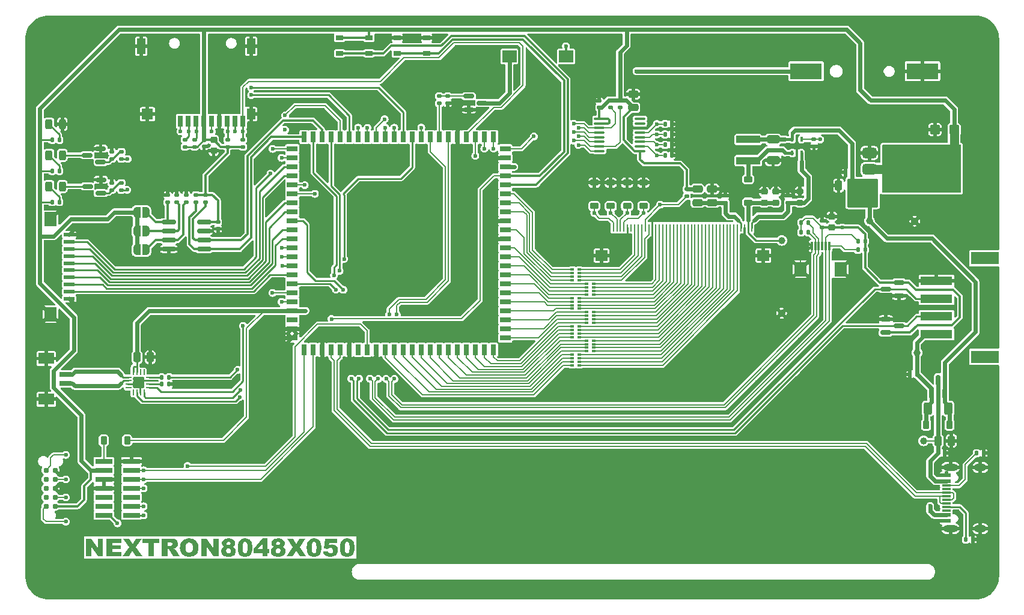
<source format=gbr>
%TF.GenerationSoftware,KiCad,Pcbnew,8.0.4*%
%TF.CreationDate,2024-10-13T10:09:02+07:00*%
%TF.ProjectId,lcd-standard-5R,6c63642d-7374-4616-9e64-6172642d3552,rev?*%
%TF.SameCoordinates,Original*%
%TF.FileFunction,Copper,L1,Top*%
%TF.FilePolarity,Positive*%
%FSLAX46Y46*%
G04 Gerber Fmt 4.6, Leading zero omitted, Abs format (unit mm)*
G04 Created by KiCad (PCBNEW 8.0.4) date 2024-10-13 10:09:02*
%MOMM*%
%LPD*%
G01*
G04 APERTURE LIST*
G04 Aperture macros list*
%AMRoundRect*
0 Rectangle with rounded corners*
0 $1 Rounding radius*
0 $2 $3 $4 $5 $6 $7 $8 $9 X,Y pos of 4 corners*
0 Add a 4 corners polygon primitive as box body*
4,1,4,$2,$3,$4,$5,$6,$7,$8,$9,$2,$3,0*
0 Add four circle primitives for the rounded corners*
1,1,$1+$1,$2,$3*
1,1,$1+$1,$4,$5*
1,1,$1+$1,$6,$7*
1,1,$1+$1,$8,$9*
0 Add four rect primitives between the rounded corners*
20,1,$1+$1,$2,$3,$4,$5,0*
20,1,$1+$1,$4,$5,$6,$7,0*
20,1,$1+$1,$6,$7,$8,$9,0*
20,1,$1+$1,$8,$9,$2,$3,0*%
%AMFreePoly0*
4,1,19,0.500000,-0.750000,0.000000,-0.750000,0.000000,-0.744911,-0.071157,-0.744911,-0.207708,-0.704816,-0.327430,-0.627875,-0.420627,-0.520320,-0.479746,-0.390866,-0.500000,-0.250000,-0.500000,0.250000,-0.479746,0.390866,-0.420627,0.520320,-0.327430,0.627875,-0.207708,0.704816,-0.071157,0.744911,0.000000,0.744911,0.000000,0.750000,0.500000,0.750000,0.500000,-0.750000,0.500000,-0.750000,
$1*%
%AMFreePoly1*
4,1,19,0.000000,0.744911,0.071157,0.744911,0.207708,0.704816,0.327430,0.627875,0.420627,0.520320,0.479746,0.390866,0.500000,0.250000,0.500000,-0.250000,0.479746,-0.390866,0.420627,-0.520320,0.327430,-0.627875,0.207708,-0.704816,0.071157,-0.744911,0.000000,-0.744911,0.000000,-0.750000,-0.500000,-0.750000,-0.500000,0.750000,0.000000,0.750000,0.000000,0.744911,0.000000,0.744911,
$1*%
G04 Aperture macros list end*
%ADD10C,0.500000*%
%TA.AperFunction,NonConductor*%
%ADD11C,0.500000*%
%TD*%
%TA.AperFunction,SMDPad,CuDef*%
%ADD12RoundRect,0.100000X0.100000X-0.225000X0.100000X0.225000X-0.100000X0.225000X-0.100000X-0.225000X0*%
%TD*%
%TA.AperFunction,SMDPad,CuDef*%
%ADD13RoundRect,0.225000X0.250000X-0.225000X0.250000X0.225000X-0.250000X0.225000X-0.250000X-0.225000X0*%
%TD*%
%TA.AperFunction,SMDPad,CuDef*%
%ADD14R,1.050000X0.650000*%
%TD*%
%TA.AperFunction,SMDPad,CuDef*%
%ADD15RoundRect,0.135000X0.185000X-0.135000X0.185000X0.135000X-0.185000X0.135000X-0.185000X-0.135000X0*%
%TD*%
%TA.AperFunction,SMDPad,CuDef*%
%ADD16RoundRect,0.135000X-0.185000X0.135000X-0.185000X-0.135000X0.185000X-0.135000X0.185000X0.135000X0*%
%TD*%
%TA.AperFunction,ComponentPad*%
%ADD17C,0.800000*%
%TD*%
%TA.AperFunction,ComponentPad*%
%ADD18C,6.400000*%
%TD*%
%TA.AperFunction,SMDPad,CuDef*%
%ADD19C,1.000000*%
%TD*%
%TA.AperFunction,SMDPad,CuDef*%
%ADD20RoundRect,0.140000X0.170000X-0.140000X0.170000X0.140000X-0.170000X0.140000X-0.170000X-0.140000X0*%
%TD*%
%TA.AperFunction,SMDPad,CuDef*%
%ADD21RoundRect,0.225000X-0.250000X0.225000X-0.250000X-0.225000X0.250000X-0.225000X0.250000X0.225000X0*%
%TD*%
%TA.AperFunction,SMDPad,CuDef*%
%ADD22RoundRect,0.135000X0.135000X0.185000X-0.135000X0.185000X-0.135000X-0.185000X0.135000X-0.185000X0*%
%TD*%
%TA.AperFunction,SMDPad,CuDef*%
%ADD23RoundRect,0.150000X-0.587500X-0.150000X0.587500X-0.150000X0.587500X0.150000X-0.587500X0.150000X0*%
%TD*%
%TA.AperFunction,SMDPad,CuDef*%
%ADD24RoundRect,0.140000X-0.140000X-0.170000X0.140000X-0.170000X0.140000X0.170000X-0.140000X0.170000X0*%
%TD*%
%TA.AperFunction,SMDPad,CuDef*%
%ADD25RoundRect,0.135000X-0.135000X-0.185000X0.135000X-0.185000X0.135000X0.185000X-0.135000X0.185000X0*%
%TD*%
%TA.AperFunction,SMDPad,CuDef*%
%ADD26RoundRect,0.110000X-1.590000X0.440000X-1.590000X-0.440000X1.590000X-0.440000X1.590000X0.440000X0*%
%TD*%
%TA.AperFunction,SMDPad,CuDef*%
%ADD27RoundRect,0.250000X0.475000X-0.250000X0.475000X0.250000X-0.475000X0.250000X-0.475000X-0.250000X0*%
%TD*%
%TA.AperFunction,SMDPad,CuDef*%
%ADD28RoundRect,0.250000X-0.650000X0.325000X-0.650000X-0.325000X0.650000X-0.325000X0.650000X0.325000X0*%
%TD*%
%TA.AperFunction,SMDPad,CuDef*%
%ADD29R,0.300000X1.200000*%
%TD*%
%TA.AperFunction,SMDPad,CuDef*%
%ADD30R,1.800000X2.000000*%
%TD*%
%TA.AperFunction,SMDPad,CuDef*%
%ADD31RoundRect,0.150000X0.587500X0.150000X-0.587500X0.150000X-0.587500X-0.150000X0.587500X-0.150000X0*%
%TD*%
%TA.AperFunction,SMDPad,CuDef*%
%ADD32R,2.400000X0.740000*%
%TD*%
%TA.AperFunction,SMDPad,CuDef*%
%ADD33R,0.500000X0.400000*%
%TD*%
%TA.AperFunction,SMDPad,CuDef*%
%ADD34R,0.500000X0.300000*%
%TD*%
%TA.AperFunction,SMDPad,CuDef*%
%ADD35RoundRect,0.062500X0.350000X0.062500X-0.350000X0.062500X-0.350000X-0.062500X0.350000X-0.062500X0*%
%TD*%
%TA.AperFunction,SMDPad,CuDef*%
%ADD36RoundRect,0.062500X0.062500X0.350000X-0.062500X0.350000X-0.062500X-0.350000X0.062500X-0.350000X0*%
%TD*%
%TA.AperFunction,HeatsinkPad*%
%ADD37R,1.230000X1.230000*%
%TD*%
%TA.AperFunction,SMDPad,CuDef*%
%ADD38R,0.800000X1.500000*%
%TD*%
%TA.AperFunction,SMDPad,CuDef*%
%ADD39R,1.500000X0.800000*%
%TD*%
%TA.AperFunction,SMDPad,CuDef*%
%ADD40RoundRect,0.225000X0.375000X-0.225000X0.375000X0.225000X-0.375000X0.225000X-0.375000X-0.225000X0*%
%TD*%
%TA.AperFunction,SMDPad,CuDef*%
%ADD41RoundRect,0.375000X-0.625000X-0.375000X0.625000X-0.375000X0.625000X0.375000X-0.625000X0.375000X0*%
%TD*%
%TA.AperFunction,SMDPad,CuDef*%
%ADD42RoundRect,0.500000X-0.500000X-1.400000X0.500000X-1.400000X0.500000X1.400000X-0.500000X1.400000X0*%
%TD*%
%TA.AperFunction,SMDPad,CuDef*%
%ADD43RoundRect,0.225000X0.225000X0.375000X-0.225000X0.375000X-0.225000X-0.375000X0.225000X-0.375000X0*%
%TD*%
%TA.AperFunction,SMDPad,CuDef*%
%ADD44FreePoly0,180.000000*%
%TD*%
%TA.AperFunction,SMDPad,CuDef*%
%ADD45FreePoly1,180.000000*%
%TD*%
%TA.AperFunction,SMDPad,CuDef*%
%ADD46RoundRect,0.100000X0.637500X0.100000X-0.637500X0.100000X-0.637500X-0.100000X0.637500X-0.100000X0*%
%TD*%
%TA.AperFunction,SMDPad,CuDef*%
%ADD47RoundRect,0.250000X0.450000X0.425000X-0.450000X0.425000X-0.450000X-0.425000X0.450000X-0.425000X0*%
%TD*%
%TA.AperFunction,ConnectorPad*%
%ADD48C,0.787400*%
%TD*%
%TA.AperFunction,SMDPad,CuDef*%
%ADD49RoundRect,0.140000X-0.170000X0.140000X-0.170000X-0.140000X0.170000X-0.140000X0.170000X0.140000X0*%
%TD*%
%TA.AperFunction,SMDPad,CuDef*%
%ADD50RoundRect,0.243750X0.243750X0.456250X-0.243750X0.456250X-0.243750X-0.456250X0.243750X-0.456250X0*%
%TD*%
%TA.AperFunction,SMDPad,CuDef*%
%ADD51R,4.500000X1.300000*%
%TD*%
%TA.AperFunction,SMDPad,CuDef*%
%ADD52R,3.900000X1.800000*%
%TD*%
%TA.AperFunction,SMDPad,CuDef*%
%ADD53RoundRect,0.140000X0.140000X0.170000X-0.140000X0.170000X-0.140000X-0.170000X0.140000X-0.170000X0*%
%TD*%
%TA.AperFunction,SMDPad,CuDef*%
%ADD54R,2.000000X1.700000*%
%TD*%
%TA.AperFunction,SMDPad,CuDef*%
%ADD55RoundRect,0.250000X-0.475000X0.250000X-0.475000X-0.250000X0.475000X-0.250000X0.475000X0.250000X0*%
%TD*%
%TA.AperFunction,SMDPad,CuDef*%
%ADD56R,1.500000X0.500000*%
%TD*%
%TA.AperFunction,SMDPad,CuDef*%
%ADD57R,1.700000X2.000000*%
%TD*%
%TA.AperFunction,SMDPad,CuDef*%
%ADD58RoundRect,0.200000X0.275000X-0.200000X0.275000X0.200000X-0.275000X0.200000X-0.275000X-0.200000X0*%
%TD*%
%TA.AperFunction,SMDPad,CuDef*%
%ADD59RoundRect,0.150000X-0.825000X-0.150000X0.825000X-0.150000X0.825000X0.150000X-0.825000X0.150000X0*%
%TD*%
%TA.AperFunction,SMDPad,CuDef*%
%ADD60RoundRect,0.250000X-0.250000X-0.475000X0.250000X-0.475000X0.250000X0.475000X-0.250000X0.475000X0*%
%TD*%
%TA.AperFunction,SMDPad,CuDef*%
%ADD61R,0.700000X1.600000*%
%TD*%
%TA.AperFunction,SMDPad,CuDef*%
%ADD62R,1.200000X1.500000*%
%TD*%
%TA.AperFunction,SMDPad,CuDef*%
%ADD63R,1.200000X2.200000*%
%TD*%
%TA.AperFunction,SMDPad,CuDef*%
%ADD64R,1.600000X1.500000*%
%TD*%
%TA.AperFunction,SMDPad,CuDef*%
%ADD65RoundRect,0.250000X0.250000X0.475000X-0.250000X0.475000X-0.250000X-0.475000X0.250000X-0.475000X0*%
%TD*%
%TA.AperFunction,SMDPad,CuDef*%
%ADD66RoundRect,0.250000X-0.312500X-0.625000X0.312500X-0.625000X0.312500X0.625000X-0.312500X0.625000X0*%
%TD*%
%TA.AperFunction,SMDPad,CuDef*%
%ADD67R,0.250000X1.100000*%
%TD*%
%TA.AperFunction,SMDPad,CuDef*%
%ADD68R,1.700000X1.500000*%
%TD*%
%TA.AperFunction,SMDPad,CuDef*%
%ADD69R,1.800000X0.700000*%
%TD*%
%TA.AperFunction,SMDPad,CuDef*%
%ADD70R,2.200000X1.600000*%
%TD*%
%TA.AperFunction,SMDPad,CuDef*%
%ADD71R,1.240000X0.600000*%
%TD*%
%TA.AperFunction,SMDPad,CuDef*%
%ADD72R,1.240000X0.300000*%
%TD*%
%TA.AperFunction,ComponentPad*%
%ADD73O,2.100000X1.000000*%
%TD*%
%TA.AperFunction,ComponentPad*%
%ADD74O,1.800000X1.000000*%
%TD*%
%TA.AperFunction,SMDPad,CuDef*%
%ADD75R,4.500000X2.300000*%
%TD*%
%TA.AperFunction,SMDPad,CuDef*%
%ADD76RoundRect,0.150000X0.150000X-0.587500X0.150000X0.587500X-0.150000X0.587500X-0.150000X-0.587500X0*%
%TD*%
%TA.AperFunction,ViaPad*%
%ADD77C,0.600000*%
%TD*%
%TA.AperFunction,Conductor*%
%ADD78C,0.400000*%
%TD*%
%TA.AperFunction,Conductor*%
%ADD79C,0.600000*%
%TD*%
%TA.AperFunction,Conductor*%
%ADD80C,0.200000*%
%TD*%
%TA.AperFunction,Conductor*%
%ADD81C,0.300000*%
%TD*%
%TA.AperFunction,Conductor*%
%ADD82C,0.250000*%
%TD*%
%TA.AperFunction,Conductor*%
%ADD83C,1.300000*%
%TD*%
G04 APERTURE END LIST*
D10*
D11*
G36*
X85073161Y-127833153D02*
G01*
X85799783Y-127833153D01*
X86748056Y-129242434D01*
X86748056Y-127833153D01*
X87480784Y-127833153D01*
X87480784Y-130334200D01*
X86748056Y-130334200D01*
X85804668Y-128932246D01*
X85804668Y-130334200D01*
X85073161Y-130334200D01*
X85073161Y-127833153D01*
G37*
G36*
X87980261Y-127833153D02*
G01*
X90064874Y-127833153D01*
X90064874Y-128419336D01*
X88760006Y-128419336D01*
X88760006Y-128771045D01*
X89970840Y-128771045D01*
X89970840Y-129279070D01*
X88760006Y-129279070D01*
X88760006Y-129748017D01*
X90102731Y-129748017D01*
X90102731Y-130334200D01*
X87980261Y-130334200D01*
X87980261Y-127833153D01*
G37*
G36*
X90334151Y-127833153D02*
G01*
X91190833Y-127833153D01*
X91637798Y-128602518D01*
X92070108Y-127833153D01*
X92918851Y-127833153D01*
X92135442Y-129044597D01*
X92992735Y-130334200D01*
X92118345Y-130334200D01*
X91621922Y-129530641D01*
X91124277Y-130334200D01*
X90254773Y-130334200D01*
X91124277Y-129030553D01*
X90334151Y-127833153D01*
G37*
G36*
X93051353Y-127833153D02*
G01*
X95416235Y-127833153D01*
X95416235Y-128419336D01*
X94623056Y-128419336D01*
X94623056Y-130334200D01*
X93845142Y-130334200D01*
X93845142Y-128419336D01*
X93051353Y-128419336D01*
X93051353Y-127833153D01*
G37*
G36*
X97189936Y-127835321D02*
G01*
X97325689Y-127843331D01*
X97460872Y-127859712D01*
X97587499Y-127887356D01*
X97611978Y-127894824D01*
X97734223Y-127949286D01*
X97839007Y-128028712D01*
X97919113Y-128122581D01*
X97980937Y-128233480D01*
X98019863Y-128358571D01*
X98035319Y-128483287D01*
X98036350Y-128527413D01*
X98027584Y-128651943D01*
X97997694Y-128775979D01*
X97946590Y-128886450D01*
X97870284Y-128991579D01*
X97775086Y-129080738D01*
X97701126Y-129131303D01*
X97583127Y-129185953D01*
X97460050Y-129222712D01*
X97428185Y-129230222D01*
X97548475Y-129277086D01*
X97630907Y-129323645D01*
X97716659Y-129411114D01*
X97754860Y-129457978D01*
X97829714Y-129558013D01*
X97864158Y-129615515D01*
X98240292Y-130334200D01*
X97361018Y-130334200D01*
X96945805Y-129569109D01*
X96879738Y-129459147D01*
X96804755Y-129376157D01*
X96690839Y-129326307D01*
X96614246Y-129318149D01*
X96545247Y-129318149D01*
X96545247Y-130334200D01*
X95764281Y-130334200D01*
X95764281Y-128849203D01*
X96545247Y-128849203D01*
X96873143Y-128849203D01*
X97001486Y-128831538D01*
X97079528Y-128815009D01*
X97189958Y-128755342D01*
X97205924Y-128736851D01*
X97253055Y-128621566D01*
X97254773Y-128591527D01*
X97227434Y-128467762D01*
X97177225Y-128405902D01*
X97057051Y-128355400D01*
X96925947Y-128341747D01*
X96887187Y-128341178D01*
X96545247Y-128341178D01*
X96545247Y-128849203D01*
X95764281Y-128849203D01*
X95764281Y-127833153D01*
X97060600Y-127833153D01*
X97189936Y-127835321D01*
G37*
G36*
X99771008Y-127799302D02*
G01*
X99914577Y-127814987D01*
X100049140Y-127841129D01*
X100174696Y-127877727D01*
X100291245Y-127924782D01*
X100424267Y-127998305D01*
X100543216Y-128088167D01*
X100586856Y-128128687D01*
X100684836Y-128239607D01*
X100766210Y-128363615D01*
X100830976Y-128500713D01*
X100870833Y-128619814D01*
X100900061Y-128747293D01*
X100918660Y-128883148D01*
X100926632Y-129027380D01*
X100926964Y-129064747D01*
X100923326Y-129197539D01*
X100912414Y-129322669D01*
X100889717Y-129462710D01*
X100856544Y-129591718D01*
X100812895Y-129709692D01*
X100777976Y-129782211D01*
X100706720Y-129898630D01*
X100622784Y-130003186D01*
X100526166Y-130095880D01*
X100416868Y-130176711D01*
X100348719Y-130217574D01*
X100219469Y-130278244D01*
X100098125Y-130318386D01*
X99967035Y-130347581D01*
X99826200Y-130365828D01*
X99701392Y-130372670D01*
X99649574Y-130373278D01*
X99519978Y-130369999D01*
X99397567Y-130360160D01*
X99260159Y-130339695D01*
X99133098Y-130309785D01*
X99016384Y-130270429D01*
X98944322Y-130238945D01*
X98827294Y-130172694D01*
X98720375Y-130091483D01*
X98623566Y-129995313D01*
X98536866Y-129884182D01*
X98491863Y-129813962D01*
X98432929Y-129699609D01*
X98386189Y-129574995D01*
X98351642Y-129440120D01*
X98329288Y-129294984D01*
X98319974Y-129166199D01*
X98318450Y-129085508D01*
X99096364Y-129085508D01*
X99101344Y-129218465D01*
X99119743Y-129354861D01*
X99157372Y-129486056D01*
X99220870Y-129602175D01*
X99238024Y-129623453D01*
X99336521Y-129709749D01*
X99454933Y-129764083D01*
X99578533Y-129785657D01*
X99623318Y-129787096D01*
X99755499Y-129774441D01*
X99881293Y-129730697D01*
X99984906Y-129655706D01*
X100011664Y-129627116D01*
X100078076Y-129516692D01*
X100118863Y-129384801D01*
X100140464Y-129243350D01*
X100148514Y-129102758D01*
X100149050Y-129051925D01*
X100144006Y-128927561D01*
X100125368Y-128799183D01*
X100087253Y-128674505D01*
X100022934Y-128562342D01*
X100005558Y-128541457D01*
X99905917Y-128456449D01*
X99786359Y-128402926D01*
X99661729Y-128381674D01*
X99616601Y-128380257D01*
X99491660Y-128393201D01*
X99369944Y-128437947D01*
X99266236Y-128514655D01*
X99238635Y-128543899D01*
X99169861Y-128652902D01*
X99127624Y-128778257D01*
X99105256Y-128909920D01*
X99096919Y-129039099D01*
X99096364Y-129085508D01*
X98318450Y-129085508D01*
X98323812Y-128937083D01*
X98339898Y-128797111D01*
X98366707Y-128665592D01*
X98404240Y-128542526D01*
X98452498Y-128427913D01*
X98527899Y-128296534D01*
X98620057Y-128178363D01*
X98661611Y-128134793D01*
X98775614Y-128036636D01*
X98902765Y-127955117D01*
X99013953Y-127901879D01*
X99133556Y-127859290D01*
X99261573Y-127827347D01*
X99398006Y-127806052D01*
X99542853Y-127795405D01*
X99618433Y-127794074D01*
X99771008Y-127799302D01*
G37*
G36*
X101334849Y-127833153D02*
G01*
X102061472Y-127833153D01*
X103009745Y-129242434D01*
X103009745Y-127833153D01*
X103742473Y-127833153D01*
X103742473Y-130334200D01*
X103009745Y-130334200D01*
X102066357Y-128932246D01*
X102066357Y-130334200D01*
X101334849Y-130334200D01*
X101334849Y-127833153D01*
G37*
G36*
X105240292Y-127796993D02*
G01*
X105381352Y-127808854D01*
X105509532Y-127829837D01*
X105646346Y-127867061D01*
X105764613Y-127917421D01*
X105864333Y-127980920D01*
X105958312Y-128067014D01*
X106037453Y-128176713D01*
X106086444Y-128298472D01*
X106105287Y-128432291D01*
X106105523Y-128449866D01*
X106089600Y-128580291D01*
X106041834Y-128703661D01*
X106009047Y-128758223D01*
X105923386Y-128856486D01*
X105819844Y-128939477D01*
X105782512Y-128964608D01*
X105889314Y-129025321D01*
X105988609Y-129104676D01*
X106074279Y-129206430D01*
X106087205Y-129226558D01*
X106144565Y-129342408D01*
X106178116Y-129466627D01*
X106187955Y-129586816D01*
X106177709Y-129714833D01*
X106146972Y-129836934D01*
X106101248Y-129942800D01*
X106036948Y-130047689D01*
X105956105Y-130141871D01*
X105888147Y-130198645D01*
X105775272Y-130263815D01*
X105653012Y-130310197D01*
X105573684Y-130331146D01*
X105441502Y-130355134D01*
X105316327Y-130368300D01*
X105186383Y-130373237D01*
X105173126Y-130373278D01*
X105029571Y-130369930D01*
X104899326Y-130359883D01*
X104764194Y-130339697D01*
X104631941Y-130305465D01*
X104561297Y-130278024D01*
X104450476Y-130217343D01*
X104346148Y-130133265D01*
X104261617Y-130031656D01*
X104240118Y-129997755D01*
X104182158Y-129877506D01*
X104145665Y-129748789D01*
X104131175Y-129625705D01*
X104130209Y-129583153D01*
X104132371Y-129554454D01*
X104827522Y-129554454D01*
X104846923Y-129678458D01*
X104910769Y-129787714D01*
X104928883Y-129806635D01*
X105030349Y-129876759D01*
X105152775Y-129904237D01*
X105160914Y-129904332D01*
X105286674Y-129876242D01*
X105385617Y-129804803D01*
X105457056Y-129699822D01*
X105484757Y-129571496D01*
X105485146Y-129552622D01*
X105465862Y-129428202D01*
X105402401Y-129318757D01*
X105384396Y-129299831D01*
X105283404Y-129228830D01*
X105160004Y-129201009D01*
X105151754Y-129200913D01*
X105029938Y-129224879D01*
X104924609Y-129296778D01*
X104854922Y-129400838D01*
X104828375Y-129524591D01*
X104827522Y-129554454D01*
X104132371Y-129554454D01*
X104140226Y-129450155D01*
X104170280Y-129330514D01*
X104226480Y-129214337D01*
X104232791Y-129204576D01*
X104316939Y-129106247D01*
X104416354Y-129031256D01*
X104537593Y-128969981D01*
X104550917Y-128964608D01*
X104439891Y-128898118D01*
X104342268Y-128813385D01*
X104310948Y-128774709D01*
X104248065Y-128661365D01*
X104214205Y-128535656D01*
X104211404Y-128496272D01*
X104865380Y-128496272D01*
X104900354Y-128617562D01*
X104946590Y-128667242D01*
X105062696Y-128721284D01*
X105163967Y-128731966D01*
X105285575Y-128711680D01*
X105361193Y-128667853D01*
X105431167Y-128561803D01*
X105438740Y-128501768D01*
X105404028Y-128379676D01*
X105358140Y-128329576D01*
X105246498Y-128274005D01*
X105151754Y-128263020D01*
X105030080Y-128281459D01*
X104944759Y-128328355D01*
X104874759Y-128429873D01*
X104865380Y-128496272D01*
X104211404Y-128496272D01*
X104207756Y-128444981D01*
X104221985Y-128316223D01*
X104264673Y-128198160D01*
X104335821Y-128090790D01*
X104435426Y-127994115D01*
X104505121Y-127943673D01*
X104613556Y-127885382D01*
X104736365Y-127841408D01*
X104873550Y-127811751D01*
X105002579Y-127797726D01*
X105118171Y-127794074D01*
X105240292Y-127796993D01*
G37*
G36*
X107644383Y-127799000D02*
G01*
X107765675Y-127813780D01*
X107894374Y-127845225D01*
X107925743Y-127856356D01*
X108039888Y-127907933D01*
X108144166Y-127975824D01*
X108191967Y-128017556D01*
X108279050Y-128113145D01*
X108350644Y-128220135D01*
X108354389Y-128226994D01*
X108408275Y-128345910D01*
X108445658Y-128464738D01*
X108450254Y-128482839D01*
X108477615Y-128606062D01*
X108498256Y-128731563D01*
X108512176Y-128859344D01*
X108519377Y-128989404D01*
X108520474Y-129064747D01*
X108518435Y-129188860D01*
X108509371Y-129344393D01*
X108493056Y-129488554D01*
X108469491Y-129621342D01*
X108438674Y-129742757D01*
X108389957Y-129878534D01*
X108329910Y-129996541D01*
X108288443Y-130058816D01*
X108189668Y-130165684D01*
X108089383Y-130237851D01*
X107972759Y-130294663D01*
X107839797Y-130336120D01*
X107690497Y-130362223D01*
X107559292Y-130372050D01*
X107489769Y-130373278D01*
X107356670Y-130368487D01*
X107235201Y-130354111D01*
X107110618Y-130325947D01*
X106988617Y-130279300D01*
X106976248Y-130273139D01*
X106871599Y-130209125D01*
X106778154Y-130130428D01*
X106695915Y-130037049D01*
X106655069Y-129978826D01*
X106592501Y-129861160D01*
X106549019Y-129741460D01*
X106516615Y-129616905D01*
X106513408Y-129602082D01*
X106491236Y-129479273D01*
X106475398Y-129350206D01*
X106465895Y-129214880D01*
X106462777Y-129091336D01*
X106462750Y-129081234D01*
X107156988Y-129081234D01*
X107159060Y-129222338D01*
X107165277Y-129348744D01*
X107178207Y-129481029D01*
X107200834Y-129608609D01*
X107241863Y-129730309D01*
X107316338Y-129836354D01*
X107430574Y-129898214D01*
X107488548Y-129904332D01*
X107610383Y-129875471D01*
X107672951Y-129830449D01*
X107744275Y-129727821D01*
X107785415Y-129607074D01*
X107787745Y-129597197D01*
X107808951Y-129466490D01*
X107819755Y-129328100D01*
X107824083Y-129200895D01*
X107824992Y-129099552D01*
X107822920Y-128952732D01*
X107816704Y-128821773D01*
X107803774Y-128685560D01*
X107781146Y-128555513D01*
X107740118Y-128433990D01*
X107664441Y-128329805D01*
X107555326Y-128271201D01*
X107484884Y-128263020D01*
X107359808Y-128291741D01*
X107266375Y-128377903D01*
X107233925Y-128437043D01*
X107196734Y-128558357D01*
X107176222Y-128685102D01*
X107164502Y-128816299D01*
X107158867Y-128941536D01*
X107156988Y-129081234D01*
X106462750Y-129081234D01*
X106462728Y-129073296D01*
X106464998Y-128943782D01*
X106471808Y-128821771D01*
X106487951Y-128670760D01*
X106512166Y-128533087D01*
X106544451Y-128408753D01*
X106596159Y-128272090D01*
X106660479Y-128156269D01*
X106721015Y-128078617D01*
X106827590Y-127981917D01*
X106930898Y-127916616D01*
X107047384Y-127865210D01*
X107177049Y-127827697D01*
X107319891Y-127804077D01*
X107443654Y-127795185D01*
X107508698Y-127794074D01*
X107644383Y-127799000D01*
G37*
G36*
X110606918Y-129318149D02*
G01*
X110923213Y-129318149D01*
X110923213Y-129904332D01*
X110606918Y-129904332D01*
X110606918Y-130334200D01*
X109997533Y-130334200D01*
X109997533Y-129904332D01*
X108723195Y-129904332D01*
X108723195Y-129323645D01*
X108727774Y-129318149D01*
X109324643Y-129318149D01*
X109997533Y-129318149D01*
X109997533Y-128529855D01*
X109324643Y-129318149D01*
X108727774Y-129318149D01*
X109997533Y-127794074D01*
X110606918Y-127794074D01*
X110606918Y-129318149D01*
G37*
G36*
X112237850Y-127796993D02*
G01*
X112378910Y-127808854D01*
X112507090Y-127829837D01*
X112643904Y-127867061D01*
X112762171Y-127917421D01*
X112861890Y-127980920D01*
X112955870Y-128067014D01*
X113035010Y-128176713D01*
X113084002Y-128298472D01*
X113102845Y-128432291D01*
X113103080Y-128449866D01*
X113087158Y-128580291D01*
X113039391Y-128703661D01*
X113006604Y-128758223D01*
X112920943Y-128856486D01*
X112817402Y-128939477D01*
X112780069Y-128964608D01*
X112886871Y-129025321D01*
X112986166Y-129104676D01*
X113071837Y-129206430D01*
X113084762Y-129226558D01*
X113142123Y-129342408D01*
X113175673Y-129466627D01*
X113185512Y-129586816D01*
X113175267Y-129714833D01*
X113144530Y-129836934D01*
X113098806Y-129942800D01*
X113034506Y-130047689D01*
X112953662Y-130141871D01*
X112885704Y-130198645D01*
X112772830Y-130263815D01*
X112650570Y-130310197D01*
X112571242Y-130331146D01*
X112439059Y-130355134D01*
X112313885Y-130368300D01*
X112183940Y-130373237D01*
X112170683Y-130373278D01*
X112027129Y-130369930D01*
X111896883Y-130359883D01*
X111761752Y-130339697D01*
X111629498Y-130305465D01*
X111558855Y-130278024D01*
X111448033Y-130217343D01*
X111343705Y-130133265D01*
X111259174Y-130031656D01*
X111237676Y-129997755D01*
X111179716Y-129877506D01*
X111143222Y-129748789D01*
X111128732Y-129625705D01*
X111127766Y-129583153D01*
X111129928Y-129554454D01*
X111825080Y-129554454D01*
X111844481Y-129678458D01*
X111908326Y-129787714D01*
X111926440Y-129806635D01*
X112027906Y-129876759D01*
X112150333Y-129904237D01*
X112158471Y-129904332D01*
X112284231Y-129876242D01*
X112383175Y-129804803D01*
X112454614Y-129699822D01*
X112482315Y-129571496D01*
X112482703Y-129552622D01*
X112463419Y-129428202D01*
X112399958Y-129318757D01*
X112381953Y-129299831D01*
X112280962Y-129228830D01*
X112157562Y-129201009D01*
X112149312Y-129200913D01*
X112027496Y-129224879D01*
X111922166Y-129296778D01*
X111852480Y-129400838D01*
X111825933Y-129524591D01*
X111825080Y-129554454D01*
X111129928Y-129554454D01*
X111137784Y-129450155D01*
X111167837Y-129330514D01*
X111224037Y-129214337D01*
X111230348Y-129204576D01*
X111314497Y-129106247D01*
X111413911Y-129031256D01*
X111535150Y-128969981D01*
X111548475Y-128964608D01*
X111437449Y-128898118D01*
X111339826Y-128813385D01*
X111308506Y-128774709D01*
X111245623Y-128661365D01*
X111211763Y-128535656D01*
X111208961Y-128496272D01*
X111862937Y-128496272D01*
X111897912Y-128617562D01*
X111944148Y-128667242D01*
X112060254Y-128721284D01*
X112161524Y-128731966D01*
X112283133Y-128711680D01*
X112358750Y-128667853D01*
X112428724Y-128561803D01*
X112436297Y-128501768D01*
X112401586Y-128379676D01*
X112355697Y-128329576D01*
X112244055Y-128274005D01*
X112149312Y-128263020D01*
X112027637Y-128281459D01*
X111942316Y-128328355D01*
X111872317Y-128429873D01*
X111862937Y-128496272D01*
X111208961Y-128496272D01*
X111205313Y-128444981D01*
X111219543Y-128316223D01*
X111262231Y-128198160D01*
X111333378Y-128090790D01*
X111432984Y-127994115D01*
X111502679Y-127943673D01*
X111611113Y-127885382D01*
X111733923Y-127841408D01*
X111871108Y-127811751D01*
X112000137Y-127797726D01*
X112115729Y-127794074D01*
X112237850Y-127796993D01*
G37*
G36*
X113400446Y-127833153D02*
G01*
X114257128Y-127833153D01*
X114704092Y-128602518D01*
X115136402Y-127833153D01*
X115985146Y-127833153D01*
X115201737Y-129044597D01*
X116059029Y-130334200D01*
X115184640Y-130334200D01*
X114688216Y-129530641D01*
X114190572Y-130334200D01*
X113321067Y-130334200D01*
X114190572Y-129030553D01*
X113400446Y-127833153D01*
G37*
G36*
X117362806Y-127799000D02*
G01*
X117484098Y-127813780D01*
X117612797Y-127845225D01*
X117644165Y-127856356D01*
X117758311Y-127907933D01*
X117862589Y-127975824D01*
X117910390Y-128017556D01*
X117997473Y-128113145D01*
X118069067Y-128220135D01*
X118072812Y-128226994D01*
X118126698Y-128345910D01*
X118164081Y-128464738D01*
X118168677Y-128482839D01*
X118196038Y-128606062D01*
X118216679Y-128731563D01*
X118230599Y-128859344D01*
X118237800Y-128989404D01*
X118238897Y-129064747D01*
X118236857Y-129188860D01*
X118227794Y-129344393D01*
X118211479Y-129488554D01*
X118187913Y-129621342D01*
X118157097Y-129742757D01*
X118108380Y-129878534D01*
X118048332Y-129996541D01*
X118006866Y-130058816D01*
X117908091Y-130165684D01*
X117807806Y-130237851D01*
X117691182Y-130294663D01*
X117558220Y-130336120D01*
X117408920Y-130362223D01*
X117277715Y-130372050D01*
X117208192Y-130373278D01*
X117075093Y-130368487D01*
X116953624Y-130354111D01*
X116829041Y-130325947D01*
X116707040Y-130279300D01*
X116694671Y-130273139D01*
X116590021Y-130209125D01*
X116496577Y-130130428D01*
X116414338Y-130037049D01*
X116373492Y-129978826D01*
X116310924Y-129861160D01*
X116267442Y-129741460D01*
X116235038Y-129616905D01*
X116231831Y-129602082D01*
X116209659Y-129479273D01*
X116193821Y-129350206D01*
X116184318Y-129214880D01*
X116181200Y-129091336D01*
X116181173Y-129081234D01*
X116875411Y-129081234D01*
X116877483Y-129222338D01*
X116883700Y-129348744D01*
X116896630Y-129481029D01*
X116919257Y-129608609D01*
X116960285Y-129730309D01*
X117034760Y-129836354D01*
X117148996Y-129898214D01*
X117206971Y-129904332D01*
X117328806Y-129875471D01*
X117391374Y-129830449D01*
X117462698Y-129727821D01*
X117503838Y-129607074D01*
X117506168Y-129597197D01*
X117527374Y-129466490D01*
X117538177Y-129328100D01*
X117542506Y-129200895D01*
X117543415Y-129099552D01*
X117541343Y-128952732D01*
X117535127Y-128821773D01*
X117522197Y-128685560D01*
X117499569Y-128555513D01*
X117458541Y-128433990D01*
X117382864Y-128329805D01*
X117273749Y-128271201D01*
X117203307Y-128263020D01*
X117078231Y-128291741D01*
X116984798Y-128377903D01*
X116952348Y-128437043D01*
X116915157Y-128558357D01*
X116894645Y-128685102D01*
X116882924Y-128816299D01*
X116877289Y-128941536D01*
X116875411Y-129081234D01*
X116181173Y-129081234D01*
X116181151Y-129073296D01*
X116183421Y-128943782D01*
X116190231Y-128821771D01*
X116206374Y-128670760D01*
X116230589Y-128533087D01*
X116262874Y-128408753D01*
X116314582Y-128272090D01*
X116378902Y-128156269D01*
X116439438Y-128078617D01*
X116546012Y-127981917D01*
X116649321Y-127916616D01*
X116765807Y-127865210D01*
X116895472Y-127827697D01*
X117038314Y-127804077D01*
X117162077Y-127795185D01*
X117227121Y-127794074D01*
X117362806Y-127799000D01*
G37*
G36*
X118796992Y-127833153D02*
G01*
X120457843Y-127833153D01*
X120457843Y-128419336D01*
X119333105Y-128419336D01*
X119272655Y-128772877D01*
X119388670Y-128720670D01*
X119503464Y-128683728D01*
X119624095Y-128660383D01*
X119729389Y-128653809D01*
X119866103Y-128661773D01*
X119992770Y-128685665D01*
X120109392Y-128725486D01*
X120232752Y-128792075D01*
X120342438Y-128880344D01*
X120434276Y-128985063D01*
X120503557Y-129101002D01*
X120550282Y-129228161D01*
X120574450Y-129366540D01*
X120578133Y-129450651D01*
X120568521Y-129585166D01*
X120539686Y-129716687D01*
X120491627Y-129845214D01*
X120456622Y-129915323D01*
X120389837Y-130020195D01*
X120299559Y-130122483D01*
X120193245Y-130208157D01*
X120113461Y-130256042D01*
X119994545Y-130307333D01*
X119860059Y-130343969D01*
X119729611Y-130364005D01*
X119587241Y-130372820D01*
X119544375Y-130373278D01*
X119409843Y-130369463D01*
X119286517Y-130358016D01*
X119162631Y-130336346D01*
X119116950Y-130325040D01*
X119001067Y-130286249D01*
X118888969Y-130231094D01*
X118814699Y-130180937D01*
X118721646Y-130098915D01*
X118638565Y-130001342D01*
X118613199Y-129964172D01*
X118554525Y-129855568D01*
X118508057Y-129737788D01*
X118484361Y-129661310D01*
X119192054Y-129591701D01*
X119227701Y-129711781D01*
X119300783Y-129814668D01*
X119312344Y-129824953D01*
X119423071Y-129886890D01*
X119537658Y-129904332D01*
X119663336Y-129882597D01*
X119766743Y-129817392D01*
X119778848Y-129805414D01*
X119843963Y-129700277D01*
X119870754Y-129580579D01*
X119874103Y-129510490D01*
X119862703Y-129385078D01*
X119819835Y-129269606D01*
X119777627Y-129216178D01*
X119673665Y-129149121D01*
X119551215Y-129123576D01*
X119521782Y-129122755D01*
X119397705Y-129140167D01*
X119325777Y-129167329D01*
X119222587Y-129236359D01*
X119171294Y-129283955D01*
X118575952Y-129207019D01*
X118796992Y-127833153D01*
G37*
G36*
X122027845Y-127799000D02*
G01*
X122149137Y-127813780D01*
X122277836Y-127845225D01*
X122309204Y-127856356D01*
X122423349Y-127907933D01*
X122527627Y-127975824D01*
X122575429Y-128017556D01*
X122662512Y-128113145D01*
X122734105Y-128220135D01*
X122737850Y-128226994D01*
X122791736Y-128345910D01*
X122829119Y-128464738D01*
X122833715Y-128482839D01*
X122861076Y-128606062D01*
X122881717Y-128731563D01*
X122895638Y-128859344D01*
X122902838Y-128989404D01*
X122903935Y-129064747D01*
X122901896Y-129188860D01*
X122892832Y-129344393D01*
X122876517Y-129488554D01*
X122852952Y-129621342D01*
X122822135Y-129742757D01*
X122773418Y-129878534D01*
X122713371Y-129996541D01*
X122671904Y-130058816D01*
X122573129Y-130165684D01*
X122472844Y-130237851D01*
X122356221Y-130294663D01*
X122223258Y-130336120D01*
X122073958Y-130362223D01*
X121942754Y-130372050D01*
X121873230Y-130373278D01*
X121740132Y-130368487D01*
X121618662Y-130354111D01*
X121494079Y-130325947D01*
X121372079Y-130279300D01*
X121359710Y-130273139D01*
X121255060Y-130209125D01*
X121161615Y-130130428D01*
X121079377Y-130037049D01*
X121038530Y-129978826D01*
X120975962Y-129861160D01*
X120932480Y-129741460D01*
X120900076Y-129616905D01*
X120896870Y-129602082D01*
X120874697Y-129479273D01*
X120858859Y-129350206D01*
X120849357Y-129214880D01*
X120846239Y-129091336D01*
X120846211Y-129081234D01*
X121540449Y-129081234D01*
X121542522Y-129222338D01*
X121548738Y-129348744D01*
X121561668Y-129481029D01*
X121584296Y-129608609D01*
X121625324Y-129730309D01*
X121699799Y-129836354D01*
X121814035Y-129898214D01*
X121872009Y-129904332D01*
X121993844Y-129875471D01*
X122056412Y-129830449D01*
X122127737Y-129727821D01*
X122168876Y-129607074D01*
X122171207Y-129597197D01*
X122192413Y-129466490D01*
X122203216Y-129328100D01*
X122207544Y-129200895D01*
X122208454Y-129099552D01*
X122206382Y-128952732D01*
X122200165Y-128821773D01*
X122187235Y-128685560D01*
X122164607Y-128555513D01*
X122123579Y-128433990D01*
X122047902Y-128329805D01*
X121938787Y-128271201D01*
X121868345Y-128263020D01*
X121743269Y-128291741D01*
X121649836Y-128377903D01*
X121617386Y-128437043D01*
X121580195Y-128558357D01*
X121559684Y-128685102D01*
X121547963Y-128816299D01*
X121542328Y-128941536D01*
X121540449Y-129081234D01*
X120846211Y-129081234D01*
X120846189Y-129073296D01*
X120848459Y-128943782D01*
X120855270Y-128821771D01*
X120871412Y-128670760D01*
X120895627Y-128533087D01*
X120927913Y-128408753D01*
X120979621Y-128272090D01*
X121043940Y-128156269D01*
X121104476Y-128078617D01*
X121211051Y-127981917D01*
X121314359Y-127916616D01*
X121430845Y-127865210D01*
X121560510Y-127827697D01*
X121703353Y-127804077D01*
X121827115Y-127795185D01*
X121892159Y-127794074D01*
X122027845Y-127799000D01*
G37*
D12*
%TO.P,U2,1,SW*%
%TO.N,/SW*%
X184592200Y-73398200D03*
%TO.P,U2,2,GND*%
%TO.N,GND*%
X185242200Y-73398200D03*
%TO.P,U2,3,FB*%
%TO.N,/LED_K*%
X185892200Y-73398200D03*
%TO.P,U2,4,EN*%
%TO.N,/LCD_BLK*%
X185892200Y-71498200D03*
%TO.P,U2,5,VIN*%
%TO.N,VDD*%
X184592200Y-71498200D03*
%TD*%
D13*
%TO.P,C3,1*%
%TO.N,/LED_A*%
X180622200Y-80402400D03*
%TO.P,C3,2*%
%TO.N,GND*%
X180622200Y-78852400D03*
%TD*%
%TO.P,C2,1*%
%TO.N,/LED_A*%
X182281666Y-80402400D03*
%TO.P,C2,2*%
%TO.N,GND*%
X182281666Y-78852400D03*
%TD*%
D14*
%TO.P,SW1,1,1*%
%TO.N,/BOOT0*%
X124960200Y-59342600D03*
X120810200Y-59342600D03*
%TO.P,SW1,2,2*%
%TO.N,+3V3*%
X124960200Y-57192600D03*
X120810200Y-57192600D03*
%TD*%
D15*
%TO.P,R20,1*%
%TO.N,Net-(JP1-A)*%
X99231400Y-80342200D03*
%TO.P,R20,2*%
%TO.N,GND*%
X99231400Y-79322200D03*
%TD*%
D16*
%TO.P,R31,1*%
%TO.N,+3V3*%
X160333932Y-65995400D03*
%TO.P,R31,2*%
%TO.N,/TP_CS*%
X160333932Y-67015400D03*
%TD*%
D15*
%TO.P,R27,1*%
%TO.N,Net-(Q3-B)*%
X88719100Y-78640400D03*
%TO.P,R27,2*%
%TO.N,GND*%
X88719100Y-77620400D03*
%TD*%
D17*
%TO.P,H1,1,1*%
%TO.N,GND*%
X77624400Y-57513400D03*
X78327344Y-55816344D03*
X78327344Y-59210456D03*
X80024400Y-55113400D03*
D18*
X80024400Y-57513400D03*
D17*
X80024400Y-59913400D03*
X81721456Y-55816344D03*
X81721456Y-59210456D03*
X82424400Y-57513400D03*
%TD*%
D15*
%TO.P,R14,1*%
%TO.N,+3V3*%
X105009400Y-72541800D03*
%TO.P,R14,2*%
%TO.N,/DAT0*%
X105009400Y-71521800D03*
%TD*%
D19*
%TO.P,TP1,1,1*%
%TO.N,VEXT*%
X202160600Y-101574600D03*
%TD*%
%TO.P,TP7,1,1*%
%TO.N,+3V3*%
X207594200Y-78155800D03*
%TD*%
D20*
%TO.P,C6,1*%
%TO.N,VDD_LCD*%
X175158400Y-80402400D03*
%TO.P,C6,2*%
%TO.N,GND*%
X175158400Y-79442400D03*
%TD*%
D21*
%TO.P,C10,1*%
%TO.N,+3V3*%
X103065400Y-71551800D03*
%TO.P,C10,2*%
%TO.N,GND*%
X103065400Y-73101800D03*
%TD*%
D22*
%TO.P,R9,1*%
%TO.N,GND*%
X210060000Y-127965200D03*
%TO.P,R9,2*%
%TO.N,Net-(J4-CC1)*%
X209040000Y-127965200D03*
%TD*%
D19*
%TO.P,TP6,1,1*%
%TO.N,VBUS*%
X203098400Y-114020600D03*
%TD*%
D23*
%TO.P,D11,1,A*%
%TO.N,GND*%
X197766700Y-96850900D03*
%TO.P,D11,2,K*%
%TO.N,+3V3*%
X197766700Y-98750900D03*
%TO.P,D11,3,COM*%
%TO.N,/SERIAL_TX*%
X199641700Y-97800900D03*
%TD*%
D22*
%TO.P,R5,1*%
%TO.N,+3V3*%
X194847400Y-85826600D03*
%TO.P,R5,2*%
%TO.N,/TP_SDA*%
X193827400Y-85826600D03*
%TD*%
D24*
%TO.P,C15,1*%
%TO.N,/YD*%
X166652000Y-72263000D03*
%TO.P,C15,2*%
%TO.N,GND*%
X167612000Y-72263000D03*
%TD*%
D25*
%TO.P,R32,1*%
%TO.N,/GAIN_SLOT*%
X95756000Y-106045000D03*
%TO.P,R32,2*%
%TO.N,GND*%
X96776000Y-106045000D03*
%TD*%
D16*
%TO.P,R25,1*%
%TO.N,Net-(Q2-B)*%
X136067800Y-65392900D03*
%TO.P,R25,2*%
%TO.N,GND*%
X136067800Y-66412900D03*
%TD*%
D25*
%TO.P,R33,1*%
%TO.N,Net-(U1-~{SD_MODE})*%
X95756000Y-105054400D03*
%TO.P,R33,2*%
%TO.N,/~{SD_MODE}*%
X96776000Y-105054400D03*
%TD*%
D22*
%TO.P,R11,1*%
%TO.N,Net-(D4-A)*%
X81327400Y-75933712D03*
%TO.P,R11,2*%
%TO.N,+3V3*%
X80307400Y-75933712D03*
%TD*%
D19*
%TO.P,TP4,1,1*%
%TO.N,/LED_A*%
X183108600Y-85750400D03*
%TD*%
D20*
%TO.P,C4,1*%
%TO.N,/LED_K*%
X183997600Y-80402400D03*
%TO.P,C4,2*%
%TO.N,GND*%
X183997600Y-79442400D03*
%TD*%
D22*
%TO.P,R8,1*%
%TO.N,/TP_WAKE*%
X186849800Y-83223400D03*
%TO.P,R8,2*%
%TO.N,+3V3*%
X185829800Y-83223400D03*
%TD*%
D14*
%TO.P,SW2,1,1*%
%TO.N,/RESET*%
X133062800Y-59342600D03*
X128912800Y-59342600D03*
%TO.P,SW2,2,2*%
%TO.N,GND*%
X133062800Y-57192600D03*
X128912800Y-57192600D03*
%TD*%
D17*
%TO.P,H2,1,1*%
%TO.N,GND*%
X77624400Y-132913400D03*
X78327344Y-131216344D03*
X78327344Y-134610456D03*
X80024400Y-130513400D03*
D18*
X80024400Y-132913400D03*
D17*
X80024400Y-135313400D03*
X81721456Y-131216344D03*
X81721456Y-134610456D03*
X82424400Y-132913400D03*
%TD*%
D22*
%TO.P,R4,1*%
%TO.N,/TP_INT*%
X186849800Y-84595000D03*
%TO.P,R4,2*%
%TO.N,+3V3*%
X185829800Y-84595000D03*
%TD*%
D25*
%TO.P,R16,1*%
%TO.N,+3V3*%
X80307400Y-71540336D03*
%TO.P,R16,2*%
%TO.N,Net-(D5-A)*%
X81327400Y-71540336D03*
%TD*%
D26*
%TO.P,L1,1*%
%TO.N,VDD*%
X178374400Y-71498200D03*
%TO.P,L1,2*%
%TO.N,/SW*%
X178374400Y-74498200D03*
%TD*%
D27*
%TO.P,C5,1*%
%TO.N,VDD_LCD*%
X173314900Y-80402400D03*
%TO.P,C5,2*%
%TO.N,GND*%
X173314900Y-78502400D03*
%TD*%
D19*
%TO.P,TP5,1,1*%
%TO.N,GND*%
X183083200Y-96012000D03*
%TD*%
D23*
%TO.P,Q2,1,B*%
%TO.N,Net-(Q2-B)*%
X139014200Y-65392900D03*
%TO.P,Q2,2,E*%
%TO.N,GND*%
X139014200Y-67292900D03*
%TO.P,Q2,3,C*%
%TO.N,Net-(BZ1--)*%
X140889200Y-66342900D03*
%TD*%
D28*
%TO.P,C1,1*%
%TO.N,VDD*%
X181889400Y-71498200D03*
%TO.P,C1,2*%
%TO.N,GND*%
X181889400Y-74448200D03*
%TD*%
D29*
%TO.P,J5,1,Pin_1*%
%TO.N,GND*%
X187319600Y-86547200D03*
%TO.P,J5,2,Pin_2*%
%TO.N,/TP_INT*%
X187819600Y-86547200D03*
%TO.P,J5,3,Pin_3*%
%TO.N,/TP_WAKE*%
X188319600Y-86547200D03*
%TO.P,J5,4,Pin_4*%
%TO.N,+3V3*%
X188819600Y-86547200D03*
%TO.P,J5,5,Pin_5*%
%TO.N,/TP_SDA*%
X189319600Y-86547200D03*
%TO.P,J5,6,Pin_6*%
%TO.N,/TP_SCL*%
X189819600Y-86547200D03*
D30*
%TO.P,J5,MP,MountPin*%
%TO.N,GND*%
X185769600Y-89797200D03*
X191369600Y-89797200D03*
%TD*%
D15*
%TO.P,R29,1*%
%TO.N,Net-(Q4-B)*%
X88744500Y-74247024D03*
%TO.P,R29,2*%
%TO.N,GND*%
X88744500Y-73227024D03*
%TD*%
D31*
%TO.P,D10,1,A*%
%TO.N,GND*%
X199641700Y-93575900D03*
%TO.P,D10,2,K*%
%TO.N,+3V3*%
X199641700Y-91675900D03*
%TO.P,D10,3,COM*%
%TO.N,/SERIAL_RX*%
X197766700Y-92625900D03*
%TD*%
D15*
%TO.P,R21,1*%
%TO.N,Net-(JP3-A)*%
X96548550Y-80342200D03*
%TO.P,R21,2*%
%TO.N,GND*%
X96548550Y-79322200D03*
%TD*%
D32*
%TO.P,J1,1,Pin_1*%
%TO.N,Net-(D1-A)*%
X87585000Y-116916200D03*
%TO.P,J1,2,Pin_2*%
%TO.N,GND*%
X91485000Y-116916200D03*
%TO.P,J1,3,Pin_3*%
%TO.N,+3V3*%
X87585000Y-118186200D03*
%TO.P,J1,4,Pin_4*%
%TO.N,/SWDIO*%
X91485000Y-118186200D03*
%TO.P,J1,5,Pin_5*%
%TO.N,GND*%
X87585000Y-119456200D03*
%TO.P,J1,6,Pin_6*%
%TO.N,/SWCLK*%
X91485000Y-119456200D03*
%TO.P,J1,7,Pin_7*%
%TO.N,GND*%
X87585000Y-120726200D03*
%TO.P,J1,8,Pin_8*%
%TO.N,/SWO*%
X91485000Y-120726200D03*
%TO.P,J1,9,Pin_9*%
%TO.N,unconnected-(J1-Pin_9-Pad9)*%
X87585000Y-121996200D03*
%TO.P,J1,10,Pin_10*%
%TO.N,unconnected-(J1-Pin_10-Pad10)*%
X91485000Y-121996200D03*
%TO.P,J1,11,Pin_11*%
%TO.N,unconnected-(J1-Pin_11-Pad11)*%
X87585000Y-123266200D03*
%TO.P,J1,12,Pin_12*%
%TO.N,/RESET*%
X91485000Y-123266200D03*
%TO.P,J1,13,Pin_13*%
%TO.N,/DBG_RX*%
X87585000Y-124536200D03*
%TO.P,J1,14,Pin_14*%
%TO.N,/DBG_TX*%
X91485000Y-124536200D03*
%TD*%
D33*
%TO.P,RN5,1,R1.1*%
%TO.N,/LCD_G4*%
X156608400Y-97378400D03*
D34*
%TO.P,RN5,2,R2.1*%
%TO.N,/LCD_G5*%
X156608400Y-96878400D03*
%TO.P,RN5,3,R3.1*%
%TO.N,/LCD_G6*%
X156608400Y-96378400D03*
D33*
%TO.P,RN5,4,R4.1*%
%TO.N,/LCD_G7*%
X156608400Y-95878400D03*
%TO.P,RN5,5,R4.2*%
%TO.N,/G7*%
X155608400Y-95878400D03*
D34*
%TO.P,RN5,6,R3.2*%
%TO.N,/G6*%
X155608400Y-96378400D03*
%TO.P,RN5,7,R2.2*%
%TO.N,/G5*%
X155608400Y-96878400D03*
D33*
%TO.P,RN5,8,R1.2*%
%TO.N,/G4*%
X155608400Y-97378400D03*
%TD*%
D35*
%TO.P,U1,1,DIN*%
%TO.N,/I2S2_SDO*%
X93934000Y-106537000D03*
%TO.P,U1,2,GAIN_SLOT*%
%TO.N,/GAIN_SLOT*%
X93934000Y-106037000D03*
%TO.P,U1,3,GND*%
%TO.N,GND*%
X93934000Y-105537000D03*
%TO.P,U1,4,~{SD_MODE}*%
%TO.N,Net-(U1-~{SD_MODE})*%
X93934000Y-105037000D03*
D36*
%TO.P,U1,5,NC*%
%TO.N,unconnected-(U1-NC-Pad5)*%
X93246500Y-104349500D03*
%TO.P,U1,6,NC*%
%TO.N,unconnected-(U1-NC-Pad6)*%
X92746500Y-104349500D03*
%TO.P,U1,7,VDD*%
%TO.N,VDD*%
X92246500Y-104349500D03*
%TO.P,U1,8,VDD*%
X91746500Y-104349500D03*
D35*
%TO.P,U1,9,OUTP*%
%TO.N,Net-(J8-Pin_1)*%
X91059000Y-105037000D03*
%TO.P,U1,10,OUTN*%
%TO.N,Net-(J8-Pin_2)*%
X91059000Y-105537000D03*
%TO.P,U1,11,GND*%
%TO.N,GND*%
X91059000Y-106037000D03*
%TO.P,U1,12,NC*%
%TO.N,unconnected-(U1-NC-Pad12)*%
X91059000Y-106537000D03*
D36*
%TO.P,U1,13,NC*%
%TO.N,unconnected-(U1-NC-Pad13)*%
X91746500Y-107224500D03*
%TO.P,U1,14,LRCLK*%
%TO.N,/I2S2_WS*%
X92246500Y-107224500D03*
%TO.P,U1,15,GND*%
%TO.N,GND*%
X92746500Y-107224500D03*
%TO.P,U1,16,BCLK*%
%TO.N,/I2S2_CLK*%
X93246500Y-107224500D03*
D37*
%TO.P,U1,17,PAD*%
%TO.N,GND*%
X92496500Y-105787000D03*
%TD*%
D38*
%TO.P,U6,1,PB7*%
%TO.N,/LCD_RST*%
X142480000Y-71156800D03*
%TO.P,U6,2,PB8*%
%TO.N,/TP_SCL*%
X141210000Y-71156800D03*
%TO.P,U6,3,PB9*%
%TO.N,/TP_SDA*%
X139940000Y-71156800D03*
%TO.P,U6,4,PH4*%
%TO.N,/SD_DET*%
X138670000Y-71156800D03*
%TO.P,U6,5,GND*%
%TO.N,GND*%
X137400000Y-71156800D03*
%TO.P,U6,6,PC0*%
%TO.N,/TP_INT*%
X136130000Y-71156800D03*
%TO.P,U6,7,PC1*%
%TO.N,/BUZZER*%
X134860000Y-71156800D03*
%TO.P,U6,8,PC4*%
%TO.N,/TP_WAKE*%
X133590000Y-71156800D03*
%TO.P,U6,9,PA0*%
%TO.N,/LCD_BLK*%
X132320000Y-71156800D03*
%TO.P,U6,10,PA1*%
%TO.N,/~{SD_MODE}*%
X131050000Y-71156800D03*
%TO.P,U6,11,PA4*%
%TO.N,/LED1*%
X129780000Y-71156800D03*
%TO.P,U6,12,PA3*%
%TO.N,/TP_CS*%
X128510000Y-71156800D03*
%TO.P,U6,13,PA7*%
%TO.N,/TP_BUSY*%
X127240000Y-71156800D03*
%TO.P,U6,14,PA6*%
%TO.N,/TP_MISO*%
X125970000Y-71156800D03*
%TO.P,U6,15,PA5*%
%TO.N,/TP_CLK*%
X124700000Y-71156800D03*
%TO.P,U6,16,PB0*%
%TO.N,/TP_IRQ*%
X123430000Y-71156800D03*
%TO.P,U6,17,PB1*%
%TO.N,/LED0*%
X122160000Y-71156800D03*
%TO.P,U6,18,PC5*%
%TO.N,/IO_7*%
X120890000Y-71156800D03*
%TO.P,U6,19,PB12*%
%TO.N,/I2S2_WS*%
X119620000Y-71156800D03*
%TO.P,U6,20,PB10*%
%TO.N,/EE_SCL*%
X118350000Y-71156800D03*
%TO.P,U6,21,PB13*%
%TO.N,/I2S2_CLK*%
X117080000Y-71156800D03*
%TO.P,U6,22,PB11*%
%TO.N,/EE_SDA*%
X115810000Y-71156800D03*
D39*
%TO.P,U6,23,PB14*%
%TO.N,/DAT0*%
X114145000Y-72821800D03*
%TO.P,U6,24,PB15*%
%TO.N,/DAT1*%
X114145000Y-74091800D03*
%TO.P,U6,25,PH7*%
%TO.N,/IO_6*%
X114145000Y-75361800D03*
%TO.P,U6,26,PD13*%
%TO.N,/IO_5*%
X114145000Y-76631800D03*
%TO.P,U6,27,PC6*%
%TO.N,/SERIAL_TX*%
X114145000Y-77901800D03*
%TO.P,U6,28,PC7*%
%TO.N,/SERIAL_RX*%
X114145000Y-79171800D03*
%TO.P,U6,29,PC8*%
%TO.N,/IO_4*%
X114145000Y-80441800D03*
%TO.P,U6,30,PH14*%
%TO.N,/IO_3*%
X114145000Y-81711800D03*
%TO.P,U6,31,PD2*%
%TO.N,/DBG_RX*%
X114145000Y-82981800D03*
%TO.P,U6,32,PD3*%
%TO.N,/IO_2*%
X114145000Y-84251800D03*
%TO.P,U6,33,PD5*%
%TO.N,/IO_1*%
X114145000Y-85521800D03*
%TO.P,U6,34,PD6*%
%TO.N,/CLK*%
X114145000Y-86791800D03*
%TO.P,U6,35,PD7*%
%TO.N,/CMD*%
X114145000Y-88061800D03*
%TO.P,U6,36,PI3*%
%TO.N,/I2S2_SDO*%
X114145000Y-89331800D03*
%TO.P,U6,37,PA15*%
%TO.N,/IO_0*%
X114145000Y-90601800D03*
%TO.P,U6,38,PC12*%
%TO.N,/DBG_TX*%
X114145000Y-91871800D03*
%TO.P,U6,39,PG11*%
%TO.N,/DAT2*%
X114145000Y-93141800D03*
%TO.P,U6,40,PB4*%
%TO.N,/DAT3*%
X114145000Y-94411800D03*
%TO.P,U6,41,VIN*%
%TO.N,VDD*%
X114145000Y-95681800D03*
%TO.P,U6,42,3V3_OUT*%
%TO.N,unconnected-(U6-3V3_OUT-Pad42)*%
X114145000Y-96951800D03*
%TO.P,U6,43,GND*%
%TO.N,GND*%
X114145000Y-98221800D03*
%TO.P,U6,44,GND*%
X114145000Y-99491800D03*
D38*
%TO.P,U6,45,SWDIO*%
%TO.N,/SWDIO*%
X115810000Y-101156800D03*
%TO.P,U6,46,SWCLK*%
%TO.N,/SWCLK*%
X117080000Y-101156800D03*
%TO.P,U6,47,GND*%
%TO.N,GND*%
X118350000Y-101156800D03*
%TO.P,U6,48,USB_DN*%
%TO.N,/USB_DN*%
X119620000Y-101156800D03*
%TO.P,U6,49,USB_DP*%
%TO.N,/USB_DP*%
X120890000Y-101156800D03*
%TO.P,U6,50,GND*%
%TO.N,GND*%
X122160000Y-101156800D03*
%TO.P,U6,51,USB_VBUS_DET*%
%TO.N,/USB_VBUS_DET*%
X123430000Y-101156800D03*
%TO.P,U6,52,SWO*%
%TO.N,/SWO*%
X124700000Y-101156800D03*
%TO.P,U6,53,GND*%
%TO.N,GND*%
X125970000Y-101156800D03*
%TO.P,U6,54,R0*%
%TO.N,Net-(RN1-R1.2)*%
X127240000Y-101156800D03*
%TO.P,U6,55,R1*%
%TO.N,/R1*%
X128510000Y-101156800D03*
%TO.P,U6,56,R2*%
%TO.N,/R2*%
X129780000Y-101156800D03*
%TO.P,U6,57,R3*%
%TO.N,/R3*%
X131050000Y-101156800D03*
%TO.P,U6,58,R4*%
%TO.N,/R4*%
X132320000Y-101156800D03*
%TO.P,U6,59,R5*%
%TO.N,/R5*%
X133590000Y-101156800D03*
%TO.P,U6,60,R6*%
%TO.N,/R6*%
X134860000Y-101156800D03*
%TO.P,U6,61,R7*%
%TO.N,/R7*%
X136130000Y-101156800D03*
%TO.P,U6,62,G0*%
%TO.N,/G0*%
X137400000Y-101156800D03*
%TO.P,U6,63,G1*%
%TO.N,/G1*%
X138670000Y-101156800D03*
%TO.P,U6,64,G2*%
%TO.N,/G2*%
X139940000Y-101156800D03*
%TO.P,U6,65,G3*%
%TO.N,/G3*%
X141210000Y-101156800D03*
%TO.P,U6,66,G4*%
%TO.N,/G4*%
X142480000Y-101156800D03*
D39*
%TO.P,U6,67,G5*%
%TO.N,/G5*%
X144145000Y-99491800D03*
%TO.P,U6,68,G6*%
%TO.N,/G6*%
X144145000Y-98221800D03*
%TO.P,U6,69,G7*%
%TO.N,/G7*%
X144145000Y-96951800D03*
%TO.P,U6,70,B0*%
%TO.N,/B0*%
X144145000Y-95681800D03*
%TO.P,U6,71,B1*%
%TO.N,/B1*%
X144145000Y-94411800D03*
%TO.P,U6,72,B2*%
%TO.N,/B2*%
X144145000Y-93141800D03*
%TO.P,U6,73,B3*%
%TO.N,/B3*%
X144145000Y-91871800D03*
%TO.P,U6,74,B4*%
%TO.N,/B4*%
X144145000Y-90601800D03*
%TO.P,U6,75,B5*%
%TO.N,/B5*%
X144145000Y-89331800D03*
%TO.P,U6,76,B6*%
%TO.N,/B6*%
X144145000Y-88061800D03*
%TO.P,U6,77,B7*%
%TO.N,/B7*%
X144145000Y-86791800D03*
%TO.P,U6,78,GND*%
%TO.N,GND*%
X144145000Y-85521800D03*
%TO.P,U6,79,LCD_CLK*%
%TO.N,Net-(RN4-R1.2)*%
X144145000Y-84251800D03*
%TO.P,U6,80,GND*%
%TO.N,GND*%
X144145000Y-82981800D03*
%TO.P,U6,81,LCD_HSYNC*%
%TO.N,Net-(RN4-R2.2)*%
X144145000Y-81711800D03*
%TO.P,U6,82,LCD_VSYNC*%
%TO.N,Net-(RN4-R3.2)*%
X144145000Y-80441800D03*
%TO.P,U6,83,LCD_DE*%
%TO.N,Net-(RN4-R4.2)*%
X144145000Y-79171800D03*
%TO.P,U6,84,BOOT0*%
%TO.N,/BOOT0*%
X144145000Y-77901800D03*
%TO.P,U6,85,RESET*%
%TO.N,/RESET*%
X144145000Y-76631800D03*
%TO.P,U6,86,VBAT*%
%TO.N,VBAT*%
X144145000Y-75361800D03*
%TO.P,U6,87,GND*%
%TO.N,GND*%
X144145000Y-74091800D03*
%TO.P,U6,88,PB5*%
%TO.N,/TP_MOSI*%
X144145000Y-72821800D03*
%TD*%
D40*
%TO.P,D7,1,K*%
%TO.N,/YD*%
X161315400Y-80898000D03*
%TO.P,D7,2,A*%
%TO.N,GND*%
X161315400Y-77598000D03*
%TD*%
D16*
%TO.P,R30,1*%
%TO.N,+3V3*%
X158998866Y-65995400D03*
%TO.P,R30,2*%
%TO.N,/TP_IRQ*%
X158998866Y-67015400D03*
%TD*%
D41*
%TO.P,U5,1,GND*%
%TO.N,GND*%
X195452200Y-73392000D03*
%TO.P,U5,2,VO*%
%TO.N,+3V3*%
X195452200Y-75692000D03*
D42*
X201752200Y-75692000D03*
D41*
%TO.P,U5,3,VI*%
%TO.N,VDD*%
X195452200Y-77992000D03*
%TD*%
D43*
%TO.P,D12,1,K*%
%TO.N,VDD*%
X206744900Y-111760000D03*
%TO.P,D12,2,A*%
%TO.N,VEXT*%
X203444900Y-111760000D03*
%TD*%
D17*
%TO.P,H3,1,1*%
%TO.N,GND*%
X207824400Y-57513400D03*
X208527344Y-55816344D03*
X208527344Y-59210456D03*
X210224400Y-55113400D03*
D18*
X210224400Y-57513400D03*
D17*
X210224400Y-59913400D03*
X211921456Y-55816344D03*
X211921456Y-59210456D03*
X212624400Y-57513400D03*
%TD*%
D16*
%TO.P,R1,1*%
%TO.N,/LCD_BLK*%
X187643900Y-71498200D03*
%TO.P,R1,2*%
%TO.N,GND*%
X187643900Y-72518200D03*
%TD*%
D43*
%TO.P,D1,1,K*%
%TO.N,VDD*%
X90880200Y-113969800D03*
%TO.P,D1,2,A*%
%TO.N,Net-(D1-A)*%
X87580200Y-113969800D03*
%TD*%
D44*
%TO.P,JP2,1,A*%
%TO.N,Net-(JP2-A)*%
X93537800Y-84423200D03*
D45*
%TO.P,JP2,2,B*%
%TO.N,+3V3*%
X92237800Y-84423200D03*
%TD*%
D24*
%TO.P,C17,1*%
%TO.N,/YU*%
X166652000Y-69316600D03*
%TO.P,C17,2*%
%TO.N,GND*%
X167612000Y-69316600D03*
%TD*%
D46*
%TO.P,U3,1,VCC*%
%TO.N,+3V3*%
X163136500Y-73141000D03*
%TO.P,U3,2,XP*%
%TO.N,/XR*%
X163136500Y-72491000D03*
%TO.P,U3,3,YP*%
%TO.N,/YD*%
X163136500Y-71841000D03*
%TO.P,U3,4,XN*%
%TO.N,/XL*%
X163136500Y-71191000D03*
%TO.P,U3,5,YN*%
%TO.N,/YU*%
X163136500Y-70541000D03*
%TO.P,U3,6,GND*%
%TO.N,GND*%
X163136500Y-69891000D03*
%TO.P,U3,7,VBAT*%
%TO.N,unconnected-(U3-VBAT-Pad7)*%
X163136500Y-69241000D03*
%TO.P,U3,8,IN*%
%TO.N,unconnected-(U3-IN-Pad8)*%
X163136500Y-68591000D03*
%TO.P,U3,9,VREF*%
%TO.N,+3V3*%
X157411500Y-68591000D03*
%TO.P,U3,10,IOVDD*%
X157411500Y-69241000D03*
%TO.P,U3,11,~{PENIRQ}*%
%TO.N,/TP_IRQ*%
X157411500Y-69891000D03*
%TO.P,U3,12,DOUT*%
%TO.N,/TP_MISO*%
X157411500Y-70541000D03*
%TO.P,U3,13,BUSY*%
%TO.N,/TP_BUSY*%
X157411500Y-71191000D03*
%TO.P,U3,14,DIN*%
%TO.N,/TP_MOSI*%
X157411500Y-71841000D03*
%TO.P,U3,15,~{CS}*%
%TO.N,/TP_CS*%
X157411500Y-72491000D03*
%TO.P,U3,16,DCLK*%
%TO.N,/TP_CLK*%
X157411500Y-73141000D03*
%TD*%
D47*
%TO.P,C21,1*%
%TO.N,+3V3*%
X207394800Y-70104000D03*
%TO.P,C21,2*%
%TO.N,GND*%
X204694800Y-70104000D03*
%TD*%
D48*
%TO.P,J7,1,VTref*%
%TO.N,+3V3*%
X80721200Y-123266200D03*
%TO.P,J7,2,SWDIO/TMS*%
%TO.N,/SWDIO*%
X80721200Y-121996200D03*
%TO.P,J7,3,GND*%
%TO.N,GND*%
X80721200Y-120726200D03*
%TO.P,J7,4,SWCLK/TCK*%
%TO.N,/SWCLK*%
X80721200Y-119456200D03*
%TO.P,J7,5,GND*%
%TO.N,GND*%
X80721200Y-118186200D03*
%TO.P,J7,6,SWO/TDO*%
%TO.N,/SWO*%
X79451200Y-118186200D03*
%TO.P,J7,7,KEY*%
%TO.N,unconnected-(J7-KEY-Pad7)*%
X79451200Y-119456200D03*
%TO.P,J7,8,NC/TDI*%
%TO.N,unconnected-(J7-NC{slash}TDI-Pad8)*%
X79451200Y-120726200D03*
%TO.P,J7,9,GNDDetect*%
%TO.N,unconnected-(J7-GNDDetect-Pad9)*%
X79451200Y-121996200D03*
%TO.P,J7,10,~{RESET}*%
%TO.N,/RESET*%
X79451200Y-123266200D03*
%TD*%
D27*
%TO.P,C11,1*%
%TO.N,+3V3*%
X162179000Y-67015400D03*
%TO.P,C11,2*%
%TO.N,GND*%
X162179000Y-65115400D03*
%TD*%
D44*
%TO.P,JP1,1,A*%
%TO.N,Net-(JP1-A)*%
X93537800Y-87077500D03*
D45*
%TO.P,JP1,2,B*%
%TO.N,+3V3*%
X92237800Y-87077500D03*
%TD*%
D17*
%TO.P,H4,1,1*%
%TO.N,GND*%
X207824400Y-132913400D03*
X208527344Y-131216344D03*
X208527344Y-134610456D03*
X210224400Y-130513400D03*
D18*
X210224400Y-132913400D03*
D17*
X210224400Y-135313400D03*
X211921456Y-131216344D03*
X211921456Y-134610456D03*
X212624400Y-132913400D03*
%TD*%
D49*
%TO.P,C12,1*%
%TO.N,+3V3*%
X101709400Y-71551800D03*
%TO.P,C12,2*%
%TO.N,GND*%
X101709400Y-72511800D03*
%TD*%
D24*
%TO.P,C14,1*%
%TO.N,/XR*%
X166652000Y-73736200D03*
%TO.P,C14,2*%
%TO.N,GND*%
X167612000Y-73736200D03*
%TD*%
D15*
%TO.P,R13,1*%
%TO.N,+3V3*%
X100377000Y-72541800D03*
%TO.P,R13,2*%
%TO.N,/CMD*%
X100377000Y-71521800D03*
%TD*%
D22*
%TO.P,R10,1*%
%TO.N,GND*%
X211584000Y-115773200D03*
%TO.P,R10,2*%
%TO.N,Net-(J4-CC2)*%
X210564000Y-115773200D03*
%TD*%
D50*
%TO.P,D4,1,K*%
%TO.N,Net-(D4-K)*%
X81734900Y-73737024D03*
%TO.P,D4,2,A*%
%TO.N,Net-(D4-A)*%
X79859900Y-73737024D03*
%TD*%
D51*
%TO.P,J6,1,Pin_1*%
%TO.N,VEXT*%
X204897600Y-98963400D03*
%TO.P,J6,2,Pin_2*%
%TO.N,/SERIAL_TX*%
X204897600Y-96463400D03*
%TO.P,J6,3,Pin_3*%
%TO.N,/SERIAL_RX*%
X204897600Y-93963400D03*
%TO.P,J6,4,Pin_4*%
%TO.N,GND*%
X204897600Y-91463400D03*
D52*
%TO.P,J6,MP1*%
%TO.N,N/C*%
X211697600Y-102163400D03*
%TO.P,J6,MP2*%
X211697600Y-88263400D03*
%TD*%
D53*
%TO.P,C20,1*%
%TO.N,VDD*%
X193014600Y-76149200D03*
%TO.P,C20,2*%
%TO.N,GND*%
X192054600Y-76149200D03*
%TD*%
D54*
%TO.P,BZ1,1,+*%
%TO.N,VDD*%
X152719100Y-59791600D03*
%TO.P,BZ1,2,-*%
%TO.N,Net-(BZ1--)*%
X144719100Y-59791600D03*
%TD*%
D33*
%TO.P,RN3,1,R1.1*%
%TO.N,/LCD_R4*%
X156608400Y-101378200D03*
D34*
%TO.P,RN3,2,R2.1*%
%TO.N,/LCD_R5*%
X156608400Y-100878200D03*
%TO.P,RN3,3,R3.1*%
%TO.N,/LCD_R6*%
X156608400Y-100378200D03*
D33*
%TO.P,RN3,4,R4.1*%
%TO.N,/LCD_R7*%
X156608400Y-99878200D03*
%TO.P,RN3,5,R4.2*%
%TO.N,/R7*%
X155608400Y-99878200D03*
D34*
%TO.P,RN3,6,R3.2*%
%TO.N,/R6*%
X155608400Y-100378200D03*
%TO.P,RN3,7,R2.2*%
%TO.N,/R5*%
X155608400Y-100878200D03*
D33*
%TO.P,RN3,8,R1.2*%
%TO.N,/R4*%
X155608400Y-101378200D03*
%TD*%
D31*
%TO.P,Q4,1,B*%
%TO.N,Net-(Q4-B)*%
X87142000Y-74687024D03*
%TO.P,Q4,2,E*%
%TO.N,GND*%
X87142000Y-72787024D03*
%TO.P,Q4,3,C*%
%TO.N,Net-(D4-K)*%
X85267000Y-73737024D03*
%TD*%
D50*
%TO.P,D5,1,K*%
%TO.N,GND*%
X81734900Y-69343648D03*
%TO.P,D5,2,A*%
%TO.N,Net-(D5-A)*%
X79859900Y-69343648D03*
%TD*%
D15*
%TO.P,R15,1*%
%TO.N,+3V3*%
X107209400Y-72541800D03*
%TO.P,R15,2*%
%TO.N,/SD_DET*%
X107209400Y-71521800D03*
%TD*%
D24*
%TO.P,C9,1*%
%TO.N,VBUS*%
X205117400Y-115773200D03*
%TO.P,C9,2*%
%TO.N,GND*%
X206077400Y-115773200D03*
%TD*%
D55*
%TO.P,FB1,1*%
%TO.N,+3V3*%
X171221400Y-78502400D03*
%TO.P,FB1,2*%
%TO.N,VDD_LCD*%
X171221400Y-80402400D03*
%TD*%
D50*
%TO.P,D3,1,K*%
%TO.N,Net-(D3-K)*%
X81734900Y-78130400D03*
%TO.P,D3,2,A*%
%TO.N,Net-(D3-A)*%
X79859900Y-78130400D03*
%TD*%
D56*
%TO.P,J9,1,Pin_1*%
%TO.N,GND*%
X82702400Y-84955044D03*
%TO.P,J9,2,Pin_2*%
%TO.N,/IO_7*%
X82702400Y-85955044D03*
%TO.P,J9,3,Pin_3*%
%TO.N,/IO_6*%
X82702400Y-86955044D03*
%TO.P,J9,4,Pin_4*%
%TO.N,/IO_5*%
X82702400Y-87955044D03*
%TO.P,J9,5,Pin_5*%
%TO.N,/IO_4*%
X82702400Y-88955044D03*
%TO.P,J9,6,Pin_6*%
%TO.N,/IO_3*%
X82702400Y-89955044D03*
%TO.P,J9,7,Pin_7*%
%TO.N,/IO_2*%
X82702400Y-90955044D03*
%TO.P,J9,8,Pin_8*%
%TO.N,/IO_1*%
X82702400Y-91955044D03*
%TO.P,J9,9,Pin_9*%
%TO.N,/IO_0*%
X82702400Y-92955044D03*
%TO.P,J9,10,Pin_10*%
%TO.N,GND*%
X82702400Y-93955044D03*
D57*
%TO.P,J9,MP,MountPin*%
X80102400Y-82755044D03*
X80102400Y-96155044D03*
%TD*%
D33*
%TO.P,RN7,1,R1.1*%
%TO.N,/LCD_B4*%
X156608400Y-93377200D03*
D34*
%TO.P,RN7,2,R2.1*%
%TO.N,/LCD_B5*%
X156608400Y-92877200D03*
%TO.P,RN7,3,R3.1*%
%TO.N,/LCD_B6*%
X156608400Y-92377200D03*
D33*
%TO.P,RN7,4,R4.1*%
%TO.N,/LCD_B7*%
X156608400Y-91877200D03*
%TO.P,RN7,5,R4.2*%
%TO.N,/B7*%
X155608400Y-91877200D03*
D34*
%TO.P,RN7,6,R3.2*%
%TO.N,/B6*%
X155608400Y-92377200D03*
%TO.P,RN7,7,R2.2*%
%TO.N,/B5*%
X155608400Y-92877200D03*
D33*
%TO.P,RN7,8,R1.2*%
%TO.N,/B4*%
X155608400Y-93377200D03*
%TD*%
D58*
%TO.P,R2,1*%
%TO.N,/LED_K*%
X185674000Y-80452400D03*
%TO.P,R2,2*%
%TO.N,GND*%
X185674000Y-78802400D03*
%TD*%
D15*
%TO.P,R26,1*%
%TO.N,/LED0*%
X90065300Y-78640400D03*
%TO.P,R26,2*%
%TO.N,Net-(Q3-B)*%
X90065300Y-77620400D03*
%TD*%
D40*
%TO.P,D9,1,K*%
%TO.N,/YU*%
X156692600Y-80898000D03*
%TO.P,D9,2,A*%
%TO.N,GND*%
X156692600Y-77598000D03*
%TD*%
%TO.P,D8,1,K*%
%TO.N,/XL*%
X159004000Y-80898000D03*
%TO.P,D8,2,A*%
%TO.N,GND*%
X159004000Y-77598000D03*
%TD*%
D24*
%TO.P,C16,1*%
%TO.N,/XL*%
X166652000Y-70789800D03*
%TO.P,C16,2*%
%TO.N,GND*%
X167612000Y-70789800D03*
%TD*%
D13*
%TO.P,C22,1*%
%TO.N,+3V3*%
X190169800Y-83919000D03*
%TO.P,C22,2*%
%TO.N,GND*%
X190169800Y-82369000D03*
%TD*%
D15*
%TO.P,R19,1*%
%TO.N,Net-(JP2-A)*%
X97889975Y-80342200D03*
%TO.P,R19,2*%
%TO.N,GND*%
X97889975Y-79322200D03*
%TD*%
D16*
%TO.P,R7,1*%
%TO.N,+3V3*%
X169697400Y-78502400D03*
%TO.P,R7,2*%
%TO.N,/LCD_RST*%
X169697400Y-79522400D03*
%TD*%
D22*
%TO.P,R6,1*%
%TO.N,+3V3*%
X194847400Y-87071200D03*
%TO.P,R6,2*%
%TO.N,/TP_SCL*%
X193827400Y-87071200D03*
%TD*%
D59*
%TO.P,U4,1,A0*%
%TO.N,Net-(JP3-A)*%
X96758800Y-83159600D03*
%TO.P,U4,2,A1*%
%TO.N,Net-(JP2-A)*%
X96758800Y-84429600D03*
%TO.P,U4,3,A2*%
%TO.N,Net-(JP1-A)*%
X96758800Y-85699600D03*
%TO.P,U4,4,GND*%
%TO.N,GND*%
X96758800Y-86969600D03*
%TO.P,U4,5,SDA*%
%TO.N,/EE_SDA*%
X101708800Y-86969600D03*
%TO.P,U4,6,SCL*%
%TO.N,/EE_SCL*%
X101708800Y-85699600D03*
%TO.P,U4,7,WP*%
%TO.N,GND*%
X101708800Y-84429600D03*
%TO.P,U4,8,VCC*%
%TO.N,+3V3*%
X101708800Y-83159600D03*
%TD*%
D60*
%TO.P,C8,1*%
%TO.N,VBUS*%
X205117400Y-114020600D03*
%TO.P,C8,2*%
%TO.N,GND*%
X207017400Y-114020600D03*
%TD*%
D22*
%TO.P,R3,1*%
%TO.N,Net-(D3-A)*%
X81327400Y-80327088D03*
%TO.P,R3,2*%
%TO.N,+3V3*%
X80307400Y-80327088D03*
%TD*%
D15*
%TO.P,R24,1*%
%TO.N,/BUZZER*%
X134860000Y-66412900D03*
%TO.P,R24,2*%
%TO.N,Net-(Q2-B)*%
X134860000Y-65392900D03*
%TD*%
D61*
%TO.P,J3,1,DAT2*%
%TO.N,/DAT2*%
X98393800Y-68927800D03*
%TO.P,J3,2,DAT3/CD*%
%TO.N,/DAT3*%
X99493800Y-68927800D03*
%TO.P,J3,3,CMD*%
%TO.N,/CMD*%
X100593800Y-68927800D03*
%TO.P,J3,4,VDD*%
%TO.N,+3V3*%
X101693800Y-68927800D03*
%TO.P,J3,5,CLK*%
%TO.N,/CLK*%
X102793800Y-68927800D03*
%TO.P,J3,6,VSS*%
%TO.N,GND*%
X103893800Y-68927800D03*
%TO.P,J3,7,DAT0*%
%TO.N,/DAT0*%
X104993800Y-68927800D03*
%TO.P,J3,8,DAT1*%
%TO.N,/DAT1*%
X106093800Y-68927800D03*
%TO.P,J3,9,DET*%
%TO.N,/SD_DET*%
X107193800Y-68927800D03*
D62*
%TO.P,J3,10,SHIELD*%
%TO.N,GND*%
X108343800Y-67927800D03*
D63*
X108343800Y-58327800D03*
D64*
X93743800Y-67927800D03*
D63*
X92843800Y-58327800D03*
%TD*%
D65*
%TO.P,C19,1*%
%TO.N,VDD*%
X193014600Y-78003400D03*
%TO.P,C19,2*%
%TO.N,GND*%
X191114600Y-78003400D03*
%TD*%
D66*
%TO.P,R23,1*%
%TO.N,VEXT*%
X203654900Y-109474000D03*
%TO.P,R23,2*%
%TO.N,VDD*%
X206579900Y-109474000D03*
%TD*%
D44*
%TO.P,JP3,1,A*%
%TO.N,Net-(JP3-A)*%
X93537800Y-81768900D03*
D45*
%TO.P,JP3,2,B*%
%TO.N,+3V3*%
X92237800Y-81768900D03*
%TD*%
D20*
%TO.P,C13,1*%
%TO.N,+3V3*%
X157403800Y-67015400D03*
%TO.P,C13,2*%
%TO.N,GND*%
X157403800Y-66055400D03*
%TD*%
D19*
%TO.P,TP3,1,1*%
%TO.N,GND*%
X201853800Y-83032600D03*
%TD*%
D40*
%TO.P,D2,1,K*%
%TO.N,/LED_A*%
X178374400Y-80402400D03*
%TO.P,D2,2,A*%
%TO.N,/SW*%
X178374400Y-77102400D03*
%TD*%
D67*
%TO.P,J2,1,Pin_1*%
%TO.N,/YU*%
X159374400Y-83963400D03*
%TO.P,J2,2,Pin_2*%
%TO.N,/XL*%
X159874400Y-83963400D03*
%TO.P,J2,3,Pin_3*%
%TO.N,/YD*%
X160374400Y-83963400D03*
%TO.P,J2,4,Pin_4*%
%TO.N,/XR*%
X160874400Y-83963400D03*
%TO.P,J2,5,Pin_5*%
%TO.N,GND*%
X161374400Y-83963400D03*
%TO.P,J2,6,Pin_6*%
%TO.N,unconnected-(J2-Pin_6-Pad6)*%
X161874400Y-83963400D03*
%TO.P,J2,7,Pin_7*%
%TO.N,/LCD_DE*%
X162374400Y-83963400D03*
%TO.P,J2,8,Pin_8*%
%TO.N,/LCD_VSYNC*%
X162874400Y-83963400D03*
%TO.P,J2,9,Pin_9*%
%TO.N,/LCD_HSYNC*%
X163374400Y-83963400D03*
%TO.P,J2,10,Pin_10*%
%TO.N,/LCD_RST*%
X163874400Y-83963400D03*
%TO.P,J2,11,Pin_11*%
%TO.N,/LCD_CLK*%
X164374400Y-83963400D03*
%TO.P,J2,12,Pin_12*%
%TO.N,GND*%
X164874400Y-83963400D03*
%TO.P,J2,13,Pin_13*%
%TO.N,/LCD_B7*%
X165374400Y-83963400D03*
%TO.P,J2,14,Pin_14*%
%TO.N,/LCD_B6*%
X165874400Y-83963400D03*
%TO.P,J2,15,Pin_15*%
%TO.N,/LCD_B5*%
X166374400Y-83963400D03*
%TO.P,J2,16,Pin_16*%
%TO.N,/LCD_B4*%
X166874400Y-83963400D03*
%TO.P,J2,17,Pin_17*%
%TO.N,/LCD_B3*%
X167374400Y-83963400D03*
%TO.P,J2,18,Pin_18*%
%TO.N,/LCD_B2*%
X167874400Y-83963400D03*
%TO.P,J2,19,Pin_19*%
%TO.N,/LCD_B1*%
X168374400Y-83963400D03*
%TO.P,J2,20,Pin_20*%
%TO.N,/LCD_B0*%
X168874400Y-83963400D03*
%TO.P,J2,21,Pin_21*%
%TO.N,/LCD_G7*%
X169374400Y-83963400D03*
%TO.P,J2,22,Pin_22*%
%TO.N,/LCD_G6*%
X169874400Y-83963400D03*
%TO.P,J2,23,Pin_23*%
%TO.N,/LCD_G5*%
X170374400Y-83963400D03*
%TO.P,J2,24,Pin_24*%
%TO.N,/LCD_G4*%
X170874400Y-83963400D03*
%TO.P,J2,25,Pin_25*%
%TO.N,/LCD_G3*%
X171374400Y-83963400D03*
%TO.P,J2,26,Pin_26*%
%TO.N,/LCD_G2*%
X171874400Y-83963400D03*
%TO.P,J2,27,Pin_27*%
%TO.N,/LCD_G1*%
X172374400Y-83963400D03*
%TO.P,J2,28,Pin_28*%
%TO.N,/LCD_G0*%
X172874400Y-83963400D03*
%TO.P,J2,29,Pin_29*%
%TO.N,/LCD_R7*%
X173374400Y-83963400D03*
%TO.P,J2,30,Pin_30*%
%TO.N,/LCD_R6*%
X173874400Y-83963400D03*
%TO.P,J2,31,Pin_31*%
%TO.N,/LCD_R5*%
X174374400Y-83963400D03*
%TO.P,J2,32,Pin_32*%
%TO.N,/LCD_R4*%
X174874400Y-83963400D03*
%TO.P,J2,33,Pin_33*%
%TO.N,/LCD_R3*%
X175374400Y-83963400D03*
%TO.P,J2,34,Pin_34*%
%TO.N,/LCD_R2*%
X175874400Y-83963400D03*
%TO.P,J2,35,Pin_35*%
%TO.N,/LCD_R1*%
X176374400Y-83963400D03*
%TO.P,J2,36,Pin_36*%
%TO.N,/LCD_R0*%
X176874400Y-83963400D03*
%TO.P,J2,37,Pin_37*%
%TO.N,VDD_LCD*%
X177374400Y-83963400D03*
%TO.P,J2,38,Pin_38*%
%TO.N,GND*%
X177874400Y-83963400D03*
%TO.P,J2,39,Pin_39*%
%TO.N,/LED_A*%
X178374400Y-83963400D03*
%TO.P,J2,40,Pin_40*%
%TO.N,/LED_K*%
X178874400Y-83963400D03*
D68*
%TO.P,J2,MP,MountPin*%
%TO.N,GND*%
X157724400Y-87863400D03*
X180524400Y-87863400D03*
%TD*%
D69*
%TO.P,J8,1,Pin_1*%
%TO.N,Net-(J8-Pin_1)*%
X82169000Y-104658000D03*
%TO.P,J8,2,Pin_2*%
%TO.N,Net-(J8-Pin_2)*%
X82169000Y-105908000D03*
D70*
%TO.P,J8,MP,MountPin*%
%TO.N,GND*%
X79469000Y-102408000D03*
X79469000Y-108158000D03*
%TD*%
D40*
%TO.P,D6,1,K*%
%TO.N,/XR*%
X163626800Y-80898000D03*
%TO.P,D6,2,A*%
%TO.N,GND*%
X163626800Y-77598000D03*
%TD*%
D19*
%TO.P,TP2,1,1*%
%TO.N,VDD*%
X195452200Y-83007200D03*
%TD*%
D33*
%TO.P,RN6,1,R1.1*%
%TO.N,/LCD_B0*%
X154601800Y-95378400D03*
D34*
%TO.P,RN6,2,R2.1*%
%TO.N,/LCD_B1*%
X154601800Y-94878400D03*
%TO.P,RN6,3,R3.1*%
%TO.N,/LCD_B2*%
X154601800Y-94378400D03*
D33*
%TO.P,RN6,4,R4.1*%
%TO.N,/LCD_B3*%
X154601800Y-93878400D03*
%TO.P,RN6,5,R4.2*%
%TO.N,/B3*%
X153601800Y-93878400D03*
D34*
%TO.P,RN6,6,R3.2*%
%TO.N,/B2*%
X153601800Y-94378400D03*
%TO.P,RN6,7,R2.2*%
%TO.N,/B1*%
X153601800Y-94878400D03*
D33*
%TO.P,RN6,8,R1.2*%
%TO.N,/B0*%
X153601800Y-95378400D03*
%TD*%
D31*
%TO.P,Q3,1,B*%
%TO.N,Net-(Q3-B)*%
X87167400Y-79080400D03*
%TO.P,Q3,2,E*%
%TO.N,GND*%
X87167400Y-77180400D03*
%TO.P,Q3,3,C*%
%TO.N,Net-(D3-K)*%
X85292400Y-78130400D03*
%TD*%
D71*
%TO.P,J4,A1,GND*%
%TO.N,GND*%
X206287000Y-125297800D03*
%TO.P,J4,A4,VBUS*%
%TO.N,VBUS*%
X206287000Y-124497800D03*
D72*
%TO.P,J4,A5,CC1*%
%TO.N,Net-(J4-CC1)*%
X206287000Y-123347800D03*
%TO.P,J4,A6,D+*%
%TO.N,/USB_DP*%
X206287000Y-122347800D03*
%TO.P,J4,A7,D-*%
%TO.N,/USB_DN*%
X206287000Y-121847800D03*
%TO.P,J4,A8,SBU1*%
%TO.N,unconnected-(J4-SBU1-PadA8)*%
X206287000Y-120847800D03*
D71*
%TO.P,J4,A9,VBUS*%
%TO.N,VBUS*%
X206287000Y-119697800D03*
%TO.P,J4,A12,GND*%
%TO.N,GND*%
X206287000Y-118897800D03*
%TO.P,J4,B1,GND*%
X206287000Y-118897800D03*
%TO.P,J4,B4,VBUS*%
%TO.N,VBUS*%
X206287000Y-119697800D03*
D72*
%TO.P,J4,B5,CC2*%
%TO.N,Net-(J4-CC2)*%
X206287000Y-120347800D03*
%TO.P,J4,B6,D+*%
%TO.N,/USB_DP*%
X206287000Y-121347800D03*
%TO.P,J4,B7,D-*%
%TO.N,/USB_DN*%
X206287000Y-122847800D03*
%TO.P,J4,B8,SBU2*%
%TO.N,unconnected-(J4-SBU2-PadB8)*%
X206287000Y-123847800D03*
D71*
%TO.P,J4,B9,VBUS*%
%TO.N,VBUS*%
X206287000Y-124497800D03*
%TO.P,J4,B12,GND*%
%TO.N,GND*%
X206287000Y-125297800D03*
D73*
%TO.P,J4,S1,SHIELD*%
X206887000Y-126417800D03*
D74*
X211087000Y-126417800D03*
D73*
X206887000Y-117777800D03*
D74*
X211087000Y-117777800D03*
%TD*%
D16*
%TO.P,R17,1*%
%TO.N,+3V3*%
X100572825Y-79322200D03*
%TO.P,R17,2*%
%TO.N,/EE_SDA*%
X100572825Y-80342200D03*
%TD*%
D75*
%TO.P,BT2,N*%
%TO.N,GND*%
X202938200Y-61874400D03*
%TO.P,BT2,P*%
%TO.N,VBAT*%
X186538200Y-61874400D03*
%TD*%
D49*
%TO.P,C18,1*%
%TO.N,+3V3*%
X103682800Y-83159600D03*
%TO.P,C18,2*%
%TO.N,GND*%
X103682800Y-84119600D03*
%TD*%
D16*
%TO.P,R18,1*%
%TO.N,+3V3*%
X101914250Y-79322200D03*
%TO.P,R18,2*%
%TO.N,/EE_SCL*%
X101914250Y-80342200D03*
%TD*%
D15*
%TO.P,R28,1*%
%TO.N,/LED1*%
X90065300Y-74247024D03*
%TO.P,R28,2*%
%TO.N,Net-(Q4-B)*%
X90065300Y-73227024D03*
%TD*%
D22*
%TO.P,R22,1*%
%TO.N,VEXT*%
X202160600Y-104622600D03*
%TO.P,R22,2*%
%TO.N,GND*%
X201140600Y-104622600D03*
%TD*%
D33*
%TO.P,RN4,1,R1.1*%
%TO.N,/LCD_CLK*%
X154601800Y-91377200D03*
D34*
%TO.P,RN4,2,R2.1*%
%TO.N,/LCD_HSYNC*%
X154601800Y-90877200D03*
%TO.P,RN4,3,R3.1*%
%TO.N,/LCD_VSYNC*%
X154601800Y-90377200D03*
D33*
%TO.P,RN4,4,R4.1*%
%TO.N,/LCD_DE*%
X154601800Y-89877200D03*
%TO.P,RN4,5,R4.2*%
%TO.N,Net-(RN4-R4.2)*%
X153601800Y-89877200D03*
D34*
%TO.P,RN4,6,R3.2*%
%TO.N,Net-(RN4-R3.2)*%
X153601800Y-90377200D03*
%TO.P,RN4,7,R2.2*%
%TO.N,Net-(RN4-R2.2)*%
X153601800Y-90877200D03*
D33*
%TO.P,RN4,8,R1.2*%
%TO.N,Net-(RN4-R1.2)*%
X153601800Y-91377200D03*
%TD*%
D15*
%TO.P,R12,1*%
%TO.N,+3V3*%
X99034600Y-72541800D03*
%TO.P,R12,2*%
%TO.N,/DAT3*%
X99034600Y-71521800D03*
%TD*%
D33*
%TO.P,RN1,1,R1.1*%
%TO.N,/LCD_R0*%
X154601800Y-103379400D03*
D34*
%TO.P,RN1,2,R2.1*%
%TO.N,/LCD_R1*%
X154601800Y-102879400D03*
%TO.P,RN1,3,R3.1*%
%TO.N,/LCD_R2*%
X154601800Y-102379400D03*
D33*
%TO.P,RN1,4,R4.1*%
%TO.N,/LCD_R3*%
X154601800Y-101879400D03*
%TO.P,RN1,5,R4.2*%
%TO.N,/R3*%
X153601800Y-101879400D03*
D34*
%TO.P,RN1,6,R3.2*%
%TO.N,/R2*%
X153601800Y-102379400D03*
%TO.P,RN1,7,R2.2*%
%TO.N,/R1*%
X153601800Y-102879400D03*
D33*
%TO.P,RN1,8,R1.2*%
%TO.N,Net-(RN1-R1.2)*%
X153601800Y-103379400D03*
%TD*%
D76*
%TO.P,Q1,1,G*%
%TO.N,VEXT*%
X204167400Y-107338100D03*
%TO.P,Q1,2,S*%
%TO.N,VDD*%
X206067400Y-107338100D03*
%TO.P,Q1,3,D*%
%TO.N,VBUS*%
X205117400Y-105463100D03*
%TD*%
D33*
%TO.P,RN2,1,R1.1*%
%TO.N,/LCD_G0*%
X154601800Y-99378200D03*
D34*
%TO.P,RN2,2,R2.1*%
%TO.N,/LCD_G1*%
X154601800Y-98878200D03*
%TO.P,RN2,3,R3.1*%
%TO.N,/LCD_G2*%
X154601800Y-98378200D03*
D33*
%TO.P,RN2,4,R4.1*%
%TO.N,/LCD_G3*%
X154601800Y-97878200D03*
%TO.P,RN2,5,R4.2*%
%TO.N,/G3*%
X153601800Y-97878200D03*
D34*
%TO.P,RN2,6,R3.2*%
%TO.N,/G2*%
X153601800Y-98378200D03*
%TO.P,RN2,7,R2.2*%
%TO.N,/G1*%
X153601800Y-98878200D03*
D33*
%TO.P,RN2,8,R1.2*%
%TO.N,/G0*%
X153601800Y-99378200D03*
%TD*%
D20*
%TO.P,C23,1*%
%TO.N,+3V3*%
X188819600Y-83919000D03*
%TO.P,C23,2*%
%TO.N,GND*%
X188819600Y-82959000D03*
%TD*%
D60*
%TO.P,C7,1*%
%TO.N,VDD*%
X92252800Y-102235000D03*
%TO.P,C7,2*%
%TO.N,GND*%
X94152800Y-102235000D03*
%TD*%
D77*
%TO.N,/LCD_BLK*%
X188518800Y-71501000D03*
%TO.N,*%
X113131600Y-70129400D03*
%TO.N,GND*%
X76962000Y-90151852D03*
X195808600Y-110871000D03*
X198983600Y-96850200D03*
X190550800Y-97256600D03*
X188645800Y-91871800D03*
X76962000Y-110442820D03*
X190017400Y-129311400D03*
X95224600Y-102209600D03*
X213283800Y-59715400D03*
X141909800Y-89001600D03*
X154914600Y-61798200D03*
X111302800Y-58089800D03*
X165023800Y-77597000D03*
X142657576Y-54432200D03*
X208076800Y-135966200D03*
X206806800Y-90017600D03*
X163042600Y-58369200D03*
X106248200Y-82270600D03*
X164088616Y-113614200D03*
X132593080Y-135966200D03*
X87553800Y-101015800D03*
X213283800Y-100297336D03*
X133172200Y-91668600D03*
X168884600Y-73660000D03*
X76962000Y-105370078D03*
X142443200Y-64973200D03*
X177901600Y-85166200D03*
X213283800Y-120588304D03*
X203044552Y-54432200D03*
X90627200Y-83083400D03*
X127560832Y-54432200D03*
X146456400Y-73812400D03*
X117496336Y-54432200D03*
X194360800Y-102260400D03*
X107431840Y-54432200D03*
X76962000Y-125661046D03*
X112464088Y-135966200D03*
X92075000Y-105384600D03*
X198012304Y-54432200D03*
X176631600Y-81127600D03*
X158264576Y-111760000D03*
X145719800Y-66497200D03*
X83718400Y-95072200D03*
X172851064Y-135966200D03*
X174015400Y-82524600D03*
X180625750Y-107213400D03*
X151688800Y-67894200D03*
X157754320Y-135966200D03*
X119380000Y-103022400D03*
X152722072Y-135966200D03*
X175945800Y-79451200D03*
X180848000Y-83515200D03*
X170244652Y-113614200D03*
X142657576Y-135966200D03*
X144949332Y-108254800D03*
X187242450Y-100609400D03*
X105968800Y-77292200D03*
X202184000Y-95148400D03*
X203044552Y-135966200D03*
X168910000Y-70713600D03*
X121081800Y-77419200D03*
X137625328Y-135966200D03*
X117805200Y-73863200D03*
X177883312Y-135966200D03*
X112801400Y-98221800D03*
X105892600Y-99542600D03*
X160655000Y-87807800D03*
X122021600Y-98450400D03*
X92456000Y-72339200D03*
X142773400Y-85496400D03*
X132593080Y-54432200D03*
X94488000Y-58420000D03*
X213283800Y-115515562D03*
X103327200Y-111734600D03*
X139192000Y-66344800D03*
X187096400Y-65506600D03*
X191084200Y-120091200D03*
X192980056Y-54432200D03*
X80721200Y-86588600D03*
X121056400Y-73075800D03*
X209829400Y-122275600D03*
X159080200Y-76250800D03*
X92875000Y-105384600D03*
X213283800Y-85079110D03*
X111404400Y-79756000D03*
X169646600Y-82042000D03*
X160731200Y-110007400D03*
X76962000Y-69860884D03*
X213283800Y-74933626D03*
X168859200Y-69316600D03*
X184302400Y-89814400D03*
X168910000Y-72161400D03*
X117496336Y-135966200D03*
X106172000Y-73609200D03*
X197561200Y-70053200D03*
X179635150Y-105765600D03*
X198374000Y-93573600D03*
X103886000Y-67589400D03*
X187947808Y-135966200D03*
X93446600Y-121996200D03*
X164287200Y-66624200D03*
X157932580Y-113614200D03*
X145620508Y-113614200D03*
X213283800Y-95224594D03*
X182915560Y-54432200D03*
X147523200Y-62306200D03*
X91871800Y-76301600D03*
X186309000Y-58572400D03*
X137109200Y-110007400D03*
X116408200Y-132130800D03*
X83591400Y-84886800D03*
X102997000Y-121335800D03*
X193090800Y-96951800D03*
X76962000Y-64788142D03*
X79832200Y-97942400D03*
X155727400Y-68249800D03*
X102399592Y-54432200D03*
X112801400Y-99491800D03*
X89382600Y-115443000D03*
X205054200Y-118719600D03*
X117576600Y-67716400D03*
X176400688Y-113614200D03*
X183934100Y-103911400D03*
X93345000Y-116941600D03*
X171094400Y-77343000D03*
X133308436Y-113614200D03*
X137397066Y-108254800D03*
X82448400Y-66344800D03*
X105410000Y-105994200D03*
X182638700Y-102768400D03*
X151776544Y-113614200D03*
X129844800Y-108254800D03*
X173609000Y-119176800D03*
X164465000Y-69088000D03*
X103886000Y-88544400D03*
X76962000Y-130733800D03*
X96799400Y-73507600D03*
X160680400Y-72872600D03*
X175488600Y-64897000D03*
X213283800Y-90151852D03*
X198012304Y-135966200D03*
X204063600Y-130048000D03*
X92335096Y-135966200D03*
X87302848Y-54432200D03*
X92075000Y-106184600D03*
X83870800Y-107848400D03*
X167818816Y-135966200D03*
X120827800Y-118872000D03*
X154711400Y-73812400D03*
X213283800Y-105370078D03*
X127025400Y-85572600D03*
X213283800Y-69860884D03*
X134518400Y-83464400D03*
X130835400Y-99085400D03*
X115697000Y-69646800D03*
X187947808Y-54432200D03*
X76962000Y-95224594D03*
X82270600Y-135966200D03*
X126034800Y-65100200D03*
X192980056Y-135966200D03*
X76962000Y-100297336D03*
X116027200Y-81000600D03*
X76962000Y-80006368D03*
X112464088Y-54432200D03*
X172851064Y-54432200D03*
X147689824Y-135966200D03*
X150444200Y-73355200D03*
X167606130Y-108254800D03*
X147689824Y-54432200D03*
X164896800Y-82804000D03*
X173312664Y-111760000D03*
X150469600Y-77927200D03*
X202895200Y-90068400D03*
X185642250Y-99745800D03*
X164693600Y-85623400D03*
X97367344Y-54432200D03*
X127152400Y-113614200D03*
X157754320Y-54432200D03*
X76962000Y-120588304D03*
X96215200Y-69037200D03*
X76962000Y-115515562D03*
X142163800Y-99187000D03*
X121996200Y-94843600D03*
X137625328Y-54432200D03*
X142773400Y-82981800D03*
X128244600Y-89230200D03*
X173964600Y-105587800D03*
X87302848Y-135966200D03*
X160053864Y-108254800D03*
X155117800Y-77520800D03*
X122528584Y-135966200D03*
X129159000Y-75133200D03*
X188645800Y-96723200D03*
X159029400Y-58470800D03*
X122528584Y-54432200D03*
X173355000Y-77292200D03*
X163906200Y-90347800D03*
X205105000Y-125399800D03*
X79781400Y-112420400D03*
X202844400Y-59867800D03*
X140131800Y-58674000D03*
X81000600Y-91871800D03*
X94792800Y-94208600D03*
X133553200Y-76073000D03*
X90017600Y-59309000D03*
X97510600Y-106045000D03*
X174675800Y-108254800D03*
X192887600Y-89789000D03*
X165788620Y-111760000D03*
X91389200Y-115925600D03*
X137388600Y-72542400D03*
X213283800Y-125661046D03*
X120294400Y-64897000D03*
X199618600Y-61849000D03*
X213283800Y-110442820D03*
X107975400Y-94411800D03*
X109474000Y-115341400D03*
X207213200Y-95199200D03*
X167818816Y-54432200D03*
X117779800Y-86385400D03*
X76962000Y-85079110D03*
X96748600Y-87858600D03*
X97367344Y-135966200D03*
X132080000Y-95605600D03*
X82270600Y-54432200D03*
X110185200Y-99872800D03*
X213283800Y-80006368D03*
X162786568Y-135966200D03*
X152857200Y-110007400D03*
X124104400Y-68072000D03*
X138277600Y-94538800D03*
X213283800Y-64788142D03*
X163677600Y-63373000D03*
X127560832Y-135966200D03*
X92875000Y-106184600D03*
X162786568Y-54432200D03*
X182915560Y-135966200D03*
X134899400Y-62407800D03*
X143216488Y-111760000D03*
X128168400Y-111760000D03*
X152501598Y-108254800D03*
X76962000Y-59715400D03*
X142798800Y-74091800D03*
X135692444Y-111760000D03*
X76962000Y-74933626D03*
X110109000Y-67868800D03*
X121158000Y-103022400D03*
X175158400Y-59182000D03*
X107431840Y-135966200D03*
X85902800Y-131978400D03*
X152722072Y-54432200D03*
X140919200Y-119583200D03*
X168605200Y-110007400D03*
X151866600Y-85242400D03*
X102399592Y-135966200D03*
X139464472Y-113614200D03*
X144983200Y-110007400D03*
X110337600Y-75285600D03*
X204876400Y-90043000D03*
X208076800Y-54432200D03*
X127584200Y-63728600D03*
X138150600Y-81229200D03*
X129235200Y-110007400D03*
X213283800Y-130733800D03*
X92335096Y-54432200D03*
X142214600Y-78765400D03*
X177883312Y-54432200D03*
X150740532Y-111760000D03*
X179197000Y-99009200D03*
%TO.N,+3V3*%
X205613000Y-76692000D03*
X206613000Y-75692000D03*
X205613000Y-74692000D03*
X204613000Y-76692000D03*
X204613000Y-75692000D03*
X206613000Y-76692000D03*
X205613000Y-75692000D03*
X204613000Y-74692000D03*
X206613000Y-74692000D03*
X191643000Y-83909200D03*
%TO.N,/LCD_RST*%
X142494000Y-72796400D03*
X165963600Y-80695800D03*
%TO.N,/SWO*%
X93192600Y-120726200D03*
X99390200Y-117586200D03*
X82245200Y-116001800D03*
%TO.N,/SWDIO*%
X93192600Y-118186200D03*
X82245200Y-121996200D03*
%TO.N,/SWCLK*%
X93192600Y-119456200D03*
X82245200Y-119456200D03*
%TO.N,/RESET*%
X119669400Y-96824800D03*
X82245200Y-125425200D03*
X93192600Y-123266200D03*
%TO.N,/LCD_BLK*%
X132320000Y-69824600D03*
%TO.N,VBAT*%
X145415000Y-75361800D03*
X162636200Y-61874400D03*
%TO.N,VBUS*%
X204012800Y-118262400D03*
X204012800Y-123215400D03*
X204012800Y-118948200D03*
X204012800Y-123926600D03*
%TO.N,/LED0*%
X90881200Y-78613000D03*
X108356400Y-65227200D03*
%TO.N,/LED1*%
X108356400Y-64185800D03*
X90932000Y-74244200D03*
%TO.N,/DAT1*%
X112649000Y-74091800D03*
X106109400Y-70358000D03*
%TO.N,/DAT0*%
X105009400Y-70358000D03*
X111379000Y-72821800D03*
%TO.N,/SD_DET*%
X107209400Y-70358000D03*
%TO.N,/DAT2*%
X111353600Y-93141800D03*
X98393800Y-70358000D03*
%TO.N,/CMD*%
X112649000Y-88061800D03*
X100609400Y-70358000D03*
%TO.N,/CLK*%
X102793800Y-70358000D03*
X112649000Y-86791800D03*
%TO.N,/DAT3*%
X99509400Y-70358000D03*
X112649000Y-94411800D03*
%TO.N,/YD*%
X161315400Y-81889600D03*
X165506400Y-72263000D03*
%TO.N,/XL*%
X165506400Y-70789800D03*
X159004000Y-81889600D03*
%TO.N,/XR*%
X165506400Y-73736200D03*
X163626800Y-81889600D03*
%TO.N,/YU*%
X165506400Y-69316600D03*
X156692600Y-81889600D03*
%TO.N,/TP_SCL*%
X141198600Y-72796400D03*
X125095000Y-105257600D03*
%TO.N,/TP_WAKE*%
X127787400Y-96199400D03*
X127381000Y-105283000D03*
%TO.N,/TP_SDA*%
X139928600Y-73812400D03*
X126238000Y-105283000D03*
%TO.N,/TP_INT*%
X128854200Y-96199400D03*
X128524000Y-105283000D03*
%TO.N,/SERIAL_RX*%
X117322600Y-79171800D03*
X123545600Y-105257600D03*
%TO.N,/SERIAL_TX*%
X115900200Y-77927200D03*
X122453400Y-105257600D03*
%TO.N,/TP_MISO*%
X127152400Y-68630800D03*
X154457400Y-69865800D03*
%TO.N,/TP_MOSI*%
X154457400Y-71065800D03*
X148183600Y-71065800D03*
%TO.N,/TP_IRQ*%
X123430000Y-69850000D03*
X153797000Y-69265800D03*
%TO.N,/TP_CLK*%
X124714000Y-69850000D03*
X154457400Y-72288400D03*
%TO.N,/TP_BUSY*%
X127240000Y-69850000D03*
X153797000Y-70465800D03*
%TO.N,/TP_CS*%
X128510000Y-69850000D03*
X153797000Y-71665800D03*
%TO.N,VDD*%
X193462400Y-80502000D03*
X193462400Y-79502000D03*
X195462400Y-79502000D03*
X152704800Y-58343800D03*
X194462400Y-80502000D03*
X194462400Y-79502000D03*
X195462400Y-80502000D03*
X116001800Y-95681800D03*
X115341400Y-95681800D03*
%TO.N,/DBG_TX*%
X120294400Y-92684600D03*
X93192600Y-124536200D03*
%TO.N,/DBG_RX*%
X121335800Y-92710000D03*
X89509600Y-125653800D03*
%TO.N,/IO_7*%
X111074200Y-76327000D03*
X113131600Y-68097400D03*
%TO.N,/I2S2_SDO*%
X107188000Y-97790000D03*
X112776000Y-89331800D03*
%TO.N,/I2S2_CLK*%
X106817142Y-106867942D03*
X120015000Y-90703400D03*
%TO.N,/I2S2_WS*%
X120802400Y-90043000D03*
X106756200Y-107848400D03*
%TO.N,/~{SD_MODE}*%
X106426000Y-104013000D03*
X121445600Y-88366600D03*
%TD*%
D78*
%TO.N,VDD*%
X183568600Y-71498200D02*
X183565800Y-71501000D01*
X184592200Y-71498200D02*
X183568600Y-71498200D01*
X184592200Y-71498200D02*
X184592200Y-70550800D01*
X184592200Y-70550800D02*
X184607200Y-70535800D01*
D79*
X184937400Y-70205600D02*
X184607200Y-70535800D01*
X185191400Y-70205600D02*
X184937400Y-70205600D01*
X183563000Y-71498200D02*
X183565800Y-71501000D01*
X181889400Y-71498200D02*
X183563000Y-71498200D01*
D78*
%TO.N,/SW*%
X183558000Y-73398200D02*
X183508000Y-73348200D01*
X184592200Y-73398200D02*
X183558000Y-73398200D01*
D79*
X183184800Y-73025000D02*
X183508000Y-73348200D01*
X181102000Y-73025000D02*
X183184800Y-73025000D01*
X179628800Y-74498200D02*
X181102000Y-73025000D01*
X178374400Y-74498200D02*
X179628800Y-74498200D01*
%TO.N,/LED_K*%
X185877200Y-75844400D02*
X185877200Y-74599800D01*
X186817000Y-76784200D02*
X185877200Y-75844400D01*
X186222200Y-80452400D02*
X186817000Y-79857600D01*
X185674000Y-80452400D02*
X186222200Y-80452400D01*
X186817000Y-79857600D02*
X186817000Y-76784200D01*
D78*
X185892200Y-74584800D02*
X185877200Y-74599800D01*
X185892200Y-73398200D02*
X185892200Y-74584800D01*
D80*
%TO.N,/LCD_BLK*%
X187643900Y-71498200D02*
X185892200Y-71498200D01*
X187646700Y-71501000D02*
X187643900Y-71498200D01*
X188518800Y-71501000D02*
X187646700Y-71501000D01*
D79*
%TO.N,VDD*%
X191160400Y-70205600D02*
X185191400Y-70205600D01*
X193014600Y-72059800D02*
X191160400Y-70205600D01*
X193014600Y-76149200D02*
X193014600Y-72059800D01*
%TO.N,GND*%
X125970000Y-102036800D02*
X125970000Y-101156800D01*
X119100600Y-99187000D02*
X118350000Y-99937600D01*
X144145000Y-74091800D02*
X142798800Y-74091800D01*
X142798800Y-85521800D02*
X142773400Y-85496400D01*
X118668800Y-103022400D02*
X119380000Y-103022400D01*
X137400000Y-71156800D02*
X137400000Y-70194200D01*
D81*
X177874400Y-85139000D02*
X177901600Y-85166200D01*
D79*
X118350000Y-101156800D02*
X118350000Y-102703600D01*
X114145000Y-99491800D02*
X112801400Y-99491800D01*
D80*
X125970000Y-101156800D02*
X125970000Y-100806800D01*
D79*
X137400000Y-70194200D02*
X139014200Y-68580000D01*
X144145000Y-85521800D02*
X142798800Y-85521800D01*
D80*
X186207400Y-87960200D02*
X186740800Y-87960200D01*
D79*
X114145000Y-98221800D02*
X112801400Y-98221800D01*
X122160000Y-102579200D02*
X125427600Y-102579200D01*
X122160000Y-102579200D02*
X121716800Y-103022400D01*
D80*
X185769600Y-88398000D02*
X186207400Y-87960200D01*
X185769600Y-89797200D02*
X185769600Y-88398000D01*
D79*
X137400000Y-71156800D02*
X137400000Y-72531000D01*
X137400000Y-72531000D02*
X137388600Y-72542400D01*
X125427600Y-102579200D02*
X125970000Y-102036800D01*
D81*
X177874400Y-83963400D02*
X177874400Y-85139000D01*
D80*
X187319600Y-87381400D02*
X187319600Y-86547200D01*
D79*
X121716800Y-103022400D02*
X121158000Y-103022400D01*
X122160000Y-101156800D02*
X122160000Y-102579200D01*
X139014200Y-68580000D02*
X139014200Y-67292900D01*
X118350000Y-102703600D02*
X118668800Y-103022400D01*
X122160000Y-99806800D02*
X122160000Y-101156800D01*
X121540200Y-99187000D02*
X119100600Y-99187000D01*
X144145000Y-82981800D02*
X142773400Y-82981800D01*
D80*
X186740800Y-87960200D02*
X187319600Y-87381400D01*
D79*
X114145000Y-98221800D02*
X115570000Y-98221800D01*
X122160000Y-99806800D02*
X121540200Y-99187000D01*
X118350000Y-99937600D02*
X118350000Y-101156800D01*
%TO.N,/LED_A*%
X182281666Y-80402400D02*
X180622200Y-80402400D01*
D82*
X178374400Y-83963400D02*
X178374400Y-84648400D01*
X179476400Y-85750400D02*
X183108600Y-85750400D01*
D79*
X178374400Y-80402400D02*
X178374400Y-82913400D01*
D82*
X178374400Y-83963400D02*
X178374400Y-83124400D01*
D79*
X180622200Y-80402400D02*
X178374400Y-80402400D01*
D82*
X178374400Y-84648400D02*
X179476400Y-85750400D01*
D79*
%TO.N,/LED_K*%
X183286400Y-82346800D02*
X183997600Y-81635600D01*
D82*
X178874400Y-83304400D02*
X179171600Y-83007200D01*
D79*
X183997600Y-81635600D02*
X183997600Y-80402400D01*
X185624000Y-80402400D02*
X185674000Y-80452400D01*
D82*
X179171600Y-83007200D02*
X179247800Y-82931000D01*
X178874400Y-83963400D02*
X178874400Y-83304400D01*
D79*
X183997600Y-80402400D02*
X185624000Y-80402400D01*
X179247800Y-82931000D02*
X179832000Y-82346800D01*
X179832000Y-82346800D02*
X183286400Y-82346800D01*
D80*
%TO.N,Net-(D1-A)*%
X87580200Y-113969800D02*
X87580200Y-116911400D01*
X87580200Y-116911400D02*
X87585000Y-116916200D01*
D79*
%TO.N,/SW*%
X178374400Y-74498200D02*
X178374400Y-77102400D01*
D80*
%TO.N,/LCD_G7*%
X165333510Y-95878400D02*
X169374400Y-91837510D01*
X169374400Y-91837510D02*
X169374400Y-83963400D01*
X156608400Y-95878400D02*
X165333510Y-95878400D01*
%TO.N,/LCD_B4*%
X165006280Y-93377200D02*
X166874400Y-91509080D01*
X156608400Y-93377200D02*
X165006280Y-93377200D01*
X166874400Y-91509080D02*
X166874400Y-83963400D01*
%TO.N,/LCD_G6*%
X156608400Y-96378400D02*
X165399196Y-96378400D01*
X169874400Y-91903196D02*
X169874400Y-83963400D01*
X165399196Y-96378400D02*
X169874400Y-91903196D01*
%TO.N,/LCD_R4*%
X156608400Y-101378200D02*
X166056256Y-101378200D01*
X166056256Y-101378200D02*
X174874400Y-92560056D01*
X174874400Y-92560056D02*
X174874400Y-83963400D01*
%TO.N,/LCD_CLK*%
X160535258Y-91377200D02*
X163774400Y-88138058D01*
X164374400Y-84926600D02*
X164374400Y-83963400D01*
X154601800Y-91377200D02*
X160535258Y-91377200D01*
X163774400Y-85526600D02*
X164374400Y-84926600D01*
X163774400Y-88138058D02*
X163774400Y-85526600D01*
%TO.N,/LCD_DE*%
X162374400Y-87841000D02*
X162374400Y-83963400D01*
X154601800Y-89877200D02*
X160338200Y-89877200D01*
X160338200Y-89877200D02*
X162374400Y-87841000D01*
%TO.N,/LCD_G4*%
X170874400Y-92034568D02*
X170874400Y-83963400D01*
X156608400Y-97378400D02*
X165530568Y-97378400D01*
X165530568Y-97378400D02*
X170874400Y-92034568D01*
%TO.N,/LCD_G5*%
X156608400Y-96878400D02*
X165464882Y-96878400D01*
X165464882Y-96878400D02*
X170374400Y-91968882D01*
X170374400Y-91968882D02*
X170374400Y-83963400D01*
%TO.N,/LCD_HSYNC*%
X160469572Y-90877200D02*
X163374400Y-87972372D01*
X154601800Y-90877200D02*
X160469572Y-90877200D01*
X163374400Y-87972372D02*
X163374400Y-83963400D01*
%TO.N,/LCD_R5*%
X174374400Y-92494370D02*
X174374400Y-83963400D01*
X156608400Y-100878200D02*
X165990570Y-100878200D01*
X165990570Y-100878200D02*
X174374400Y-92494370D01*
%TO.N,/LCD_G2*%
X171874400Y-92165940D02*
X171874400Y-83963400D01*
X165662140Y-98378200D02*
X171874400Y-92165940D01*
X154601800Y-98378200D02*
X165662140Y-98378200D01*
%TO.N,/LCD_R7*%
X156608400Y-99878200D02*
X165859198Y-99878200D01*
X165859198Y-99878200D02*
X173374400Y-92362998D01*
X173374400Y-92362998D02*
X173374400Y-83963400D01*
D79*
%TO.N,+3V3*%
X158769200Y-65995400D02*
X157749200Y-67015400D01*
D81*
X124960200Y-56014800D02*
X124968000Y-56007000D01*
D82*
X78574488Y-80327088D02*
X78562200Y-80314800D01*
D83*
X205613000Y-75692000D02*
X201752200Y-75692000D01*
D79*
X92237800Y-81768900D02*
X89071500Y-81768900D01*
D81*
X100572825Y-79322200D02*
X101914250Y-79322200D01*
D79*
X206121000Y-65989200D02*
X207394800Y-67263000D01*
X101727000Y-56007000D02*
X101693800Y-56040200D01*
D80*
X188803600Y-86531200D02*
X188819600Y-86547200D01*
D81*
X105009400Y-72541800D02*
X105009400Y-73425600D01*
D82*
X101697910Y-71551800D02*
X101709400Y-71551800D01*
D79*
X171221400Y-78502400D02*
X169697400Y-78502400D01*
X101693800Y-56040200D02*
X101693800Y-68927800D01*
D81*
X190169800Y-83919000D02*
X188819600Y-83919000D01*
X168808400Y-74879200D02*
X169697400Y-75768200D01*
X105009400Y-73425600D02*
X101914250Y-76520750D01*
X163136500Y-73141000D02*
X163136500Y-74218800D01*
X84810600Y-120421400D02*
X85785000Y-119447000D01*
X207086200Y-97688400D02*
X208203800Y-96570800D01*
D79*
X87585000Y-118186200D02*
X85785000Y-118186200D01*
X101693800Y-71536200D02*
X101709400Y-71551800D01*
D82*
X78575312Y-75933712D02*
X78562200Y-75920600D01*
D79*
X161264600Y-56007000D02*
X192252600Y-56007000D01*
X101727000Y-56007000D02*
X124968000Y-56007000D01*
D82*
X100707910Y-72541800D02*
X101697910Y-71551800D01*
D81*
X103682800Y-83159600D02*
X103682800Y-80118000D01*
X124960200Y-57192600D02*
X124960200Y-56014800D01*
D79*
X160333932Y-65995400D02*
X161159000Y-65995400D01*
D81*
X197766700Y-98750900D02*
X201163400Y-98750900D01*
D82*
X100584600Y-72541800D02*
X100377000Y-72541800D01*
D79*
X78562200Y-75920600D02*
X78562200Y-71577200D01*
X78562200Y-85166200D02*
X78562200Y-80314800D01*
X78562200Y-71577200D02*
X78562200Y-70078600D01*
D81*
X200972100Y-91675900D02*
X199641700Y-91675900D01*
D82*
X100377000Y-72541800D02*
X99034600Y-72541800D01*
D80*
X187504000Y-82603400D02*
X188819600Y-83919000D01*
D79*
X124968000Y-56007000D02*
X161264600Y-56007000D01*
X160333932Y-65995400D02*
X158998866Y-65995400D01*
D83*
X207394800Y-70104000D02*
X207394800Y-73910200D01*
D81*
X194847400Y-85826600D02*
X194847400Y-87071200D01*
X163136500Y-74218800D02*
X163136500Y-74312700D01*
X157411500Y-68591000D02*
X157411500Y-67023100D01*
X163136500Y-73141000D02*
X162409832Y-73141000D01*
D79*
X78562200Y-70078600D02*
X78562200Y-67132200D01*
D81*
X158634000Y-68591000D02*
X157411500Y-68591000D01*
X207244200Y-92710000D02*
X202006200Y-92710000D01*
X163136500Y-74312700D02*
X163703000Y-74879200D01*
D80*
X188778200Y-83909200D02*
X188803600Y-83909200D01*
D81*
X158775400Y-69138800D02*
X158775400Y-68732400D01*
D79*
X78562200Y-80314800D02*
X78562200Y-75920600D01*
D81*
X202006200Y-92710000D02*
X200972100Y-91675900D01*
X105009400Y-72541800D02*
X107209400Y-72541800D01*
D79*
X207394800Y-67263000D02*
X207394800Y-70104000D01*
D81*
X191643000Y-83909200D02*
X190179600Y-83909200D01*
X158673200Y-69241000D02*
X158775400Y-69138800D01*
D80*
X185829800Y-84595000D02*
X185829800Y-83223400D01*
D81*
X160858200Y-71589368D02*
X160858200Y-68336200D01*
D79*
X89687400Y-56007000D02*
X101727000Y-56007000D01*
X92237800Y-84423200D02*
X92237800Y-81768900D01*
D80*
X186449800Y-82603400D02*
X187504000Y-82603400D01*
D79*
X194157600Y-64541400D02*
X195605400Y-65989200D01*
X84404200Y-116805400D02*
X84404200Y-110388400D01*
D81*
X194847400Y-84865400D02*
X194847400Y-85826600D01*
X85785000Y-119447000D02*
X85785000Y-118186200D01*
D79*
X194157600Y-57912000D02*
X194157600Y-64541400D01*
D83*
X207394800Y-73910200D02*
X205613000Y-75692000D01*
D81*
X202225900Y-97688400D02*
X207086200Y-97688400D01*
X104055400Y-72541800D02*
X103065400Y-71551800D01*
X169697400Y-75768200D02*
X169697400Y-78502400D01*
X83870800Y-123266200D02*
X84810600Y-122326400D01*
X208203800Y-93669600D02*
X207244200Y-92710000D01*
X193891200Y-83909200D02*
X194847400Y-84865400D01*
X162409832Y-73141000D02*
X160858200Y-71589368D01*
D79*
X83362800Y-101295200D02*
X83362800Y-96570800D01*
D81*
X158775400Y-68732400D02*
X158634000Y-68591000D01*
X163703000Y-74879200D02*
X168808400Y-74879200D01*
D80*
X188819600Y-83919000D02*
X188819600Y-86547200D01*
D79*
X89071500Y-81768900D02*
X88112600Y-82727800D01*
D81*
X103065400Y-71551800D02*
X101709400Y-71551800D01*
D79*
X161236500Y-58244900D02*
X161236500Y-56035100D01*
X88112600Y-82727800D02*
X82929644Y-82727800D01*
D81*
X103682800Y-83159600D02*
X101708800Y-83159600D01*
D79*
X80491244Y-85166200D02*
X78562200Y-85166200D01*
D80*
X185829800Y-83223400D02*
X186449800Y-82603400D01*
D81*
X120810200Y-57192600D02*
X124960200Y-57192600D01*
D82*
X78599064Y-71540336D02*
X78562200Y-71577200D01*
D81*
X103682800Y-80118000D02*
X102887000Y-79322200D01*
X157411500Y-67023100D02*
X157403800Y-67015400D01*
X191643000Y-83909200D02*
X193891200Y-83909200D01*
D79*
X80518000Y-106502200D02*
X80518000Y-104140000D01*
X80518000Y-104140000D02*
X83362800Y-101295200D01*
D82*
X100377000Y-72541800D02*
X100707910Y-72541800D01*
D81*
X84810600Y-122326400D02*
X84810600Y-120421400D01*
X101914250Y-76520750D02*
X101914250Y-79322200D01*
X102887000Y-79322200D02*
X101914250Y-79322200D01*
D79*
X161236500Y-56035100D02*
X161264600Y-56007000D01*
D81*
X194847400Y-87071200D02*
X194847400Y-89589800D01*
D79*
X161159000Y-65995400D02*
X162179000Y-67015400D01*
D81*
X201163400Y-98750900D02*
X202225900Y-97688400D01*
D82*
X80307400Y-71540336D02*
X78599064Y-71540336D01*
D81*
X105009400Y-72541800D02*
X104055400Y-72541800D01*
X188803600Y-83909200D02*
X188804400Y-83910000D01*
D79*
X157749200Y-67015400D02*
X157403800Y-67015400D01*
D81*
X157411500Y-69241000D02*
X158673200Y-69241000D01*
D79*
X101693800Y-68927800D02*
X101693800Y-71536200D01*
X160333932Y-59147468D02*
X161236500Y-58244900D01*
X82929644Y-82727800D02*
X80491244Y-85166200D01*
X85785000Y-118186200D02*
X84404200Y-116805400D01*
D81*
X80721200Y-123266200D02*
X83870800Y-123266200D01*
D79*
X78562200Y-91770200D02*
X78562200Y-85166200D01*
D83*
X195452200Y-75692000D02*
X201752200Y-75692000D01*
D81*
X194847400Y-89589800D02*
X196933500Y-91675900D01*
D79*
X84404200Y-110388400D02*
X80518000Y-106502200D01*
X78562200Y-67132200D02*
X89687400Y-56007000D01*
X158998866Y-65995400D02*
X158769200Y-65995400D01*
X192252600Y-56007000D02*
X194157600Y-57912000D01*
D82*
X80307400Y-75933712D02*
X78575312Y-75933712D01*
D79*
X83362800Y-96570800D02*
X78562200Y-91770200D01*
D81*
X196933500Y-91675900D02*
X199641700Y-91675900D01*
X208203800Y-96570800D02*
X208203800Y-93669600D01*
X190179600Y-83909200D02*
X190169800Y-83919000D01*
D79*
X160333932Y-65995400D02*
X160333932Y-59147468D01*
D82*
X101676200Y-71551800D02*
X101709400Y-71551800D01*
D79*
X195605400Y-65989200D02*
X206121000Y-65989200D01*
X92237800Y-87077500D02*
X92237800Y-84423200D01*
D81*
X160858200Y-68336200D02*
X162179000Y-67015400D01*
D82*
X80307400Y-80327088D02*
X78574488Y-80327088D01*
D80*
%TO.N,/LCD_B3*%
X165070766Y-93878400D02*
X167374400Y-91574766D01*
X154601800Y-93878400D02*
X165070766Y-93878400D01*
X167374400Y-91574766D02*
X167374400Y-83963400D01*
%TO.N,/LCD_G3*%
X165596454Y-97878200D02*
X171374400Y-92100254D01*
X154601800Y-97878200D02*
X165596454Y-97878200D01*
X171374400Y-92100254D02*
X171374400Y-83963400D01*
%TO.N,/LCD_R6*%
X165924884Y-100378200D02*
X173874400Y-92428684D01*
X156608400Y-100378200D02*
X165924884Y-100378200D01*
X173874400Y-92428684D02*
X173874400Y-83963400D01*
%TO.N,/LCD_B6*%
X156608400Y-92377200D02*
X164874908Y-92377200D01*
X165874400Y-91377708D02*
X165874400Y-83963400D01*
X164874908Y-92377200D02*
X165874400Y-91377708D01*
%TO.N,/LCD_VSYNC*%
X162874400Y-87906686D02*
X162874400Y-83963400D01*
X154601800Y-90377200D02*
X160403886Y-90377200D01*
X160403886Y-90377200D02*
X162874400Y-87906686D01*
%TO.N,/LCD_RST*%
X163874400Y-82785000D02*
X165963600Y-80695800D01*
X142480000Y-72782400D02*
X142494000Y-72796400D01*
X142480000Y-71156800D02*
X142480000Y-72782400D01*
X168524000Y-80695800D02*
X169697400Y-79522400D01*
X163874400Y-83963400D02*
X163874400Y-82785000D01*
X165963600Y-80695800D02*
X168524000Y-80695800D01*
%TO.N,/LCD_B5*%
X166374400Y-91443394D02*
X166374400Y-83963400D01*
X164940594Y-92877200D02*
X166374400Y-91443394D01*
X156608400Y-92877200D02*
X164940594Y-92877200D01*
%TO.N,/LCD_R3*%
X175374400Y-83963400D02*
X175374400Y-92625742D01*
X175374400Y-92625742D02*
X166120742Y-101879400D01*
X166120742Y-101879400D02*
X154601800Y-101879400D01*
D81*
%TO.N,/EE_SDA*%
X100572825Y-81593669D02*
X99671200Y-82495294D01*
X101708800Y-86969600D02*
X106730800Y-86969600D01*
X106730800Y-86969600D02*
X108331000Y-85369400D01*
X100349000Y-86969600D02*
X101708800Y-86969600D01*
X111189800Y-71156800D02*
X115810000Y-71156800D01*
X99671200Y-82495294D02*
X99671200Y-86291800D01*
X100572825Y-80342200D02*
X100572825Y-81593669D01*
X108331000Y-74015600D02*
X111189800Y-71156800D01*
X108331000Y-85369400D02*
X108331000Y-74015600D01*
X99671200Y-86291800D02*
X100349000Y-86969600D01*
D80*
%TO.N,/LCD_B7*%
X164809222Y-91877200D02*
X165374400Y-91312022D01*
X165374400Y-91312022D02*
X165374400Y-83963400D01*
X156608400Y-91877200D02*
X164809222Y-91877200D01*
%TO.N,/SWO*%
X122631200Y-97561400D02*
X123748800Y-97561400D01*
X117703600Y-97561400D02*
X122631200Y-97561400D01*
X124700000Y-98512600D02*
X124700000Y-101156800D01*
X114528600Y-113473428D02*
X114528600Y-100736400D01*
X79451200Y-118186200D02*
X80111600Y-117525800D01*
X80111600Y-116408200D02*
X80518000Y-116001800D01*
X110415828Y-117586200D02*
X114528600Y-113473428D01*
X123748800Y-97561400D02*
X124700000Y-98512600D01*
X80518000Y-116001800D02*
X82245200Y-116001800D01*
X114528600Y-100736400D02*
X117703600Y-97561400D01*
X80111600Y-117525800D02*
X80111600Y-116408200D01*
X99390200Y-117586200D02*
X110415828Y-117586200D01*
X91485000Y-120726200D02*
X93192600Y-120726200D01*
%TO.N,/SWDIO*%
X110381514Y-118186200D02*
X115810000Y-112757714D01*
X115810000Y-112757714D02*
X115810000Y-101156800D01*
X91485000Y-118186200D02*
X110381514Y-118186200D01*
X80721200Y-121996200D02*
X82245200Y-121996200D01*
%TO.N,/SWCLK*%
X117080000Y-112053400D02*
X117080000Y-101156800D01*
X91485000Y-119456200D02*
X109677200Y-119456200D01*
X109677200Y-119456200D02*
X117080000Y-112053400D01*
X80721200Y-119456200D02*
X82245200Y-119456200D01*
%TO.N,/RESET*%
X91485000Y-123266200D02*
X93192600Y-123266200D01*
D81*
X134789600Y-59342600D02*
X136736200Y-57396000D01*
X128912800Y-59342600D02*
X133062800Y-59342600D01*
X149025894Y-76631800D02*
X144145000Y-76631800D01*
D80*
X79057501Y-125031501D02*
X79451200Y-125425200D01*
X119669400Y-96824800D02*
X119694800Y-96799400D01*
X140589000Y-78587600D02*
X142544800Y-76631800D01*
X119694800Y-96799400D02*
X137998200Y-96799400D01*
X79451200Y-123266200D02*
X79057501Y-123659899D01*
X79057501Y-123659899D02*
X79057501Y-125031501D01*
D81*
X152433400Y-63199106D02*
X152433400Y-73224294D01*
D80*
X140589000Y-94208600D02*
X140589000Y-78587600D01*
D81*
X152433400Y-73224294D02*
X149025894Y-76631800D01*
D80*
X79451200Y-125425200D02*
X82245200Y-125425200D01*
D81*
X136736200Y-57396000D02*
X146630294Y-57396000D01*
D80*
X137998200Y-96799400D02*
X140589000Y-94208600D01*
D81*
X146630294Y-57396000D02*
X152433400Y-63199106D01*
X133062800Y-59342600D02*
X134789600Y-59342600D01*
D80*
X142544800Y-76631800D02*
X144145000Y-76631800D01*
%TO.N,/LCD_BLK*%
X132320000Y-71156800D02*
X132320000Y-69824600D01*
D81*
%TO.N,/BOOT0*%
X135132094Y-58293000D02*
X135542400Y-57882693D01*
X152933400Y-73431400D02*
X148463000Y-77901800D01*
X136529093Y-56896000D02*
X146837400Y-56896000D01*
X146837400Y-56896000D02*
X152933400Y-62992000D01*
X148463000Y-77901800D02*
X144145000Y-77901800D01*
X135542400Y-57882693D02*
X136529093Y-56896000D01*
X128041400Y-58293000D02*
X135132094Y-58293000D01*
X152933400Y-62992000D02*
X152933400Y-73431400D01*
X120810200Y-59342600D02*
X124960200Y-59342600D01*
X126991800Y-59342600D02*
X128041400Y-58293000D01*
X124960200Y-59342600D02*
X126991800Y-59342600D01*
%TO.N,/EE_SCL*%
X112830894Y-68808600D02*
X117051800Y-68808600D01*
X101914250Y-80342200D02*
X101914250Y-80959350D01*
X100171200Y-85394800D02*
X100476000Y-85699600D01*
X106934000Y-85699600D02*
X107831000Y-84802600D01*
X101914250Y-80959350D02*
X100171200Y-82702400D01*
X107831000Y-73808494D02*
X112830894Y-68808600D01*
X100476000Y-85699600D02*
X101708800Y-85699600D01*
X100171200Y-82702400D02*
X100171200Y-85394800D01*
X117051800Y-68808600D02*
X118350000Y-70106800D01*
X107831000Y-84802600D02*
X107831000Y-73808494D01*
X101708800Y-85699600D02*
X106934000Y-85699600D01*
X118350000Y-70106800D02*
X118350000Y-71156800D01*
D80*
%TO.N,/USB_DP*%
X195089000Y-114379800D02*
X202082000Y-121372800D01*
X207340200Y-121531000D02*
X207340200Y-122097800D01*
X125315200Y-114379800D02*
X195089000Y-114379800D01*
X120480000Y-109544600D02*
X125315200Y-114379800D01*
X206287000Y-121347800D02*
X207157000Y-121347800D01*
X207090200Y-122347800D02*
X206287000Y-122347800D01*
X120890000Y-102281801D02*
X120480000Y-102691801D01*
X207340200Y-122097800D02*
X207090200Y-122347800D01*
X120890000Y-101156800D02*
X120890000Y-102281801D01*
X205331999Y-121372800D02*
X205356999Y-121347800D01*
X207157000Y-121347800D02*
X207340200Y-121531000D01*
X205356999Y-121347800D02*
X206287000Y-121347800D01*
X120480000Y-102691801D02*
X120480000Y-109544600D01*
X202082000Y-121372800D02*
X205331999Y-121372800D01*
D79*
%TO.N,VBAT*%
X144145000Y-75361800D02*
X145415000Y-75361800D01*
X186538200Y-61874400D02*
X162636200Y-61874400D01*
D80*
%TO.N,/USB_DN*%
X120030000Y-102691801D02*
X120030000Y-109731000D01*
X205356999Y-121847800D02*
X206287000Y-121847800D01*
X205550200Y-122847800D02*
X205356999Y-122654599D01*
X120030000Y-109731000D02*
X125128800Y-114829800D01*
X119620000Y-101156800D02*
X119620000Y-102281801D01*
X206287000Y-122847800D02*
X205550200Y-122847800D01*
X201895600Y-121822800D02*
X205331999Y-121822800D01*
X194902600Y-114829800D02*
X201895600Y-121822800D01*
X205356999Y-122654599D02*
X205356999Y-121847800D01*
X205331999Y-121822800D02*
X205356999Y-121847800D01*
X119620000Y-102281801D02*
X120030000Y-102691801D01*
X125128800Y-114829800D02*
X194902600Y-114829800D01*
%TO.N,/G5*%
X148848742Y-99491800D02*
X151462142Y-96878400D01*
X151462142Y-96878400D02*
X152323800Y-96878400D01*
X144145000Y-99491800D02*
X148848742Y-99491800D01*
X155608400Y-96878400D02*
X152323800Y-96878400D01*
%TO.N,/G6*%
X149553056Y-98221800D02*
X151396456Y-96378400D01*
X151396456Y-96378400D02*
X152146000Y-96378400D01*
X144145000Y-98221800D02*
X149553056Y-98221800D01*
X155608400Y-96378400D02*
X152146000Y-96378400D01*
%TO.N,/B3*%
X153601800Y-93878400D02*
X150238856Y-93878400D01*
X150238856Y-93878400D02*
X148232256Y-91871800D01*
X148232256Y-91871800D02*
X144145000Y-91871800D01*
%TO.N,/G7*%
X151330770Y-95878400D02*
X151714200Y-95878400D01*
X144145000Y-96951800D02*
X150257370Y-96951800D01*
X150257370Y-96951800D02*
X151330770Y-95878400D01*
X155608400Y-95878400D02*
X151714200Y-95878400D01*
%TO.N,/B4*%
X155608400Y-93377200D02*
X150303342Y-93377200D01*
X150303342Y-93377200D02*
X147527942Y-90601800D01*
X147527942Y-90601800D02*
X144145000Y-90601800D01*
%TO.N,/B6*%
X146119314Y-88061800D02*
X150434714Y-92377200D01*
X150434714Y-92377200D02*
X155608400Y-92377200D01*
X144145000Y-88061800D02*
X146119314Y-88061800D01*
%TO.N,/B5*%
X150369028Y-92877200D02*
X155608400Y-92877200D01*
X146823628Y-89331800D02*
X150369028Y-92877200D01*
X144145000Y-89331800D02*
X146823628Y-89331800D01*
%TO.N,/B7*%
X150500400Y-91877200D02*
X155608400Y-91877200D01*
X145415000Y-86791800D02*
X150500400Y-91877200D01*
X144145000Y-86791800D02*
X145415000Y-86791800D01*
%TO.N,/G3*%
X146328914Y-103143000D02*
X142106600Y-103143000D01*
X151593714Y-97878200D02*
X146328914Y-103143000D01*
X141210000Y-102246400D02*
X141210000Y-101156800D01*
X142106600Y-103143000D02*
X141210000Y-102246400D01*
X153601800Y-97878200D02*
X151593714Y-97878200D01*
%TO.N,/G2*%
X141236600Y-103543000D02*
X139940000Y-102246400D01*
X153601800Y-98378200D02*
X151659400Y-98378200D01*
X146494600Y-103543000D02*
X141236600Y-103543000D01*
X151659400Y-98378200D02*
X146494600Y-103543000D01*
X139940000Y-102246400D02*
X139940000Y-101156800D01*
%TO.N,/R7*%
X138626600Y-104743000D02*
X136130000Y-102246400D01*
X151856458Y-99878200D02*
X146991658Y-104743000D01*
X146991658Y-104743000D02*
X138626600Y-104743000D01*
X155608400Y-99878200D02*
X151856458Y-99878200D01*
X136130000Y-102246400D02*
X136130000Y-101156800D01*
%TO.N,/G4*%
X151527828Y-97378400D02*
X146163228Y-102743000D01*
X143027400Y-102743000D02*
X142480000Y-102195600D01*
X146163228Y-102743000D02*
X143027400Y-102743000D01*
X155608400Y-97378400D02*
X151527828Y-97378400D01*
X142480000Y-102195600D02*
X142480000Y-101156800D01*
%TO.N,/R4*%
X135965800Y-105943000D02*
X132320000Y-102297200D01*
X152053516Y-101378200D02*
X147488716Y-105943000D01*
X147488716Y-105943000D02*
X135965800Y-105943000D01*
X132320000Y-102297200D02*
X132320000Y-101156800D01*
X155608400Y-101378200D02*
X152053516Y-101378200D01*
%TO.N,/R3*%
X152118002Y-101879400D02*
X147654402Y-106343000D01*
X131050000Y-102221000D02*
X131050000Y-101156800D01*
X135172000Y-106343000D02*
X131050000Y-102221000D01*
X147654402Y-106343000D02*
X135172000Y-106343000D01*
X153601800Y-101879400D02*
X152118002Y-101879400D01*
%TO.N,/R5*%
X147323030Y-105543000D02*
X136810400Y-105543000D01*
X151987830Y-100878200D02*
X147323030Y-105543000D01*
X155608400Y-100878200D02*
X151987830Y-100878200D01*
X133590000Y-102322600D02*
X133590000Y-101156800D01*
X136810400Y-105543000D02*
X133590000Y-102322600D01*
%TO.N,/R6*%
X147157344Y-105143000D02*
X137731200Y-105143000D01*
X151922144Y-100378200D02*
X147157344Y-105143000D01*
X155608400Y-100378200D02*
X151922144Y-100378200D01*
X134860000Y-102271800D02*
X134860000Y-101156800D01*
X137731200Y-105143000D02*
X134860000Y-102271800D01*
%TO.N,/R2*%
X129780000Y-102131028D02*
X134391972Y-106743000D01*
X147820088Y-106743000D02*
X152183688Y-102379400D01*
X134391972Y-106743000D02*
X147820088Y-106743000D01*
X129780000Y-101156800D02*
X129780000Y-102131028D01*
X152183688Y-102379400D02*
X153601800Y-102379400D01*
%TO.N,/G1*%
X153601800Y-98878200D02*
X151725086Y-98878200D01*
X146660286Y-103943000D02*
X140366600Y-103943000D01*
X151725086Y-98878200D02*
X146660286Y-103943000D01*
X140366600Y-103943000D02*
X138670000Y-102246400D01*
X138670000Y-102246400D02*
X138670000Y-101156800D01*
%TO.N,/R1*%
X133406600Y-107143000D02*
X128510000Y-102246400D01*
X152249374Y-102879400D02*
X147985774Y-107143000D01*
X153601800Y-102879400D02*
X152249374Y-102879400D01*
X128510000Y-102246400D02*
X128510000Y-101156800D01*
X147985774Y-107143000D02*
X133406600Y-107143000D01*
%TO.N,/G0*%
X153601800Y-99378200D02*
X151790772Y-99378200D01*
X137400000Y-102271800D02*
X137400000Y-101156800D01*
X151790772Y-99378200D02*
X146825972Y-104343000D01*
X139471200Y-104343000D02*
X137400000Y-102271800D01*
X146825972Y-104343000D02*
X139471200Y-104343000D01*
%TO.N,/B2*%
X148936570Y-93141800D02*
X150173170Y-94378400D01*
X144145000Y-93141800D02*
X148936570Y-93141800D01*
X150173170Y-94378400D02*
X153601800Y-94378400D01*
%TO.N,/B1*%
X149640884Y-94411800D02*
X144145000Y-94411800D01*
X150107484Y-94878400D02*
X149640884Y-94411800D01*
X153601800Y-94878400D02*
X150107484Y-94878400D01*
%TO.N,/B0*%
X151265084Y-95378400D02*
X153601800Y-95378400D01*
X150961684Y-95681800D02*
X151265084Y-95378400D01*
X144145000Y-95681800D02*
X150961684Y-95681800D01*
%TO.N,/LCD_G1*%
X154601800Y-98878200D02*
X165727826Y-98878200D01*
X172374400Y-92231626D02*
X172374400Y-83963400D01*
X165727826Y-98878200D02*
X172374400Y-92231626D01*
%TO.N,/LCD_B2*%
X167874400Y-91640452D02*
X167874400Y-83963400D01*
X165136452Y-94378400D02*
X167874400Y-91640452D01*
X154601800Y-94378400D02*
X165136452Y-94378400D01*
%TO.N,Net-(RN4-R1.2)*%
X144145000Y-84251800D02*
X145694400Y-84251800D01*
X146793000Y-87604114D02*
X150566086Y-91377200D01*
X145694400Y-84251800D02*
X146793000Y-85350400D01*
X150566086Y-91377200D02*
X153601800Y-91377200D01*
X146793000Y-85350400D02*
X146793000Y-87604114D01*
%TO.N,Net-(RN4-R2.2)*%
X146735800Y-81711800D02*
X147193000Y-82169000D01*
X144145000Y-81711800D02*
X146735800Y-81711800D01*
X147193000Y-82169000D02*
X147193000Y-87438428D01*
X147193000Y-87438428D02*
X150631772Y-90877200D01*
X150631772Y-90877200D02*
X153601800Y-90877200D01*
%TO.N,Net-(RN4-R4.2)*%
X147993000Y-87107056D02*
X150763144Y-89877200D01*
X145389600Y-79171800D02*
X147993000Y-81775200D01*
X144145000Y-79171800D02*
X145389600Y-79171800D01*
X147993000Y-81775200D02*
X147993000Y-87107056D01*
X150763144Y-89877200D02*
X153601800Y-89877200D01*
%TO.N,Net-(RN4-R3.2)*%
X144145000Y-80441800D02*
X146093914Y-80441800D01*
X147593000Y-87272742D02*
X150697458Y-90377200D01*
X147593000Y-81940886D02*
X147593000Y-87272742D01*
X150697458Y-90377200D02*
X153601800Y-90377200D01*
X146093914Y-80441800D02*
X147593000Y-81940886D01*
D82*
%TO.N,VDD_LCD*%
X177374400Y-83963400D02*
X177374400Y-83292800D01*
D79*
X175158400Y-81915000D02*
X175590200Y-82346800D01*
X171221400Y-80402400D02*
X173314900Y-80402400D01*
D82*
X177374400Y-83292800D02*
X176936400Y-82854800D01*
D79*
X173314900Y-80402400D02*
X175158400Y-80402400D01*
X176428400Y-82346800D02*
X176936400Y-82854800D01*
X175590200Y-82346800D02*
X176428400Y-82346800D01*
X175158400Y-81915000D02*
X175158400Y-80402400D01*
D80*
%TO.N,Net-(J4-CC2)*%
X208048800Y-120347800D02*
X206287000Y-120347800D01*
X208965800Y-119430800D02*
X208048800Y-120347800D01*
X210564000Y-115773200D02*
X208965800Y-117371400D01*
X208965800Y-117371400D02*
X208965800Y-119430800D01*
D79*
%TO.N,VBUS*%
X205117400Y-105463100D02*
X205117400Y-114020600D01*
X204584000Y-124497800D02*
X204012800Y-123926600D01*
X206287000Y-124497800D02*
X204584000Y-124497800D01*
D80*
X203098400Y-114020600D02*
X205117400Y-114020600D01*
D79*
X204012800Y-123926600D02*
X204012800Y-123215400D01*
X204711600Y-119697800D02*
X204012800Y-118999000D01*
X204012800Y-118948200D02*
X204012800Y-118262400D01*
X204012800Y-118999000D02*
X204012800Y-118948200D01*
X206287000Y-119697800D02*
X204711600Y-119697800D01*
X204012800Y-116877800D02*
X204012800Y-118262400D01*
X205117400Y-115773200D02*
X205117400Y-114020600D01*
X204012800Y-116877800D02*
X205117400Y-115773200D01*
D82*
%TO.N,Net-(J4-CC1)*%
X209040000Y-127965200D02*
X209040000Y-124178600D01*
X208209200Y-123347800D02*
X206287000Y-123347800D01*
X209040000Y-124178600D02*
X208209200Y-123347800D01*
%TO.N,Net-(D3-A)*%
X81327400Y-79597900D02*
X81327400Y-80327088D01*
X79859900Y-78130400D02*
X81327400Y-79597900D01*
%TO.N,Net-(D4-A)*%
X81327400Y-75204524D02*
X79859900Y-73737024D01*
X81327400Y-75933712D02*
X81327400Y-75204524D01*
%TO.N,/LED0*%
X108356400Y-65227200D02*
X119253000Y-65227200D01*
X90853800Y-78640400D02*
X90881200Y-78613000D01*
X119253000Y-65227200D02*
X122160000Y-68134200D01*
X90065300Y-78640400D02*
X90853800Y-78640400D01*
X122160000Y-68134200D02*
X122160000Y-71156800D01*
%TO.N,/LED1*%
X90065300Y-74247024D02*
X90929176Y-74247024D01*
X126314200Y-64185800D02*
X129780000Y-67651600D01*
X129780000Y-67651600D02*
X129780000Y-71156800D01*
X108356400Y-64185800D02*
X126314200Y-64185800D01*
X90929176Y-74247024D02*
X90932000Y-74244200D01*
%TO.N,/DAT1*%
X106109400Y-68927800D02*
X106109400Y-70358000D01*
D80*
X114145000Y-74091800D02*
X112649000Y-74091800D01*
D82*
%TO.N,/DAT0*%
X105009400Y-71521800D02*
X105009400Y-70358000D01*
X105009400Y-68927800D02*
X105009400Y-70358000D01*
D80*
X114145000Y-72821800D02*
X111379000Y-72821800D01*
%TO.N,/SD_DET*%
X108026200Y-63296800D02*
X126542800Y-63296800D01*
X146659600Y-58369200D02*
X146659600Y-63865928D01*
X107193800Y-68927800D02*
X107193800Y-64129200D01*
X134800996Y-59967600D02*
X136922596Y-57846000D01*
D82*
X107209400Y-71521800D02*
X107209400Y-70358000D01*
D80*
X136922596Y-57846000D02*
X146136400Y-57846000D01*
X142533900Y-66942900D02*
X138670000Y-70806800D01*
X146136400Y-57846000D02*
X146659600Y-58369200D01*
X126542800Y-63296800D02*
X129872000Y-59967600D01*
X138670000Y-70806800D02*
X138670000Y-71156800D01*
X146659600Y-63865928D02*
X143582628Y-66942900D01*
X143582628Y-66942900D02*
X142533900Y-66942900D01*
D82*
X107209400Y-68927800D02*
X107209400Y-70358000D01*
D80*
X107193800Y-64129200D02*
X108026200Y-63296800D01*
X129872000Y-59967600D02*
X134800996Y-59967600D01*
%TO.N,/DAT2*%
X98393800Y-68927800D02*
X98393800Y-70358000D01*
X114145000Y-93141800D02*
X111353600Y-93141800D01*
D82*
%TO.N,/CMD*%
X100609400Y-71289400D02*
X100609400Y-70358000D01*
X100377000Y-71521800D02*
X100609400Y-71289400D01*
X100609400Y-68927800D02*
X100609400Y-70358000D01*
D80*
X114145000Y-88061800D02*
X112649000Y-88061800D01*
%TO.N,/CLK*%
X114145000Y-86791800D02*
X112649000Y-86791800D01*
X102793800Y-68927800D02*
X102793800Y-70358000D01*
D82*
%TO.N,/DAT3*%
X99034600Y-71521800D02*
X99509400Y-71047000D01*
X99509400Y-71047000D02*
X99509400Y-70358000D01*
X99509400Y-68927800D02*
X99509400Y-70358000D01*
D80*
X114145000Y-94411800D02*
X112649000Y-94411800D01*
D82*
%TO.N,Net-(D5-A)*%
X81327400Y-71540336D02*
X81327400Y-70811148D01*
X81327400Y-70811148D02*
X79859900Y-69343648D01*
D80*
%TO.N,/LCD_R1*%
X176374400Y-92757114D02*
X166252114Y-102879400D01*
X166252114Y-102879400D02*
X154601800Y-102879400D01*
X176374400Y-83963400D02*
X176374400Y-92757114D01*
%TO.N,/LCD_R2*%
X166186428Y-102379400D02*
X154601800Y-102379400D01*
X175874400Y-83963400D02*
X175874400Y-92691428D01*
X175874400Y-92691428D02*
X166186428Y-102379400D01*
%TO.N,/YD*%
X165084400Y-71841000D02*
X165506400Y-72263000D01*
X160374400Y-82830600D02*
X161315400Y-81889600D01*
X163136500Y-71841000D02*
X165084400Y-71841000D01*
X166357000Y-72263000D02*
X165506400Y-72263000D01*
X161315400Y-80898000D02*
X161315400Y-81889600D01*
X160374400Y-83963400D02*
X160374400Y-82830600D01*
%TO.N,/XL*%
X163136500Y-71191000D02*
X164521000Y-71191000D01*
X164521000Y-71191000D02*
X164922200Y-70789800D01*
X164922200Y-70789800D02*
X165506400Y-70789800D01*
X166357000Y-70789800D02*
X165506400Y-70789800D01*
X159004000Y-80898000D02*
X159004000Y-81889600D01*
X159874400Y-83963400D02*
X159874400Y-82760000D01*
X159874400Y-82760000D02*
X159004000Y-81889600D01*
%TO.N,/XR*%
X163136500Y-72491000D02*
X164261200Y-72491000D01*
X163626800Y-80898000D02*
X163626800Y-81889600D01*
X161462000Y-82600800D02*
X162915600Y-82600800D01*
X162915600Y-82600800D02*
X163626800Y-81889600D01*
X164261200Y-72491000D02*
X165506400Y-73736200D01*
X160874400Y-83963400D02*
X160874400Y-83188400D01*
X166357000Y-73736200D02*
X165506400Y-73736200D01*
X160874400Y-83188400D02*
X161462000Y-82600800D01*
%TO.N,/YU*%
X159374400Y-83225200D02*
X158750000Y-82600800D01*
X164282000Y-70541000D02*
X165506400Y-69316600D01*
X156692600Y-80898000D02*
X156692600Y-81889600D01*
X157403800Y-82600800D02*
X156692600Y-81889600D01*
X158750000Y-82600800D02*
X157403800Y-82600800D01*
X159374400Y-83963400D02*
X159374400Y-83225200D01*
X163136500Y-70541000D02*
X164282000Y-70541000D01*
X166357000Y-69316600D02*
X165506400Y-69316600D01*
%TO.N,/LCD_R0*%
X154601800Y-103379400D02*
X166317800Y-103379400D01*
X176874400Y-92822800D02*
X176874400Y-83963400D01*
X166317800Y-103379400D02*
X176874400Y-92822800D01*
%TO.N,/LCD_B0*%
X168874400Y-91771824D02*
X168874400Y-83963400D01*
X154601800Y-95378400D02*
X165267824Y-95378400D01*
X165267824Y-95378400D02*
X168874400Y-91771824D01*
%TO.N,/LCD_B1*%
X154601800Y-94878400D02*
X165202138Y-94878400D01*
X168374400Y-91706138D02*
X168374400Y-83963400D01*
X165202138Y-94878400D02*
X168374400Y-91706138D01*
%TO.N,/LCD_G0*%
X172874400Y-92297312D02*
X172874400Y-83963400D01*
X154601800Y-99378200D02*
X165793512Y-99378200D01*
X165793512Y-99378200D02*
X172874400Y-92297312D01*
%TO.N,Net-(RN1-R1.2)*%
X153601800Y-103379400D02*
X152315059Y-103379400D01*
X132511200Y-107543000D02*
X127240000Y-102271800D01*
X152315059Y-103379400D02*
X148151459Y-107543000D01*
X127240000Y-102271800D02*
X127240000Y-101156800D01*
X148151459Y-107543000D02*
X132511200Y-107543000D01*
%TO.N,/TP_SCL*%
X128434514Y-111093200D02*
X175825200Y-111093200D01*
X189819600Y-97098800D02*
X189819600Y-86547200D01*
X191500000Y-86547200D02*
X192024000Y-87071200D01*
X141210000Y-72785000D02*
X141198600Y-72796400D01*
X125425200Y-105587800D02*
X125425200Y-108083886D01*
X141210000Y-71156800D02*
X141210000Y-72785000D01*
X125095000Y-105257600D02*
X125425200Y-105587800D01*
X192024000Y-87071200D02*
X193827400Y-87071200D01*
X125425200Y-108083886D02*
X128434514Y-111093200D01*
X189819600Y-86547200D02*
X191500000Y-86547200D01*
X175825200Y-111093200D02*
X189819600Y-97098800D01*
%TO.N,/TP_WAKE*%
X127787400Y-95420914D02*
X129145714Y-94062600D01*
X186849800Y-83301600D02*
X187533600Y-83985400D01*
X127736600Y-105638600D02*
X127736600Y-107677486D01*
X188319600Y-87632886D02*
X188319600Y-86547200D01*
X127381000Y-105283000D02*
X127736600Y-105638600D01*
X133590000Y-73214200D02*
X133590000Y-71156800D01*
X127787400Y-96199400D02*
X127787400Y-95420914D01*
X187533600Y-83985400D02*
X187533600Y-84713114D01*
X135730000Y-91288314D02*
X135730000Y-75354200D01*
X175114000Y-109340600D02*
X187985400Y-96469200D01*
X187985400Y-96469200D02*
X187985400Y-87967086D01*
X129145714Y-94062600D02*
X132955714Y-94062600D01*
X188319600Y-85499114D02*
X188319600Y-86547200D01*
X132955714Y-94062600D02*
X135730000Y-91288314D01*
X127736600Y-107677486D02*
X129399714Y-109340600D01*
X135730000Y-75354200D02*
X133590000Y-73214200D01*
X187533600Y-84713114D02*
X188319600Y-85499114D01*
X186849800Y-83223400D02*
X186849800Y-83301600D01*
X129399714Y-109340600D02*
X175114000Y-109340600D01*
X187985400Y-87967086D02*
X188319600Y-87632886D01*
%TO.N,/TP_SDA*%
X139928600Y-73812400D02*
X139940000Y-73801000D01*
X189319600Y-86547200D02*
X189319600Y-85330600D01*
X189319600Y-97033114D02*
X189319600Y-86547200D01*
X139940000Y-73801000D02*
X139940000Y-71156800D01*
X189319600Y-85330600D02*
X189712600Y-84937600D01*
X175659514Y-110693200D02*
X189319600Y-97033114D01*
X189712600Y-84937600D02*
X192938400Y-84937600D01*
X126238000Y-105283000D02*
X125825200Y-105695800D01*
X192938400Y-84937600D02*
X193827400Y-85826600D01*
X125825200Y-107918200D02*
X128600200Y-110693200D01*
X128600200Y-110693200D02*
X175659514Y-110693200D01*
X125825200Y-105695800D02*
X125825200Y-107918200D01*
%TO.N,/TP_INT*%
X128854200Y-96199400D02*
X128854200Y-94919800D01*
X187585400Y-87801400D02*
X187819600Y-87567200D01*
X128524000Y-105283000D02*
X128136600Y-105670400D01*
X187585400Y-96303514D02*
X187585400Y-87801400D01*
X187819600Y-87567200D02*
X187819600Y-86547200D01*
X186849800Y-84595000D02*
X187819600Y-85564800D01*
X128854200Y-94919800D02*
X129311400Y-94462600D01*
X128136600Y-105670400D02*
X128136600Y-107511800D01*
X128136600Y-107511800D02*
X129565400Y-108940600D01*
X129565400Y-108940600D02*
X174948314Y-108940600D01*
X129311400Y-94462600D02*
X133121400Y-94462600D01*
X174948314Y-108940600D02*
X187585400Y-96303514D01*
X133121400Y-94462600D02*
X136130000Y-91454000D01*
X136130000Y-91454000D02*
X136130000Y-71156800D01*
X187819600Y-85564800D02*
X187819600Y-86547200D01*
D82*
%TO.N,/SERIAL_RX*%
X202015000Y-93963400D02*
X200677500Y-92625900D01*
X123266200Y-105537000D02*
X123266200Y-108077000D01*
D80*
X114145000Y-79171800D02*
X117322600Y-79171800D01*
D82*
X176352201Y-112471200D02*
X181008560Y-107814841D01*
X200677500Y-92625900D02*
X197766700Y-92625900D01*
X181008560Y-107814841D02*
X196197500Y-92625900D01*
X196197500Y-92625900D02*
X197766700Y-92625900D01*
X127660400Y-112471200D02*
X176352201Y-112471200D01*
X123266200Y-108077000D02*
X127660400Y-112471200D01*
X204897600Y-93963400D02*
X202015000Y-93963400D01*
X123545600Y-105257600D02*
X123266200Y-105537000D01*
%TO.N,/SERIAL_TX*%
X122783600Y-105587800D02*
X122783600Y-108230796D01*
D80*
X114145000Y-77901800D02*
X115874800Y-77901800D01*
X115874800Y-77901800D02*
X115900200Y-77927200D01*
D82*
X176538596Y-112921200D02*
X191658896Y-97800900D01*
X204897600Y-96463400D02*
X202113600Y-96463400D01*
X122783600Y-108230796D02*
X127474004Y-112921200D01*
X122453400Y-105257600D02*
X122783600Y-105587800D01*
X127474004Y-112921200D02*
X176538596Y-112921200D01*
X200776100Y-97800900D02*
X199641700Y-97800900D01*
X202113600Y-96463400D02*
X200776100Y-97800900D01*
X191658896Y-97800900D02*
X199641700Y-97800900D01*
D80*
%TO.N,/TP_MISO*%
X155253714Y-69865800D02*
X155928914Y-70541000D01*
X154457400Y-69865800D02*
X155253714Y-69865800D01*
X127152400Y-68630800D02*
X125970000Y-69813200D01*
X125970000Y-69813200D02*
X125970000Y-71156800D01*
X155928914Y-70541000D02*
X157411500Y-70541000D01*
%TO.N,/TP_MOSI*%
X156035114Y-71841000D02*
X157411500Y-71841000D01*
X146427600Y-72821800D02*
X144145000Y-72821800D01*
X154457400Y-71065800D02*
X155259914Y-71065800D01*
X155259914Y-71065800D02*
X156035114Y-71841000D01*
X148183600Y-71065800D02*
X146427600Y-72821800D01*
%TO.N,/TP_IRQ*%
X153797000Y-69265800D02*
X155219400Y-69265800D01*
X159689800Y-69291200D02*
X159689800Y-67706334D01*
X159689800Y-67706334D02*
X158998866Y-67015400D01*
X155844600Y-69891000D02*
X157411500Y-69891000D01*
X123430000Y-71156800D02*
X123430000Y-69850000D01*
X159090000Y-69891000D02*
X159689800Y-69291200D01*
X157411500Y-69891000D02*
X159090000Y-69891000D01*
X155219400Y-69265800D02*
X155844600Y-69891000D01*
%TO.N,/TP_CLK*%
X124700000Y-71156800D02*
X124700000Y-69864000D01*
X154457400Y-72288400D02*
X155351142Y-72288400D01*
X155351142Y-72288400D02*
X156203742Y-73141000D01*
X156203742Y-73141000D02*
X157411500Y-73141000D01*
X124700000Y-69864000D02*
X124714000Y-69850000D01*
%TO.N,/TP_BUSY*%
X155950800Y-71191000D02*
X157411500Y-71191000D01*
X155225600Y-70465800D02*
X155950800Y-71191000D01*
X127240000Y-71156800D02*
X127240000Y-69850000D01*
X153797000Y-70465800D02*
X155225600Y-70465800D01*
%TO.N,/TP_CS*%
X157411500Y-72491000D02*
X159690400Y-72491000D01*
X159690400Y-72491000D02*
X160333932Y-71847468D01*
X155294228Y-71665800D02*
X156119428Y-72491000D01*
X128510000Y-71156800D02*
X128510000Y-69850000D01*
X160333932Y-71847468D02*
X160333932Y-67015400D01*
X156119428Y-72491000D02*
X157411500Y-72491000D01*
X153797000Y-71665800D02*
X155294228Y-71665800D01*
D81*
%TO.N,Net-(JP1-A)*%
X98774200Y-80799400D02*
X98774200Y-84912200D01*
X93537800Y-87077500D02*
X94915700Y-85699600D01*
X94915700Y-85699600D02*
X96758800Y-85699600D01*
X98774200Y-84912200D02*
X97986800Y-85699600D01*
X99231400Y-80342200D02*
X98774200Y-80799400D01*
X97986800Y-85699600D02*
X96758800Y-85699600D01*
%TO.N,Net-(JP2-A)*%
X93544200Y-84429600D02*
X93537800Y-84423200D01*
X98215400Y-80667625D02*
X98215400Y-84201000D01*
X97889975Y-80342200D02*
X98215400Y-80667625D01*
X96758800Y-84429600D02*
X93544200Y-84429600D01*
X97986800Y-84429600D02*
X96758800Y-84429600D01*
X98215400Y-84201000D02*
X97986800Y-84429600D01*
%TO.N,Net-(JP3-A)*%
X96548550Y-80342200D02*
X96548550Y-82949350D01*
X96548550Y-82949350D02*
X96758800Y-83159600D01*
X93537800Y-81768900D02*
X94928500Y-83159600D01*
X94928500Y-83159600D02*
X96758800Y-83159600D01*
D79*
%TO.N,VDD*%
X206067400Y-107338100D02*
X206067400Y-108531400D01*
D80*
X107696000Y-110693200D02*
X107696000Y-98171000D01*
D82*
X91746500Y-103655700D02*
X91846400Y-103555800D01*
D79*
X114145000Y-95681800D02*
X110693200Y-95681800D01*
D82*
X91846400Y-103555800D02*
X92246500Y-103555800D01*
D79*
X206744900Y-111760000D02*
X206744900Y-109639000D01*
D80*
X104419400Y-113969800D02*
X107696000Y-110693200D01*
D81*
X152719100Y-58358100D02*
X152704800Y-58343800D01*
D79*
X206067400Y-107338100D02*
X206067400Y-102999800D01*
X193014600Y-76149200D02*
X193014600Y-78003400D01*
X92252800Y-97409000D02*
X92252800Y-102235000D01*
X110693200Y-95681800D02*
X93980000Y-95681800D01*
X204266800Y-85471000D02*
X197916000Y-85471000D01*
D82*
X92246500Y-104349500D02*
X92246500Y-103555800D01*
D80*
X110185200Y-95681800D02*
X110693200Y-95681800D01*
D79*
X197916000Y-85471000D02*
X195452200Y-83007200D01*
X206579900Y-109043900D02*
X206579900Y-109474000D01*
D80*
X90880200Y-113969800D02*
X104419400Y-113969800D01*
D79*
X93980000Y-95681800D02*
X92252800Y-97409000D01*
X195452200Y-77992000D02*
X193026000Y-77992000D01*
D82*
X91746500Y-104349500D02*
X91746500Y-103655700D01*
D79*
X181889400Y-71498200D02*
X178374400Y-71498200D01*
X195452200Y-77992000D02*
X195452200Y-83007200D01*
X206067400Y-108531400D02*
X206579900Y-109043900D01*
X210413600Y-91617800D02*
X204266800Y-85471000D01*
X193026000Y-77992000D02*
X193014600Y-78003400D01*
D82*
X92246500Y-103555800D02*
X92246500Y-102241300D01*
D79*
X206067400Y-102999800D02*
X210413600Y-98653600D01*
D81*
X152719100Y-59791600D02*
X152719100Y-58358100D01*
D79*
X206744900Y-109639000D02*
X206579900Y-109474000D01*
X114145000Y-95681800D02*
X116001800Y-95681800D01*
D80*
X107696000Y-98171000D02*
X110185200Y-95681800D01*
D79*
X210413600Y-98653600D02*
X210413600Y-91617800D01*
D82*
X92246500Y-102241300D02*
X92252800Y-102235000D01*
D79*
%TO.N,VEXT*%
X202133200Y-100152200D02*
X202160600Y-100179600D01*
X204897600Y-98963400D02*
X203322000Y-98963400D01*
X204167400Y-106629400D02*
X202160600Y-104622600D01*
X203444900Y-111760000D02*
X203444900Y-109684000D01*
X204167400Y-108582800D02*
X203654900Y-109095300D01*
X202160600Y-100179600D02*
X202160600Y-101574600D01*
X202160600Y-101602000D02*
X202133200Y-101574600D01*
X204167400Y-107338100D02*
X204167400Y-108582800D01*
X202160600Y-101574600D02*
X202160600Y-104622600D01*
X203322000Y-98963400D02*
X202133200Y-100152200D01*
X203654900Y-109095300D02*
X203654900Y-109474000D01*
X203444900Y-109684000D02*
X203654900Y-109474000D01*
X204167400Y-107338100D02*
X204167400Y-106629400D01*
%TO.N,Net-(BZ1--)*%
X140889200Y-66342900D02*
X143334100Y-66342900D01*
X144719100Y-64957900D02*
X144719100Y-59791600D01*
X143334100Y-66342900D02*
X144719100Y-64957900D01*
D80*
%TO.N,Net-(Q2-B)*%
X139014200Y-65392900D02*
X136067800Y-65392900D01*
X136067800Y-65392900D02*
X134860000Y-65392900D01*
%TO.N,/BUZZER*%
X134860000Y-66412900D02*
X134860000Y-71156800D01*
D82*
%TO.N,Net-(D3-K)*%
X81734900Y-78130400D02*
X85292400Y-78130400D01*
%TO.N,Net-(D4-K)*%
X81734900Y-73737024D02*
X85267000Y-73737024D01*
%TO.N,Net-(Q3-B)*%
X88279100Y-79080400D02*
X88719100Y-78640400D01*
X90065300Y-77620400D02*
X89739100Y-77620400D01*
X87167400Y-79080400D02*
X88279100Y-79080400D01*
X89739100Y-77620400D02*
X88719100Y-78640400D01*
%TO.N,Net-(Q4-B)*%
X87142000Y-74687024D02*
X88304500Y-74687024D01*
X89840838Y-73227024D02*
X88820838Y-74247024D01*
X88304500Y-74687024D02*
X88744500Y-74247024D01*
X88820838Y-74247024D02*
X88744500Y-74247024D01*
X90065300Y-73227024D02*
X89840838Y-73227024D01*
%TO.N,/DBG_TX*%
X120294400Y-92684600D02*
X119481600Y-91871800D01*
X91485000Y-124536200D02*
X93192600Y-124536200D01*
X119481600Y-91871800D02*
X114145000Y-91871800D01*
%TO.N,/DBG_RX*%
X115646200Y-82981800D02*
X114145000Y-82981800D01*
X116205000Y-83540600D02*
X115646200Y-82981800D01*
X121335800Y-92710000D02*
X120047600Y-91421800D01*
X117406000Y-91421800D02*
X116205000Y-90220800D01*
X87585000Y-124536200D02*
X88392000Y-124536200D01*
X120047600Y-91421800D02*
X117406000Y-91421800D01*
X88392000Y-124536200D02*
X89509600Y-125653800D01*
X116205000Y-90220800D02*
X116205000Y-83540600D01*
%TO.N,/IO_3*%
X86682632Y-89955044D02*
X82702400Y-89955044D01*
X110860000Y-88840384D02*
X108095340Y-91605044D01*
X88332632Y-91605044D02*
X86682632Y-89955044D01*
X114145000Y-81711800D02*
X113106200Y-81711800D01*
X113106200Y-81711800D02*
X110860000Y-83958000D01*
X108095340Y-91605044D02*
X88332632Y-91605044D01*
X110860000Y-83958000D02*
X110860000Y-88840384D01*
%TO.N,/IO_7*%
X109060000Y-78341200D02*
X109060000Y-88094800D01*
X85246636Y-85955044D02*
X82702400Y-85955044D01*
D80*
X120890000Y-71156800D02*
X120890000Y-68820000D01*
D82*
X111074200Y-76327000D02*
X109060000Y-78341200D01*
X109060000Y-88094800D02*
X107349756Y-89805044D01*
X107349756Y-89805044D02*
X89096636Y-89805044D01*
D80*
X114503200Y-66725800D02*
X113131600Y-68097400D01*
D82*
X89096636Y-89805044D02*
X85246636Y-85955044D01*
D80*
X120890000Y-68820000D02*
X118795800Y-66725800D01*
X118795800Y-66725800D02*
X114503200Y-66725800D01*
D82*
%TO.N,/IO_1*%
X112725200Y-85521800D02*
X111760000Y-86487000D01*
X87409840Y-91955044D02*
X82702400Y-91955044D01*
X87959840Y-92505044D02*
X87409840Y-91955044D01*
X111760000Y-89213176D02*
X108468132Y-92505044D01*
X108468132Y-92505044D02*
X87959840Y-92505044D01*
X114145000Y-85521800D02*
X112725200Y-85521800D01*
X111760000Y-86487000D02*
X111760000Y-89213176D01*
%TO.N,/IO_0*%
X114145000Y-90601800D02*
X111007772Y-90601800D01*
X111007772Y-90601800D02*
X108654528Y-92955044D01*
X108654528Y-92955044D02*
X82702400Y-92955044D01*
%TO.N,/IO_2*%
X88146236Y-92055044D02*
X87046236Y-90955044D01*
X112725200Y-84251800D02*
X111310000Y-85667000D01*
X111310000Y-89026780D02*
X108281736Y-92055044D01*
X108281736Y-92055044D02*
X88146236Y-92055044D01*
X114145000Y-84251800D02*
X112725200Y-84251800D01*
X111310000Y-85667000D02*
X111310000Y-89026780D01*
X87046236Y-90955044D02*
X82702400Y-90955044D01*
%TO.N,/IO_5*%
X109960000Y-88467592D02*
X107722548Y-90705044D01*
X113004600Y-76631800D02*
X109960000Y-79676400D01*
X114145000Y-76631800D02*
X113004600Y-76631800D01*
X85973844Y-87955044D02*
X82702400Y-87955044D01*
X88723844Y-90705044D02*
X85973844Y-87955044D01*
X109960000Y-79676400D02*
X109960000Y-88467592D01*
X107722548Y-90705044D02*
X88723844Y-90705044D01*
%TO.N,/IO_6*%
X112979200Y-75361800D02*
X109510000Y-78831000D01*
X114145000Y-75361800D02*
X112979200Y-75361800D01*
X88910240Y-90255044D02*
X85610240Y-86955044D01*
X109510000Y-78831000D02*
X109510000Y-88281196D01*
X109510000Y-88281196D02*
X107536152Y-90255044D01*
X107536152Y-90255044D02*
X88910240Y-90255044D01*
X85610240Y-86955044D02*
X82702400Y-86955044D01*
%TO.N,/IO_4*%
X110410000Y-83112600D02*
X110410000Y-88653988D01*
X86319028Y-88955044D02*
X82702400Y-88955044D01*
X114145000Y-80441800D02*
X113080800Y-80441800D01*
X88519028Y-91155044D02*
X86319028Y-88955044D01*
X107908944Y-91155044D02*
X88519028Y-91155044D01*
X113080800Y-80441800D02*
X110410000Y-83112600D01*
X110410000Y-88653988D02*
X107908944Y-91155044D01*
%TO.N,/I2S2_SDO*%
X114145000Y-89331800D02*
X112776000Y-89331800D01*
X95631000Y-107086400D02*
X95081600Y-106537000D01*
X105714800Y-107086400D02*
X95631000Y-107086400D01*
X107188000Y-97790000D02*
X107188000Y-105613200D01*
X95081600Y-106537000D02*
X93934000Y-106537000D01*
X107188000Y-105613200D02*
X105714800Y-107086400D01*
%TO.N,/I2S2_CLK*%
X120370600Y-79476600D02*
X120370600Y-89230200D01*
X105487596Y-107950000D02*
X105735084Y-107950000D01*
X120370600Y-89230200D02*
X120319800Y-89281000D01*
X93472000Y-107950000D02*
X105487596Y-107950000D01*
X120015000Y-89585800D02*
X120015000Y-90703400D01*
X93246500Y-107724500D02*
X93472000Y-107950000D01*
X117080000Y-76186000D02*
X120370600Y-79476600D01*
X120319800Y-89281000D02*
X120015000Y-89585800D01*
X93246500Y-107224500D02*
X93246500Y-107724500D01*
X117080000Y-71156800D02*
X117080000Y-76186000D01*
X105735084Y-107950000D02*
X106817142Y-106867942D01*
%TO.N,/I2S2_WS*%
X92246500Y-107686740D02*
X92246500Y-107224500D01*
X106146600Y-108458000D02*
X93017760Y-108458000D01*
X120820600Y-79290204D02*
X119620000Y-78089604D01*
X119620000Y-78089604D02*
X119620000Y-71156800D01*
X106756200Y-107848400D02*
X106146600Y-108458000D01*
X120820600Y-90024800D02*
X120820600Y-79290204D01*
X120802400Y-90043000D02*
X120820600Y-90024800D01*
X93017760Y-108458000D02*
X92246500Y-107686740D01*
%TO.N,Net-(J8-Pin_2)*%
X90373200Y-105537000D02*
X89992200Y-105918000D01*
D79*
X83124200Y-105908000D02*
X83515200Y-106299000D01*
D82*
X90424000Y-105537000D02*
X90373200Y-105537000D01*
D79*
X89611200Y-106299000D02*
X89992200Y-105918000D01*
X83515200Y-106299000D02*
X89611200Y-106299000D01*
X82169000Y-105908000D02*
X83124200Y-105908000D01*
D82*
X91059000Y-105537000D02*
X90424000Y-105537000D01*
%TO.N,Net-(J8-Pin_1)*%
X90330400Y-105037000D02*
X89992200Y-104698800D01*
X91059000Y-105037000D02*
X90330400Y-105037000D01*
D79*
X89535000Y-104241600D02*
X89992200Y-104698800D01*
X83540600Y-104241600D02*
X89535000Y-104241600D01*
X82169000Y-104658000D02*
X83124200Y-104658000D01*
X83124200Y-104658000D02*
X83540600Y-104241600D01*
D82*
%TO.N,/GAIN_SLOT*%
X93934000Y-106037000D02*
X95748000Y-106037000D01*
X95748000Y-106037000D02*
X95756000Y-106045000D01*
%TO.N,Net-(U1-~{SD_MODE})*%
X93934000Y-105037000D02*
X95738600Y-105037000D01*
X95738600Y-105037000D02*
X95756000Y-105054400D01*
%TO.N,/~{SD_MODE}*%
X121270600Y-79186200D02*
X123418600Y-77038200D01*
X105384600Y-105054400D02*
X106426000Y-104013000D01*
X123418600Y-77038200D02*
X129413000Y-77038200D01*
X131050000Y-75401200D02*
X131050000Y-71156800D01*
X96776000Y-105054400D02*
X105214000Y-105054400D01*
X121445600Y-88366600D02*
X121445600Y-79361200D01*
X121445600Y-79361200D02*
X121270600Y-79186200D01*
X105214000Y-105054400D02*
X105384600Y-105054400D01*
X129413000Y-77038200D02*
X131050000Y-75401200D01*
%TD*%
%TA.AperFunction,Conductor*%
%TO.N,GND*%
G36*
X208793482Y-128524782D02*
G01*
X208868418Y-128535700D01*
X208868423Y-128535700D01*
X209211577Y-128535700D01*
X209211582Y-128535700D01*
X209286518Y-128524782D01*
X209309800Y-128513400D01*
X213723900Y-128513400D01*
X213723900Y-133110153D01*
X213723730Y-133116643D01*
X213706164Y-133451805D01*
X213704807Y-133464713D01*
X213652815Y-133792980D01*
X213650117Y-133805676D01*
X213564092Y-134126726D01*
X213560081Y-134139070D01*
X213440972Y-134449360D01*
X213435693Y-134461217D01*
X213284799Y-134757364D01*
X213278309Y-134768604D01*
X213097293Y-135047343D01*
X213089664Y-135057844D01*
X212880492Y-135316149D01*
X212871807Y-135325794D01*
X212636794Y-135560807D01*
X212627149Y-135569492D01*
X212368844Y-135778664D01*
X212358343Y-135786293D01*
X212079604Y-135967309D01*
X212068364Y-135973799D01*
X211772217Y-136124693D01*
X211760360Y-136129972D01*
X211450070Y-136249081D01*
X211437726Y-136253092D01*
X211116676Y-136339117D01*
X211103980Y-136341815D01*
X210775713Y-136393807D01*
X210762805Y-136395164D01*
X210427644Y-136412730D01*
X210421154Y-136412900D01*
X205824400Y-136412900D01*
X205824400Y-128513400D01*
X208770200Y-128513400D01*
X208793482Y-128524782D01*
G37*
%TD.AperFunction*%
%TD*%
%TA.AperFunction,Conductor*%
%TO.N,GND*%
G36*
X78121691Y-66794183D02*
G01*
X78121689Y-66794186D01*
X78093259Y-66843429D01*
X78066234Y-66890240D01*
X78064410Y-66893399D01*
X78064408Y-66893402D01*
X78049217Y-66919712D01*
X78049216Y-66919714D01*
X78049216Y-66919715D01*
X78011700Y-67059725D01*
X78011700Y-70006125D01*
X78011700Y-71504725D01*
X78011700Y-75848125D01*
X78011700Y-80242325D01*
X78011700Y-85093725D01*
X78011700Y-91842675D01*
X78039604Y-91946812D01*
X78039603Y-91946812D01*
X78049214Y-91982680D01*
X78049216Y-91982685D01*
X78121690Y-92108215D01*
X80455422Y-94441947D01*
X80706839Y-94693363D01*
X80740324Y-94754686D01*
X80735340Y-94824378D01*
X80693468Y-94880311D01*
X80628004Y-94904728D01*
X80619158Y-94905044D01*
X79227772Y-94905044D01*
X79209573Y-94908663D01*
X79209572Y-94908664D01*
X80102400Y-95801491D01*
X81202399Y-96901491D01*
X81202400Y-96901490D01*
X81202400Y-95488286D01*
X81222085Y-95421247D01*
X81274889Y-95375492D01*
X81344047Y-95365548D01*
X81407603Y-95394573D01*
X81414081Y-95400605D01*
X82775981Y-96762505D01*
X82809466Y-96823828D01*
X82812300Y-96850186D01*
X82812300Y-101015813D01*
X82792615Y-101082852D01*
X82775981Y-101103494D01*
X81030681Y-102848794D01*
X80969358Y-102882279D01*
X80899666Y-102877295D01*
X80843733Y-102835423D01*
X80819316Y-102769959D01*
X80819000Y-102761113D01*
X80819000Y-102658000D01*
X79719000Y-102658000D01*
X79719000Y-103458000D01*
X80122113Y-103458000D01*
X80189152Y-103477685D01*
X80234907Y-103530489D01*
X80244851Y-103599647D01*
X80215826Y-103663203D01*
X80209794Y-103669681D01*
X80077491Y-103801983D01*
X80077489Y-103801985D01*
X80022718Y-103896855D01*
X80022716Y-103896857D01*
X80005018Y-103927509D01*
X80005017Y-103927510D01*
X80005016Y-103927515D01*
X79967500Y-104067525D01*
X79967500Y-104067527D01*
X79967500Y-106574675D01*
X79980574Y-106623470D01*
X79980575Y-106623470D01*
X80005016Y-106714685D01*
X80076111Y-106837827D01*
X80077489Y-106840213D01*
X80077491Y-106840216D01*
X80133594Y-106896319D01*
X80167079Y-106957642D01*
X80162095Y-107027334D01*
X80120223Y-107083267D01*
X80054759Y-107107684D01*
X80045913Y-107108000D01*
X79719000Y-107108000D01*
X79719000Y-107908000D01*
X80819000Y-107908000D01*
X80819000Y-107881087D01*
X80838685Y-107814048D01*
X80891489Y-107768293D01*
X80960647Y-107758349D01*
X81024203Y-107787374D01*
X81030681Y-107793406D01*
X83817381Y-110580106D01*
X83850866Y-110641429D01*
X83853700Y-110667787D01*
X83853700Y-116877875D01*
X83876334Y-116962344D01*
X83891216Y-117017885D01*
X83963689Y-117143413D01*
X83963691Y-117143416D01*
X85348181Y-118527906D01*
X85381666Y-118589229D01*
X85384500Y-118615587D01*
X85384500Y-119229745D01*
X85364815Y-119296784D01*
X85348181Y-119317426D01*
X84490122Y-120175484D01*
X84490118Y-120175490D01*
X84437392Y-120266812D01*
X84437393Y-120266813D01*
X84410100Y-120368673D01*
X84410100Y-122109145D01*
X84390415Y-122176184D01*
X84373781Y-122196826D01*
X83741226Y-122829381D01*
X83679903Y-122862866D01*
X83653545Y-122865700D01*
X81287620Y-122865700D01*
X81220581Y-122846015D01*
X81205393Y-122834515D01*
X81084221Y-122727166D01*
X81085417Y-122725815D01*
X81047453Y-122678967D01*
X81039793Y-122609518D01*
X81070896Y-122546954D01*
X81084308Y-122535332D01*
X81084221Y-122535234D01*
X81206927Y-122426525D01*
X81206932Y-122426521D01*
X81225058Y-122400259D01*
X81279339Y-122356270D01*
X81327108Y-122346700D01*
X81759108Y-122346700D01*
X81826147Y-122366385D01*
X81845612Y-122384286D01*
X81846828Y-122383071D01*
X81852572Y-122388815D01*
X81852577Y-122388819D01*
X81852579Y-122388821D01*
X81967575Y-122477061D01*
X81967576Y-122477061D01*
X81967577Y-122477062D01*
X81977058Y-122480989D01*
X82101491Y-122532530D01*
X82228480Y-122549248D01*
X82245199Y-122551450D01*
X82245200Y-122551450D01*
X82245201Y-122551450D01*
X82260177Y-122549478D01*
X82388909Y-122532530D01*
X82522825Y-122477061D01*
X82637821Y-122388821D01*
X82726061Y-122273825D01*
X82781530Y-122139909D01*
X82800450Y-121996200D01*
X82781530Y-121852491D01*
X82726061Y-121718575D01*
X82637821Y-121603579D01*
X82522825Y-121515339D01*
X82522824Y-121515338D01*
X82522822Y-121515337D01*
X82388912Y-121459871D01*
X82388910Y-121459870D01*
X82388909Y-121459870D01*
X82317054Y-121450410D01*
X82245201Y-121440950D01*
X82245199Y-121440950D01*
X82101491Y-121459870D01*
X82101487Y-121459871D01*
X81967577Y-121515337D01*
X81852572Y-121603584D01*
X81846828Y-121609329D01*
X81844311Y-121606812D01*
X81801017Y-121638403D01*
X81759108Y-121645700D01*
X81327108Y-121645700D01*
X81260069Y-121626015D01*
X81225059Y-121592141D01*
X81206932Y-121565879D01*
X81206931Y-121565878D01*
X81206927Y-121565874D01*
X81089836Y-121462140D01*
X81049461Y-121440950D01*
X81034123Y-121432900D01*
X80983911Y-121384316D01*
X80971064Y-121329617D01*
X80757519Y-121116072D01*
X80724034Y-121054749D01*
X80721200Y-121028391D01*
X80721200Y-120726199D01*
X81074753Y-120726199D01*
X81074753Y-120726200D01*
X81317553Y-120969000D01*
X81317554Y-120969000D01*
X81350786Y-120881379D01*
X81369628Y-120726200D01*
X81369628Y-120726199D01*
X81350785Y-120571018D01*
X81317554Y-120483398D01*
X81074753Y-120726199D01*
X80721200Y-120726199D01*
X80721200Y-120424008D01*
X80740885Y-120356969D01*
X80757519Y-120336327D01*
X80972806Y-120121039D01*
X80978536Y-120078714D01*
X81023854Y-120025534D01*
X81034100Y-120019511D01*
X81089835Y-119990260D01*
X81206932Y-119886521D01*
X81225058Y-119860259D01*
X81279339Y-119816270D01*
X81327108Y-119806700D01*
X81759108Y-119806700D01*
X81826147Y-119826385D01*
X81845612Y-119844286D01*
X81846828Y-119843071D01*
X81852572Y-119848815D01*
X81852577Y-119848819D01*
X81852579Y-119848821D01*
X81967575Y-119937061D01*
X82101491Y-119992530D01*
X82228480Y-120009248D01*
X82245199Y-120011450D01*
X82245200Y-120011450D01*
X82245201Y-120011450D01*
X82260177Y-120009478D01*
X82388909Y-119992530D01*
X82522825Y-119937061D01*
X82637821Y-119848821D01*
X82726061Y-119733825D01*
X82781530Y-119599909D01*
X82800450Y-119456200D01*
X82781530Y-119312491D01*
X82739692Y-119211484D01*
X82726062Y-119178577D01*
X82726061Y-119178576D01*
X82726061Y-119178575D01*
X82637821Y-119063579D01*
X82522825Y-118975339D01*
X82522824Y-118975338D01*
X82522822Y-118975337D01*
X82388912Y-118919871D01*
X82388910Y-118919870D01*
X82388909Y-118919870D01*
X82317054Y-118910410D01*
X82245201Y-118900950D01*
X82245199Y-118900950D01*
X82101491Y-118919870D01*
X82101487Y-118919871D01*
X81967577Y-118975337D01*
X81852572Y-119063584D01*
X81846828Y-119069329D01*
X81844311Y-119066812D01*
X81801017Y-119098403D01*
X81759108Y-119105700D01*
X81327108Y-119105700D01*
X81260069Y-119086015D01*
X81225059Y-119052141D01*
X81206932Y-119025879D01*
X81206931Y-119025878D01*
X81206927Y-119025874D01*
X81089836Y-118922140D01*
X81039659Y-118895806D01*
X81034123Y-118892900D01*
X80983911Y-118844316D01*
X80971064Y-118789617D01*
X80757519Y-118576072D01*
X80724034Y-118514749D01*
X80721200Y-118488391D01*
X80721200Y-118186200D01*
X80667009Y-118186200D01*
X80599970Y-118166515D01*
X80554215Y-118113711D01*
X80544271Y-118044553D01*
X80573296Y-117980997D01*
X80579328Y-117974519D01*
X80633519Y-117920328D01*
X80694842Y-117886843D01*
X80764534Y-117891827D01*
X80808881Y-117920328D01*
X81317553Y-118429000D01*
X81317554Y-118429000D01*
X81350786Y-118341379D01*
X81369628Y-118186200D01*
X81369628Y-118186199D01*
X81350786Y-118031021D01*
X81295352Y-117884857D01*
X81252514Y-117822796D01*
X81230631Y-117756442D01*
X81248096Y-117688790D01*
X81299364Y-117641320D01*
X81318574Y-117633694D01*
X81319732Y-117633341D01*
X81319742Y-117633340D01*
X81455469Y-117577120D01*
X81577620Y-117495501D01*
X81681501Y-117391620D01*
X81763120Y-117269469D01*
X81819340Y-117133742D01*
X81848000Y-116989655D01*
X81848000Y-116842745D01*
X81819340Y-116698658D01*
X81794947Y-116639770D01*
X81787479Y-116570303D01*
X81818754Y-116507824D01*
X81878842Y-116472171D01*
X81948667Y-116474664D01*
X81959982Y-116479751D01*
X81960066Y-116479551D01*
X81967577Y-116482662D01*
X82101491Y-116538130D01*
X82228480Y-116554848D01*
X82245199Y-116557050D01*
X82245200Y-116557050D01*
X82245201Y-116557050D01*
X82260177Y-116555078D01*
X82388909Y-116538130D01*
X82522825Y-116482661D01*
X82637821Y-116394421D01*
X82726061Y-116279425D01*
X82781530Y-116145509D01*
X82800450Y-116001800D01*
X82781530Y-115858091D01*
X82726061Y-115724175D01*
X82637821Y-115609179D01*
X82522825Y-115520939D01*
X82522824Y-115520938D01*
X82522822Y-115520937D01*
X82388912Y-115465471D01*
X82388910Y-115465470D01*
X82388909Y-115465470D01*
X82317054Y-115456010D01*
X82245201Y-115446550D01*
X82245199Y-115446550D01*
X82101491Y-115465470D01*
X82101487Y-115465471D01*
X81967577Y-115520937D01*
X81852572Y-115609184D01*
X81846828Y-115614929D01*
X81844311Y-115612412D01*
X81801017Y-115644003D01*
X81759108Y-115651300D01*
X80471856Y-115651300D01*
X80388073Y-115673748D01*
X80388074Y-115673749D01*
X80382715Y-115675185D01*
X80382712Y-115675186D01*
X80302791Y-115721328D01*
X80302785Y-115721333D01*
X79831131Y-116192986D01*
X79831127Y-116192991D01*
X79821716Y-116209293D01*
X79817260Y-116217012D01*
X79813681Y-116223211D01*
X79784986Y-116272910D01*
X79776468Y-116304703D01*
X79740102Y-116364363D01*
X79677255Y-116394892D01*
X79607880Y-116386597D01*
X79569012Y-116360290D01*
X79545623Y-116336901D01*
X79545619Y-116336898D01*
X79423475Y-116255283D01*
X79423466Y-116255278D01*
X79287744Y-116199061D01*
X79287745Y-116199061D01*
X79287742Y-116199060D01*
X79287738Y-116199059D01*
X79287734Y-116199058D01*
X79143659Y-116170400D01*
X79143655Y-116170400D01*
X78996745Y-116170400D01*
X78996740Y-116170400D01*
X78852665Y-116199058D01*
X78852655Y-116199061D01*
X78716933Y-116255278D01*
X78716924Y-116255283D01*
X78594780Y-116336898D01*
X78594776Y-116336901D01*
X78490901Y-116440776D01*
X78490898Y-116440780D01*
X78409283Y-116562924D01*
X78409278Y-116562933D01*
X78353061Y-116698655D01*
X78353058Y-116698665D01*
X78324400Y-116842740D01*
X78324400Y-116989659D01*
X78353058Y-117133734D01*
X78353061Y-117133744D01*
X78409278Y-117269466D01*
X78409283Y-117269475D01*
X78490898Y-117391619D01*
X78490901Y-117391623D01*
X78594776Y-117495498D01*
X78594780Y-117495501D01*
X78716924Y-117577116D01*
X78716933Y-117577121D01*
X78738852Y-117586200D01*
X78852658Y-117633340D01*
X78852665Y-117633341D01*
X78853316Y-117633539D01*
X78853620Y-117633738D01*
X78858286Y-117635671D01*
X78857919Y-117636555D01*
X78911758Y-117671830D01*
X78940222Y-117735639D01*
X78929669Y-117804707D01*
X78919384Y-117822642D01*
X78876600Y-117884626D01*
X78821126Y-118030897D01*
X78821125Y-118030902D01*
X78802269Y-118186200D01*
X78821125Y-118341497D01*
X78821126Y-118341502D01*
X78859406Y-118442437D01*
X78876600Y-118487773D01*
X78965468Y-118616521D01*
X78965470Y-118616523D01*
X78965472Y-118616525D01*
X79088179Y-118725234D01*
X79086983Y-118726583D01*
X79124951Y-118773445D01*
X79132604Y-118842894D01*
X79101494Y-118905456D01*
X79088092Y-118917068D01*
X79088179Y-118917166D01*
X78965472Y-119025874D01*
X78965466Y-119025881D01*
X78876601Y-119154625D01*
X78876600Y-119154626D01*
X78821126Y-119300897D01*
X78821125Y-119300902D01*
X78802269Y-119456200D01*
X78821125Y-119611497D01*
X78821126Y-119611502D01*
X78867518Y-119733825D01*
X78876600Y-119757773D01*
X78965468Y-119886521D01*
X78965470Y-119886523D01*
X78965472Y-119886525D01*
X79088179Y-119995234D01*
X79086983Y-119996583D01*
X79124951Y-120043445D01*
X79132604Y-120112894D01*
X79101494Y-120175456D01*
X79088092Y-120187068D01*
X79088179Y-120187166D01*
X78965472Y-120295874D01*
X78965466Y-120295881D01*
X78876601Y-120424625D01*
X78876600Y-120424626D01*
X78821126Y-120570897D01*
X78821125Y-120570902D01*
X78802269Y-120726200D01*
X78821125Y-120881497D01*
X78821126Y-120881502D01*
X78867518Y-121003825D01*
X78876600Y-121027773D01*
X78965468Y-121156521D01*
X78965470Y-121156523D01*
X78965472Y-121156525D01*
X79088179Y-121265234D01*
X79086983Y-121266583D01*
X79124951Y-121313445D01*
X79132604Y-121382894D01*
X79101494Y-121445456D01*
X79088092Y-121457068D01*
X79088179Y-121457166D01*
X78965472Y-121565874D01*
X78965466Y-121565881D01*
X78876601Y-121694625D01*
X78876600Y-121694626D01*
X78821126Y-121840897D01*
X78821125Y-121840902D01*
X78802269Y-121996200D01*
X78821125Y-122151497D01*
X78821126Y-122151502D01*
X78867518Y-122273825D01*
X78876600Y-122297773D01*
X78965468Y-122426521D01*
X78965470Y-122426523D01*
X78965472Y-122426525D01*
X79088179Y-122535234D01*
X79086983Y-122536583D01*
X79124951Y-122583445D01*
X79132604Y-122652894D01*
X79101494Y-122715456D01*
X79088092Y-122727068D01*
X79088179Y-122727166D01*
X78965472Y-122835874D01*
X78965466Y-122835881D01*
X78876601Y-122964625D01*
X78876600Y-122964626D01*
X78821126Y-123110897D01*
X78821125Y-123110902D01*
X78802269Y-123266200D01*
X78811584Y-123342921D01*
X78800123Y-123411845D01*
X78781580Y-123437937D01*
X78781977Y-123438242D01*
X78777028Y-123444691D01*
X78742474Y-123504541D01*
X78742474Y-123504542D01*
X78730887Y-123524609D01*
X78707001Y-123613755D01*
X78707001Y-125077645D01*
X78724977Y-125144731D01*
X78724976Y-125144731D01*
X78724977Y-125144733D01*
X78730886Y-125166787D01*
X78777028Y-125246709D01*
X78777030Y-125246712D01*
X78777031Y-125246713D01*
X79235987Y-125705669D01*
X79315912Y-125751814D01*
X79405056Y-125775700D01*
X81759108Y-125775700D01*
X81826147Y-125795385D01*
X81845612Y-125813286D01*
X81846828Y-125812071D01*
X81852572Y-125817815D01*
X81852577Y-125817819D01*
X81852579Y-125817821D01*
X81967575Y-125906061D01*
X82101491Y-125961530D01*
X82228480Y-125978248D01*
X82245199Y-125980450D01*
X82245200Y-125980450D01*
X82245201Y-125980450D01*
X82260177Y-125978478D01*
X82388909Y-125961530D01*
X82522825Y-125906061D01*
X82637821Y-125817821D01*
X82726061Y-125702825D01*
X82781530Y-125568909D01*
X82800450Y-125425200D01*
X82781530Y-125281491D01*
X82726061Y-125147575D01*
X82637821Y-125032579D01*
X82522825Y-124944339D01*
X82522824Y-124944338D01*
X82522822Y-124944337D01*
X82388912Y-124888871D01*
X82388910Y-124888870D01*
X82388909Y-124888870D01*
X82317054Y-124879410D01*
X82245201Y-124869950D01*
X82245199Y-124869950D01*
X82101491Y-124888870D01*
X82101487Y-124888871D01*
X81967577Y-124944337D01*
X81852572Y-125032584D01*
X81846828Y-125038329D01*
X81844311Y-125035812D01*
X81801017Y-125067403D01*
X81759108Y-125074700D01*
X80854994Y-125074700D01*
X80787955Y-125055015D01*
X80742200Y-125002211D01*
X80732256Y-124933053D01*
X80745634Y-124892250D01*
X80747119Y-124889470D01*
X80747120Y-124889469D01*
X80803340Y-124753742D01*
X80832000Y-124609655D01*
X80832000Y-124462745D01*
X80803340Y-124318658D01*
X80747120Y-124182931D01*
X80747119Y-124182930D01*
X80747116Y-124182924D01*
X80693907Y-124103291D01*
X80673029Y-124036613D01*
X80691514Y-123969233D01*
X80743493Y-123922543D01*
X80792004Y-123911535D01*
X80791976Y-123911304D01*
X80794232Y-123911030D01*
X80797009Y-123910400D01*
X80799420Y-123910400D01*
X80951314Y-123872961D01*
X81089835Y-123800260D01*
X81164696Y-123733939D01*
X81205393Y-123697885D01*
X81268626Y-123668163D01*
X81287620Y-123666700D01*
X83923525Y-123666700D01*
X83923527Y-123666700D01*
X84025388Y-123639407D01*
X84116713Y-123586680D01*
X85131080Y-122572313D01*
X85183807Y-122480988D01*
X85211100Y-122379127D01*
X85211100Y-122273673D01*
X85211100Y-121601521D01*
X86134500Y-121601521D01*
X86134500Y-122390878D01*
X86149032Y-122463935D01*
X86149033Y-122463939D01*
X86167881Y-122492147D01*
X86204399Y-122546801D01*
X86204400Y-122546801D01*
X86211185Y-122556956D01*
X86209184Y-122558292D01*
X86234602Y-122604842D01*
X86229618Y-122674534D01*
X86210182Y-122704774D01*
X86211185Y-122705444D01*
X86204400Y-122715598D01*
X86204399Y-122715599D01*
X86194864Y-122729870D01*
X86149033Y-122798460D01*
X86149032Y-122798464D01*
X86134500Y-122871521D01*
X86134500Y-123660878D01*
X86149032Y-123733935D01*
X86149033Y-123733939D01*
X86157801Y-123747061D01*
X86204399Y-123816801D01*
X86204400Y-123816801D01*
X86211185Y-123826956D01*
X86209184Y-123828292D01*
X86234602Y-123874842D01*
X86229618Y-123944534D01*
X86210182Y-123974774D01*
X86211185Y-123975444D01*
X86204400Y-123985598D01*
X86204399Y-123985599D01*
X86195396Y-123999073D01*
X86149033Y-124068460D01*
X86149032Y-124068464D01*
X86134500Y-124141521D01*
X86134500Y-124930878D01*
X86149032Y-125003935D01*
X86149033Y-125003939D01*
X86157801Y-125017061D01*
X86204399Y-125086801D01*
X86250301Y-125117471D01*
X86287260Y-125142166D01*
X86287264Y-125142167D01*
X86360321Y-125156699D01*
X86360324Y-125156700D01*
X86360326Y-125156700D01*
X88430101Y-125156700D01*
X88497140Y-125176385D01*
X88517782Y-125193019D01*
X88920914Y-125596151D01*
X88954399Y-125657474D01*
X88956172Y-125667645D01*
X88973270Y-125797508D01*
X88973271Y-125797512D01*
X89028737Y-125931422D01*
X89028738Y-125931424D01*
X89028739Y-125931425D01*
X89116979Y-126046421D01*
X89231975Y-126134661D01*
X89365891Y-126190130D01*
X89492880Y-126206848D01*
X89509599Y-126209050D01*
X89509600Y-126209050D01*
X89509601Y-126209050D01*
X89524577Y-126207078D01*
X89653309Y-126190130D01*
X89787225Y-126134661D01*
X89902221Y-126046421D01*
X89990461Y-125931425D01*
X90045930Y-125797509D01*
X90064850Y-125653800D01*
X90045930Y-125510091D01*
X89990461Y-125376175D01*
X89902221Y-125261179D01*
X89787225Y-125172939D01*
X89787224Y-125172938D01*
X89787222Y-125172937D01*
X89653312Y-125117471D01*
X89653310Y-125117470D01*
X89653309Y-125117470D01*
X89634190Y-125114952D01*
X89523445Y-125100372D01*
X89459549Y-125072105D01*
X89451951Y-125065114D01*
X89071819Y-124684982D01*
X89038334Y-124623659D01*
X89035500Y-124597301D01*
X89035500Y-124141523D01*
X89035499Y-124141521D01*
X89020967Y-124068464D01*
X89020966Y-124068460D01*
X88997716Y-124033663D01*
X88965601Y-123985599D01*
X88965599Y-123985598D01*
X88958815Y-123975444D01*
X88960815Y-123974107D01*
X88935398Y-123927558D01*
X88940382Y-123857866D01*
X88959817Y-123827625D01*
X88958815Y-123826956D01*
X88965599Y-123816801D01*
X88965601Y-123816801D01*
X89020966Y-123733940D01*
X89035500Y-123660874D01*
X89035500Y-122871526D01*
X89035500Y-122871523D01*
X89035499Y-122871521D01*
X89020967Y-122798464D01*
X89020966Y-122798460D01*
X88993060Y-122756695D01*
X88965601Y-122715599D01*
X88965599Y-122715598D01*
X88958815Y-122705444D01*
X88960815Y-122704107D01*
X88935398Y-122657558D01*
X88940382Y-122587866D01*
X88959817Y-122557625D01*
X88958815Y-122556956D01*
X88965599Y-122546801D01*
X88965601Y-122546801D01*
X89020966Y-122463940D01*
X89035500Y-122390874D01*
X89035500Y-121601526D01*
X89035500Y-121601523D01*
X89035499Y-121601521D01*
X89020967Y-121528464D01*
X89020966Y-121528460D01*
X89012198Y-121515337D01*
X88965601Y-121445599D01*
X88965599Y-121445598D01*
X88958815Y-121435444D01*
X88960695Y-121434187D01*
X88935037Y-121387197D01*
X88940021Y-121317505D01*
X88959456Y-121287263D01*
X88958455Y-121286594D01*
X89020494Y-121193744D01*
X89020496Y-121193740D01*
X89034999Y-121120828D01*
X89035000Y-121120826D01*
X89035000Y-120976200D01*
X86135000Y-120976200D01*
X86135000Y-121120828D01*
X86149503Y-121193740D01*
X86149505Y-121193744D01*
X86211545Y-121286594D01*
X86209544Y-121287930D01*
X86234963Y-121334481D01*
X86229979Y-121404173D01*
X86210273Y-121434834D01*
X86211185Y-121435444D01*
X86204400Y-121445598D01*
X86204399Y-121445599D01*
X86194864Y-121459870D01*
X86149033Y-121528460D01*
X86149032Y-121528464D01*
X86134500Y-121601521D01*
X85211100Y-121601521D01*
X85211100Y-120638653D01*
X85230785Y-120571614D01*
X85247415Y-120550976D01*
X85939864Y-119858526D01*
X86001185Y-119825043D01*
X86070876Y-119830027D01*
X86126810Y-119871898D01*
X86149159Y-119922012D01*
X86149502Y-119923738D01*
X86149505Y-119923744D01*
X86211545Y-120016594D01*
X86209664Y-120017850D01*
X86235324Y-120064842D01*
X86230340Y-120134534D01*
X86210633Y-120165196D01*
X86211545Y-120165806D01*
X86149505Y-120258655D01*
X86149503Y-120258659D01*
X86135000Y-120331571D01*
X86135000Y-120476200D01*
X87335000Y-120476200D01*
X87835000Y-120476200D01*
X89035000Y-120476200D01*
X89035000Y-120331573D01*
X89034999Y-120331571D01*
X89020496Y-120258659D01*
X89020494Y-120258655D01*
X88958455Y-120165806D01*
X88960335Y-120164549D01*
X88934676Y-120117558D01*
X88939660Y-120047866D01*
X88959366Y-120017203D01*
X88958455Y-120016594D01*
X89020494Y-119923744D01*
X89020496Y-119923740D01*
X89034999Y-119850828D01*
X89035000Y-119850826D01*
X89035000Y-119706200D01*
X87835000Y-119706200D01*
X87835000Y-120476200D01*
X87335000Y-120476200D01*
X87335000Y-119330200D01*
X87354685Y-119263161D01*
X87407489Y-119217406D01*
X87459000Y-119206200D01*
X89035000Y-119206200D01*
X89035000Y-119061573D01*
X89034999Y-119061571D01*
X89020496Y-118988659D01*
X89020494Y-118988655D01*
X88958455Y-118895806D01*
X88960455Y-118894469D01*
X88935037Y-118847919D01*
X88940021Y-118778227D01*
X88959726Y-118747565D01*
X88958815Y-118746956D01*
X88965599Y-118736801D01*
X88965601Y-118736801D01*
X89020966Y-118653940D01*
X89035500Y-118580874D01*
X89035500Y-117791526D01*
X89035500Y-117791523D01*
X89035499Y-117791521D01*
X89020967Y-117718464D01*
X89020966Y-117718460D01*
X89001141Y-117688790D01*
X88965601Y-117635599D01*
X88965599Y-117635598D01*
X88958815Y-117625444D01*
X88960815Y-117624107D01*
X88935398Y-117577558D01*
X88940382Y-117507866D01*
X88959817Y-117477625D01*
X88958815Y-117476956D01*
X88965599Y-117466801D01*
X88965601Y-117466801D01*
X89020966Y-117383940D01*
X89035500Y-117310874D01*
X89035500Y-116521571D01*
X90035000Y-116521571D01*
X90035000Y-116666200D01*
X91235000Y-116666200D01*
X91735000Y-116666200D01*
X92935000Y-116666200D01*
X92935000Y-116521573D01*
X92934999Y-116521571D01*
X92920496Y-116448659D01*
X92920494Y-116448655D01*
X92865239Y-116365960D01*
X92782544Y-116310705D01*
X92782540Y-116310703D01*
X92709627Y-116296200D01*
X91735000Y-116296200D01*
X91735000Y-116666200D01*
X91235000Y-116666200D01*
X91235000Y-116296200D01*
X90260373Y-116296200D01*
X90187459Y-116310703D01*
X90187455Y-116310705D01*
X90104760Y-116365960D01*
X90049505Y-116448655D01*
X90049503Y-116448659D01*
X90035000Y-116521571D01*
X89035500Y-116521571D01*
X89035500Y-116521526D01*
X89035500Y-116521523D01*
X89035499Y-116521521D01*
X89020967Y-116448464D01*
X89020966Y-116448460D01*
X89015832Y-116440776D01*
X88965601Y-116365599D01*
X88910235Y-116328605D01*
X88882739Y-116310233D01*
X88882735Y-116310232D01*
X88809677Y-116295700D01*
X88809674Y-116295700D01*
X88054700Y-116295700D01*
X87987661Y-116276015D01*
X87941906Y-116223211D01*
X87930700Y-116171700D01*
X87930700Y-114891583D01*
X87950385Y-114824544D01*
X88003189Y-114778789D01*
X88011342Y-114775410D01*
X88035426Y-114766428D01*
X88144887Y-114684487D01*
X88226828Y-114575026D01*
X88274612Y-114446914D01*
X88276887Y-114425744D01*
X88280699Y-114390301D01*
X88280699Y-114390290D01*
X88280700Y-114390285D01*
X88280699Y-113549316D01*
X88274612Y-113492686D01*
X88274611Y-113492684D01*
X88256788Y-113444901D01*
X88226828Y-113364574D01*
X88144887Y-113255113D01*
X88079111Y-113205874D01*
X88035428Y-113173173D01*
X88035426Y-113173172D01*
X87907314Y-113125388D01*
X87907312Y-113125387D01*
X87907310Y-113125387D01*
X87850693Y-113119300D01*
X87309718Y-113119300D01*
X87309709Y-113119301D01*
X87253085Y-113125387D01*
X87124973Y-113173172D01*
X87015513Y-113255113D01*
X86933573Y-113364571D01*
X86885787Y-113492689D01*
X86879700Y-113549298D01*
X86879700Y-114390281D01*
X86879701Y-114390290D01*
X86885787Y-114446914D01*
X86921786Y-114543427D01*
X86933572Y-114575026D01*
X87015513Y-114684487D01*
X87124974Y-114766428D01*
X87149036Y-114775402D01*
X87204967Y-114817273D01*
X87229384Y-114882737D01*
X87229700Y-114891583D01*
X87229700Y-116171700D01*
X87210015Y-116238739D01*
X87157211Y-116284494D01*
X87105700Y-116295700D01*
X86360323Y-116295700D01*
X86287264Y-116310232D01*
X86287260Y-116310233D01*
X86204399Y-116365599D01*
X86149033Y-116448460D01*
X86149032Y-116448464D01*
X86134500Y-116521521D01*
X86134500Y-117310878D01*
X86149032Y-117383935D01*
X86149034Y-117383939D01*
X86149034Y-117383940D01*
X86188369Y-117442810D01*
X86209247Y-117509487D01*
X86190762Y-117576867D01*
X86138783Y-117623557D01*
X86085267Y-117635700D01*
X86064387Y-117635700D01*
X85997348Y-117616015D01*
X85976706Y-117599381D01*
X84991019Y-116613694D01*
X84957534Y-116552371D01*
X84954700Y-116526013D01*
X84954700Y-110315927D01*
X84954700Y-110315925D01*
X84917184Y-110175915D01*
X84844710Y-110050385D01*
X81514506Y-106720181D01*
X81481021Y-106658858D01*
X81486005Y-106589166D01*
X81527877Y-106533233D01*
X81593341Y-106508816D01*
X81602187Y-106508500D01*
X82894814Y-106508500D01*
X82961853Y-106528185D01*
X82982495Y-106544819D01*
X83177186Y-106739510D01*
X83260481Y-106787600D01*
X83260482Y-106787601D01*
X83302709Y-106811981D01*
X83302710Y-106811982D01*
X83302712Y-106811982D01*
X83302715Y-106811984D01*
X83442725Y-106849500D01*
X83442726Y-106849500D01*
X83442728Y-106849500D01*
X89683672Y-106849500D01*
X89683674Y-106849500D01*
X89683675Y-106849500D01*
X89823685Y-106811984D01*
X89949215Y-106739510D01*
X90184321Y-106504403D01*
X90245642Y-106470920D01*
X90315333Y-106475904D01*
X90371267Y-106517775D01*
X90395684Y-106583240D01*
X90396000Y-106592083D01*
X90396000Y-106636179D01*
X90402000Y-106681756D01*
X90402002Y-106681763D01*
X90419917Y-106720181D01*
X90448650Y-106781799D01*
X90526701Y-106859850D01*
X90626740Y-106906499D01*
X90672321Y-106912500D01*
X91247000Y-106912499D01*
X91314039Y-106932183D01*
X91359794Y-106984987D01*
X91371000Y-107036499D01*
X91371000Y-107611180D01*
X91377000Y-107656756D01*
X91377002Y-107656763D01*
X91408182Y-107723628D01*
X91423650Y-107756799D01*
X91501701Y-107834850D01*
X91601740Y-107881499D01*
X91647321Y-107887500D01*
X91845678Y-107887499D01*
X91847368Y-107887276D01*
X91847875Y-107887355D01*
X91849726Y-107887234D01*
X91849753Y-107887647D01*
X91916403Y-107898030D01*
X91951253Y-107922531D01*
X92339968Y-108311245D01*
X92717285Y-108688562D01*
X92787198Y-108758475D01*
X92872819Y-108807908D01*
X92872822Y-108807910D01*
X92920571Y-108820705D01*
X92920572Y-108820705D01*
X92930663Y-108823408D01*
X92968324Y-108833500D01*
X92968325Y-108833500D01*
X92968326Y-108833500D01*
X106196035Y-108833500D01*
X106196036Y-108833500D01*
X106243786Y-108820705D01*
X106291538Y-108807910D01*
X106377162Y-108758475D01*
X106447075Y-108688562D01*
X106698553Y-108437082D01*
X106759872Y-108403600D01*
X106770039Y-108401827D01*
X106899909Y-108384730D01*
X107033825Y-108329261D01*
X107146014Y-108243174D01*
X107211182Y-108217980D01*
X107279627Y-108232018D01*
X107329617Y-108280831D01*
X107345500Y-108341550D01*
X107345500Y-110496656D01*
X107325815Y-110563695D01*
X107309181Y-110584337D01*
X104310537Y-113582981D01*
X104249214Y-113616466D01*
X104222856Y-113619300D01*
X91699608Y-113619300D01*
X91632569Y-113599615D01*
X91586814Y-113546811D01*
X91576318Y-113508554D01*
X91575748Y-113503258D01*
X91574612Y-113492686D01*
X91526828Y-113364574D01*
X91444887Y-113255113D01*
X91379111Y-113205874D01*
X91335428Y-113173173D01*
X91335426Y-113173172D01*
X91207314Y-113125388D01*
X91207312Y-113125387D01*
X91207310Y-113125387D01*
X91150693Y-113119300D01*
X90609718Y-113119300D01*
X90609709Y-113119301D01*
X90553085Y-113125387D01*
X90424973Y-113173172D01*
X90315513Y-113255113D01*
X90233573Y-113364571D01*
X90185787Y-113492689D01*
X90179700Y-113549298D01*
X90179700Y-114390281D01*
X90179701Y-114390290D01*
X90185787Y-114446914D01*
X90221786Y-114543427D01*
X90233572Y-114575026D01*
X90315513Y-114684487D01*
X90424974Y-114766428D01*
X90553086Y-114814212D01*
X90609715Y-114820300D01*
X91150684Y-114820299D01*
X91207314Y-114814212D01*
X91335426Y-114766428D01*
X91444887Y-114684487D01*
X91526828Y-114575026D01*
X91574612Y-114446914D01*
X91576318Y-114431043D01*
X91603055Y-114366495D01*
X91660447Y-114326646D01*
X91699607Y-114320300D01*
X104465542Y-114320300D01*
X104465544Y-114320300D01*
X104554688Y-114296414D01*
X104634612Y-114250270D01*
X107976470Y-110908412D01*
X108022614Y-110828488D01*
X108026836Y-110812731D01*
X108046500Y-110739344D01*
X108046500Y-99916426D01*
X113144999Y-99916426D01*
X113159504Y-99989343D01*
X113213336Y-100069909D01*
X113213337Y-100069910D01*
X113791447Y-99491800D01*
X113791447Y-99491799D01*
X113244128Y-98944480D01*
X113215776Y-98892558D01*
X113207709Y-98921967D01*
X113205318Y-98925687D01*
X113159504Y-98994255D01*
X113145000Y-99067173D01*
X113145000Y-99916426D01*
X113144999Y-99916426D01*
X108046500Y-99916426D01*
X108046500Y-98856800D01*
X113863553Y-98856800D01*
X114145000Y-99138247D01*
X114426447Y-98856800D01*
X114145000Y-98575353D01*
X113863553Y-98856800D01*
X108046500Y-98856800D01*
X108046500Y-98367543D01*
X108066185Y-98300504D01*
X108082819Y-98279862D01*
X110094062Y-96268619D01*
X110155385Y-96235134D01*
X110181743Y-96232300D01*
X110620725Y-96232300D01*
X113075221Y-96232300D01*
X113142260Y-96251985D01*
X113188015Y-96304789D01*
X113197959Y-96373947D01*
X113178324Y-96425189D01*
X113159035Y-96454057D01*
X113159032Y-96454064D01*
X113144500Y-96527121D01*
X113144500Y-97376478D01*
X113159032Y-97449535D01*
X113159035Y-97449543D01*
X113205017Y-97518360D01*
X113225895Y-97585037D01*
X113207410Y-97652417D01*
X113205018Y-97656140D01*
X113159504Y-97724256D01*
X113159503Y-97724259D01*
X113145000Y-97797171D01*
X113145000Y-98646426D01*
X113144999Y-98646426D01*
X113159504Y-98719345D01*
X113205317Y-98787910D01*
X113215197Y-98819467D01*
X113215627Y-98813465D01*
X113244128Y-98769118D01*
X114057319Y-97955928D01*
X114118642Y-97922443D01*
X114188334Y-97927427D01*
X114232681Y-97955928D01*
X115045871Y-98769118D01*
X115074221Y-98821037D01*
X115082289Y-98791631D01*
X115084682Y-98787906D01*
X115130496Y-98719341D01*
X115130496Y-98719340D01*
X115144999Y-98646428D01*
X115145000Y-98646426D01*
X115145000Y-97797173D01*
X115144999Y-97797171D01*
X115130496Y-97724259D01*
X115130495Y-97724255D01*
X115084982Y-97656141D01*
X115064104Y-97589464D01*
X115082588Y-97522083D01*
X115084946Y-97518414D01*
X115130966Y-97449540D01*
X115145500Y-97376474D01*
X115145500Y-96527126D01*
X115145500Y-96527123D01*
X115145499Y-96527121D01*
X115130967Y-96454064D01*
X115130966Y-96454063D01*
X115130966Y-96454060D01*
X115122391Y-96441226D01*
X115111676Y-96425189D01*
X115090799Y-96358512D01*
X115109284Y-96291132D01*
X115161264Y-96244442D01*
X115214779Y-96232300D01*
X115297194Y-96232300D01*
X115313380Y-96233361D01*
X115341399Y-96237050D01*
X115341400Y-96237050D01*
X115341401Y-96237050D01*
X115369420Y-96233361D01*
X115385606Y-96232300D01*
X115957594Y-96232300D01*
X115973780Y-96233361D01*
X116001799Y-96237050D01*
X116001800Y-96237050D01*
X116001801Y-96237050D01*
X116029820Y-96233361D01*
X116046006Y-96232300D01*
X116074275Y-96232300D01*
X116101584Y-96224981D01*
X116117484Y-96221818D01*
X116145509Y-96218130D01*
X116171632Y-96207308D01*
X116186965Y-96202103D01*
X116214285Y-96194784D01*
X116238768Y-96180647D01*
X116253303Y-96173480D01*
X116279425Y-96162661D01*
X116301870Y-96145437D01*
X116315323Y-96136449D01*
X116339815Y-96122309D01*
X116359806Y-96102316D01*
X116371994Y-96091628D01*
X116394421Y-96074421D01*
X116411628Y-96051994D01*
X116422316Y-96039806D01*
X116442309Y-96019815D01*
X116456449Y-95995323D01*
X116465437Y-95981870D01*
X116482661Y-95959425D01*
X116493480Y-95933303D01*
X116500647Y-95918768D01*
X116514784Y-95894285D01*
X116522103Y-95866965D01*
X116527308Y-95851632D01*
X116538130Y-95825509D01*
X116541818Y-95797484D01*
X116544983Y-95781578D01*
X116546891Y-95774458D01*
X116552300Y-95754275D01*
X116552300Y-95726006D01*
X116553361Y-95709820D01*
X116557050Y-95681800D01*
X116557050Y-95681798D01*
X116553361Y-95653778D01*
X116552300Y-95637593D01*
X116552300Y-95609324D01*
X116550120Y-95601191D01*
X116544981Y-95582012D01*
X116541819Y-95566117D01*
X116538130Y-95538091D01*
X116527311Y-95511972D01*
X116522099Y-95496618D01*
X116514784Y-95469315D01*
X116514783Y-95469313D01*
X116500651Y-95444835D01*
X116493477Y-95430288D01*
X116489732Y-95421247D01*
X116482661Y-95404175D01*
X116465451Y-95381747D01*
X116456445Y-95368270D01*
X116442309Y-95343785D01*
X116422316Y-95323792D01*
X116411628Y-95311604D01*
X116394420Y-95289178D01*
X116377474Y-95276175D01*
X116371991Y-95271968D01*
X116359806Y-95261282D01*
X116339815Y-95241291D01*
X116339814Y-95241290D01*
X116315336Y-95227157D01*
X116301853Y-95218148D01*
X116279425Y-95200938D01*
X116253305Y-95190119D01*
X116238762Y-95182947D01*
X116214289Y-95168818D01*
X116214283Y-95168815D01*
X116186973Y-95161497D01*
X116171619Y-95156285D01*
X116145509Y-95145470D01*
X116117485Y-95141780D01*
X116101586Y-95138617D01*
X116074276Y-95131300D01*
X116074275Y-95131300D01*
X116046006Y-95131300D01*
X116029820Y-95130239D01*
X116001801Y-95126550D01*
X116001799Y-95126550D01*
X115973780Y-95130239D01*
X115957594Y-95131300D01*
X115385606Y-95131300D01*
X115369420Y-95130239D01*
X115341401Y-95126550D01*
X115341399Y-95126550D01*
X115313380Y-95130239D01*
X115297194Y-95131300D01*
X115214779Y-95131300D01*
X115147740Y-95111615D01*
X115101985Y-95058811D01*
X115092041Y-94989653D01*
X115111676Y-94938411D01*
X115121252Y-94924077D01*
X115130966Y-94909540D01*
X115145500Y-94836474D01*
X115145500Y-93987126D01*
X115145500Y-93987123D01*
X115145499Y-93987121D01*
X115130967Y-93914064D01*
X115130966Y-93914062D01*
X115130966Y-93914060D01*
X115085282Y-93845687D01*
X115064405Y-93779014D01*
X115082889Y-93711633D01*
X115085255Y-93707951D01*
X115130966Y-93639540D01*
X115145500Y-93566474D01*
X115145500Y-92717126D01*
X115145500Y-92717123D01*
X115145499Y-92717121D01*
X115130967Y-92644064D01*
X115130966Y-92644062D01*
X115130966Y-92644060D01*
X115085282Y-92575687D01*
X115064405Y-92509014D01*
X115082889Y-92441633D01*
X115085255Y-92437951D01*
X115130966Y-92369540D01*
X115131300Y-92367863D01*
X115135429Y-92347107D01*
X115167815Y-92285197D01*
X115228531Y-92250623D01*
X115257046Y-92247300D01*
X119274701Y-92247300D01*
X119341740Y-92266985D01*
X119362382Y-92283619D01*
X119705714Y-92626952D01*
X119739199Y-92688275D01*
X119740972Y-92698446D01*
X119758070Y-92828308D01*
X119758071Y-92828312D01*
X119813537Y-92962222D01*
X119813538Y-92962224D01*
X119813539Y-92962225D01*
X119901779Y-93077221D01*
X120016775Y-93165461D01*
X120016776Y-93165461D01*
X120016777Y-93165462D01*
X120043182Y-93176399D01*
X120150691Y-93220930D01*
X120277680Y-93237648D01*
X120294399Y-93239850D01*
X120294400Y-93239850D01*
X120294401Y-93239850D01*
X120309377Y-93237878D01*
X120438109Y-93220930D01*
X120572025Y-93165461D01*
X120687021Y-93077221D01*
X120706980Y-93051209D01*
X120763404Y-93010009D01*
X120833150Y-93005853D01*
X120894071Y-93040064D01*
X120903729Y-93051210D01*
X120943176Y-93102618D01*
X120943177Y-93102619D01*
X120943179Y-93102621D01*
X121058175Y-93190861D01*
X121192091Y-93246330D01*
X121319080Y-93263048D01*
X121335799Y-93265250D01*
X121335800Y-93265250D01*
X121335801Y-93265250D01*
X121350777Y-93263278D01*
X121479509Y-93246330D01*
X121613425Y-93190861D01*
X121728421Y-93102621D01*
X121816661Y-92987625D01*
X121872130Y-92853709D01*
X121891050Y-92710000D01*
X121872130Y-92566291D01*
X121826051Y-92455044D01*
X121816662Y-92432377D01*
X121816661Y-92432376D01*
X121816661Y-92432375D01*
X121728421Y-92317379D01*
X121613425Y-92229139D01*
X121613424Y-92229138D01*
X121613422Y-92229137D01*
X121479512Y-92173671D01*
X121479510Y-92173670D01*
X121479509Y-92173670D01*
X121460390Y-92171152D01*
X121349645Y-92156572D01*
X121285749Y-92128305D01*
X121278151Y-92121314D01*
X120417321Y-91260484D01*
X120383836Y-91199161D01*
X120388820Y-91129469D01*
X120406627Y-91097316D01*
X120445084Y-91047199D01*
X120495861Y-90981025D01*
X120551330Y-90847109D01*
X120570250Y-90703400D01*
X120570250Y-90703399D01*
X120571311Y-90695342D01*
X120574173Y-90695718D01*
X120589935Y-90642042D01*
X120642739Y-90596287D01*
X120710434Y-90586142D01*
X120782763Y-90595664D01*
X120802399Y-90598250D01*
X120802400Y-90598250D01*
X120802401Y-90598250D01*
X120817377Y-90596278D01*
X120946109Y-90579330D01*
X121080025Y-90523861D01*
X121195021Y-90435621D01*
X121283261Y-90320625D01*
X121338730Y-90186709D01*
X121357650Y-90043000D01*
X121338730Y-89899291D01*
X121283261Y-89765375D01*
X121251836Y-89724421D01*
X121221724Y-89685177D01*
X121196530Y-89620007D01*
X121196100Y-89609691D01*
X121196100Y-89030397D01*
X121215785Y-88963358D01*
X121268589Y-88917603D01*
X121336285Y-88907458D01*
X121409920Y-88917152D01*
X121445599Y-88921850D01*
X121445600Y-88921850D01*
X121445601Y-88921850D01*
X121460577Y-88919878D01*
X121589309Y-88902930D01*
X121723225Y-88847461D01*
X121838221Y-88759221D01*
X121926461Y-88644225D01*
X121981930Y-88510309D01*
X122000850Y-88366600D01*
X121981930Y-88222891D01*
X121926461Y-88088975D01*
X121846723Y-87985059D01*
X121821530Y-87919891D01*
X121821100Y-87909574D01*
X121821100Y-79311766D01*
X121819925Y-79307383D01*
X121819850Y-79307101D01*
X121808980Y-79266532D01*
X121810643Y-79196686D01*
X121841072Y-79146763D01*
X123537819Y-77450019D01*
X123599142Y-77416534D01*
X123625500Y-77413700D01*
X129462434Y-77413700D01*
X129462436Y-77413700D01*
X129502947Y-77402844D01*
X129511509Y-77400551D01*
X129526984Y-77396404D01*
X129557938Y-77388110D01*
X129643562Y-77338675D01*
X129713475Y-77268762D01*
X131350475Y-75631762D01*
X131399911Y-75546137D01*
X131425500Y-75450636D01*
X131425500Y-75351764D01*
X131425500Y-72268845D01*
X131445185Y-72201806D01*
X131497989Y-72156051D01*
X131525307Y-72147228D01*
X131547740Y-72142766D01*
X131616112Y-72097082D01*
X131682786Y-72076205D01*
X131750167Y-72094689D01*
X131753848Y-72097055D01*
X131822260Y-72142766D01*
X131822262Y-72142766D01*
X131822264Y-72142767D01*
X131895321Y-72157299D01*
X131895324Y-72157300D01*
X131895326Y-72157300D01*
X132744676Y-72157300D01*
X132744677Y-72157299D01*
X132817740Y-72142766D01*
X132886112Y-72097082D01*
X132952786Y-72076205D01*
X133020167Y-72094689D01*
X133023848Y-72097055D01*
X133092260Y-72142766D01*
X133139691Y-72152200D01*
X133201602Y-72184585D01*
X133236176Y-72245301D01*
X133239500Y-72273818D01*
X133239500Y-73260344D01*
X133241182Y-73266621D01*
X133258353Y-73330706D01*
X133263385Y-73349485D01*
X133263387Y-73349490D01*
X133309527Y-73429408D01*
X133309531Y-73429413D01*
X135343181Y-75463063D01*
X135376666Y-75524386D01*
X135379500Y-75550744D01*
X135379500Y-91091770D01*
X135359815Y-91158809D01*
X135343181Y-91179451D01*
X132846851Y-93675781D01*
X132785528Y-93709266D01*
X132759170Y-93712100D01*
X129099570Y-93712100D01*
X129022174Y-93732838D01*
X129022173Y-93732838D01*
X129010428Y-93735984D01*
X129010427Y-93735985D01*
X128930505Y-93782127D01*
X128930500Y-93782131D01*
X127506931Y-95205700D01*
X127506925Y-95205708D01*
X127469635Y-95270298D01*
X127469635Y-95270299D01*
X127460787Y-95285623D01*
X127460786Y-95285626D01*
X127436900Y-95374770D01*
X127436900Y-95713308D01*
X127417215Y-95780347D01*
X127399313Y-95799812D01*
X127400529Y-95801028D01*
X127394784Y-95806772D01*
X127306537Y-95921777D01*
X127251071Y-96055687D01*
X127251070Y-96055691D01*
X127234712Y-96179943D01*
X127232150Y-96199400D01*
X127240444Y-96262401D01*
X127246542Y-96308714D01*
X127235777Y-96377749D01*
X127189397Y-96430005D01*
X127123603Y-96448900D01*
X120125904Y-96448900D01*
X120058865Y-96429215D01*
X120050417Y-96423275D01*
X119947026Y-96343939D01*
X119947023Y-96343938D01*
X119813112Y-96288471D01*
X119813110Y-96288470D01*
X119813109Y-96288470D01*
X119741254Y-96279010D01*
X119669401Y-96269550D01*
X119669399Y-96269550D01*
X119525691Y-96288470D01*
X119525687Y-96288471D01*
X119391777Y-96343937D01*
X119276779Y-96432179D01*
X119188537Y-96547177D01*
X119133071Y-96681087D01*
X119133070Y-96681091D01*
X119114150Y-96824799D01*
X119114150Y-96824800D01*
X119133070Y-96968508D01*
X119133071Y-96968512D01*
X119162453Y-97039448D01*
X119169922Y-97108918D01*
X119138646Y-97171397D01*
X119078557Y-97207048D01*
X119047892Y-97210900D01*
X117657456Y-97210900D01*
X117577705Y-97232269D01*
X117577704Y-97232269D01*
X117568314Y-97234784D01*
X117568313Y-97234785D01*
X117488391Y-97280927D01*
X117488386Y-97280931D01*
X115356681Y-99412637D01*
X115295358Y-99446122D01*
X115225666Y-99441138D01*
X115169733Y-99399266D01*
X115145316Y-99333802D01*
X115145000Y-99324956D01*
X115145000Y-99067173D01*
X115130495Y-98994255D01*
X115084681Y-98925688D01*
X115074801Y-98894133D01*
X115074372Y-98900133D01*
X115045871Y-98944480D01*
X114145000Y-99845353D01*
X113848552Y-100141799D01*
X113848553Y-100141800D01*
X114328156Y-100141800D01*
X114395195Y-100161485D01*
X114440950Y-100214289D01*
X114450894Y-100283447D01*
X114421869Y-100347003D01*
X114415837Y-100353481D01*
X114248131Y-100521186D01*
X114248127Y-100521191D01*
X114206839Y-100592703D01*
X114206840Y-100592704D01*
X114201986Y-100601110D01*
X114201986Y-100601111D01*
X114178100Y-100690256D01*
X114178100Y-113276884D01*
X114158415Y-113343923D01*
X114141781Y-113364565D01*
X110306965Y-117199381D01*
X110245642Y-117232866D01*
X110219284Y-117235700D01*
X99876292Y-117235700D01*
X99809253Y-117216015D01*
X99789787Y-117198113D01*
X99788572Y-117199329D01*
X99782827Y-117193584D01*
X99782821Y-117193579D01*
X99667825Y-117105339D01*
X99667824Y-117105338D01*
X99667822Y-117105337D01*
X99533912Y-117049871D01*
X99533910Y-117049870D01*
X99533909Y-117049870D01*
X99462054Y-117040410D01*
X99390201Y-117030950D01*
X99390199Y-117030950D01*
X99246491Y-117049870D01*
X99246487Y-117049871D01*
X99112577Y-117105337D01*
X98997579Y-117193579D01*
X98909337Y-117308577D01*
X98853871Y-117442487D01*
X98853870Y-117442491D01*
X98844116Y-117516582D01*
X98834950Y-117586200D01*
X98848456Y-117688790D01*
X98849342Y-117695514D01*
X98838577Y-117764549D01*
X98792197Y-117816805D01*
X98726403Y-117835700D01*
X93678692Y-117835700D01*
X93611653Y-117816015D01*
X93592187Y-117798113D01*
X93590972Y-117799329D01*
X93585227Y-117793584D01*
X93585221Y-117793579D01*
X93470225Y-117705339D01*
X93470224Y-117705338D01*
X93470222Y-117705337D01*
X93336312Y-117649871D01*
X93336310Y-117649870D01*
X93336309Y-117649870D01*
X93250091Y-117638519D01*
X93192601Y-117630950D01*
X93192599Y-117630950D01*
X93048891Y-117649870D01*
X93005922Y-117667668D01*
X92936453Y-117675135D01*
X92873974Y-117643860D01*
X92870790Y-117640787D01*
X92868522Y-117638519D01*
X92835037Y-117577196D01*
X92840021Y-117507504D01*
X92859457Y-117477263D01*
X92858455Y-117476594D01*
X92920494Y-117383744D01*
X92920496Y-117383740D01*
X92934999Y-117310828D01*
X92935000Y-117310826D01*
X92935000Y-117166200D01*
X90035000Y-117166200D01*
X90035000Y-117310828D01*
X90049503Y-117383740D01*
X90049505Y-117383744D01*
X90111545Y-117476594D01*
X90109544Y-117477930D01*
X90134963Y-117524481D01*
X90129979Y-117594173D01*
X90110273Y-117624834D01*
X90111185Y-117625444D01*
X90104400Y-117635598D01*
X90104399Y-117635599D01*
X90094864Y-117649870D01*
X90049033Y-117718460D01*
X90049032Y-117718464D01*
X90034500Y-117791521D01*
X90034500Y-118580878D01*
X90049032Y-118653935D01*
X90049033Y-118653939D01*
X90057801Y-118667061D01*
X90104399Y-118736801D01*
X90104400Y-118736801D01*
X90111185Y-118746956D01*
X90109184Y-118748292D01*
X90134602Y-118794842D01*
X90129618Y-118864534D01*
X90110182Y-118894774D01*
X90111185Y-118895444D01*
X90104400Y-118905598D01*
X90104399Y-118905599D01*
X90094864Y-118919870D01*
X90049033Y-118988460D01*
X90049032Y-118988464D01*
X90034500Y-119061521D01*
X90034500Y-119850878D01*
X90049032Y-119923935D01*
X90049033Y-119923939D01*
X90057801Y-119937061D01*
X90104399Y-120006801D01*
X90104400Y-120006801D01*
X90111185Y-120016956D01*
X90109184Y-120018292D01*
X90134602Y-120064842D01*
X90129618Y-120134534D01*
X90110182Y-120164774D01*
X90111185Y-120165444D01*
X90104400Y-120175598D01*
X90104399Y-120175599D01*
X90094864Y-120189870D01*
X90049033Y-120258460D01*
X90049032Y-120258464D01*
X90034500Y-120331521D01*
X90034500Y-121120878D01*
X90049032Y-121193935D01*
X90049033Y-121193939D01*
X90057801Y-121207061D01*
X90104399Y-121276801D01*
X90104400Y-121276801D01*
X90111185Y-121286956D01*
X90109184Y-121288292D01*
X90134602Y-121334842D01*
X90129618Y-121404534D01*
X90110182Y-121434774D01*
X90111185Y-121435444D01*
X90104400Y-121445598D01*
X90104399Y-121445599D01*
X90094864Y-121459870D01*
X90049033Y-121528460D01*
X90049032Y-121528464D01*
X90034500Y-121601521D01*
X90034500Y-122390878D01*
X90049032Y-122463935D01*
X90049033Y-122463939D01*
X90067881Y-122492147D01*
X90104399Y-122546801D01*
X90104400Y-122546801D01*
X90111185Y-122556956D01*
X90109184Y-122558292D01*
X90134602Y-122604842D01*
X90129618Y-122674534D01*
X90110182Y-122704774D01*
X90111185Y-122705444D01*
X90104400Y-122715598D01*
X90104399Y-122715599D01*
X90094864Y-122729870D01*
X90049033Y-122798460D01*
X90049032Y-122798464D01*
X90034500Y-122871521D01*
X90034500Y-123660878D01*
X90049032Y-123733935D01*
X90049033Y-123733939D01*
X90057801Y-123747061D01*
X90104399Y-123816801D01*
X90104400Y-123816801D01*
X90111185Y-123826956D01*
X90109184Y-123828292D01*
X90134602Y-123874842D01*
X90129618Y-123944534D01*
X90110182Y-123974774D01*
X90111185Y-123975444D01*
X90104400Y-123985598D01*
X90104399Y-123985599D01*
X90095396Y-123999073D01*
X90049033Y-124068460D01*
X90049032Y-124068464D01*
X90034500Y-124141521D01*
X90034500Y-124930878D01*
X90049032Y-125003935D01*
X90049033Y-125003939D01*
X90057801Y-125017061D01*
X90104399Y-125086801D01*
X90150301Y-125117471D01*
X90187260Y-125142166D01*
X90187264Y-125142167D01*
X90260321Y-125156699D01*
X90260324Y-125156700D01*
X90260326Y-125156700D01*
X92709676Y-125156700D01*
X92709677Y-125156699D01*
X92782740Y-125142166D01*
X92865601Y-125086801D01*
X92865603Y-125086797D01*
X92870786Y-125081615D01*
X92932108Y-125048128D01*
X93001799Y-125053110D01*
X93005922Y-125054732D01*
X93048891Y-125072530D01*
X93175880Y-125089248D01*
X93192599Y-125091450D01*
X93192600Y-125091450D01*
X93192601Y-125091450D01*
X93207577Y-125089478D01*
X93336309Y-125072530D01*
X93470225Y-125017061D01*
X93585221Y-124928821D01*
X93673461Y-124813825D01*
X93728930Y-124679909D01*
X93747850Y-124536200D01*
X93728930Y-124392491D01*
X93675963Y-124264615D01*
X93673462Y-124258577D01*
X93673461Y-124258576D01*
X93673461Y-124258575D01*
X93585221Y-124143579D01*
X93470225Y-124055339D01*
X93470224Y-124055338D01*
X93470222Y-124055337D01*
X93374674Y-124015761D01*
X93320270Y-123971921D01*
X93298205Y-123905627D01*
X93315484Y-123837927D01*
X93366621Y-123790316D01*
X93374674Y-123786639D01*
X93439907Y-123759619D01*
X93470225Y-123747061D01*
X93585221Y-123658821D01*
X93673461Y-123543825D01*
X93728930Y-123409909D01*
X93747850Y-123266200D01*
X93728930Y-123122491D01*
X93673461Y-122988575D01*
X93585221Y-122873579D01*
X93470225Y-122785339D01*
X93470224Y-122785338D01*
X93470222Y-122785337D01*
X93336312Y-122729871D01*
X93336310Y-122729870D01*
X93336309Y-122729870D01*
X93247813Y-122718219D01*
X93192601Y-122710950D01*
X93192599Y-122710950D01*
X93048891Y-122729870D01*
X93005922Y-122747668D01*
X92936453Y-122755135D01*
X92873974Y-122723860D01*
X92870790Y-122720787D01*
X92868883Y-122718880D01*
X92835398Y-122657557D01*
X92840382Y-122587865D01*
X92859817Y-122557626D01*
X92858815Y-122556956D01*
X92865599Y-122546801D01*
X92865601Y-122546801D01*
X92920966Y-122463940D01*
X92935500Y-122390874D01*
X92935500Y-121601526D01*
X92935500Y-121601523D01*
X92935499Y-121601521D01*
X92920967Y-121528464D01*
X92920966Y-121528460D01*
X92912198Y-121515337D01*
X92865601Y-121445599D01*
X92865599Y-121445598D01*
X92858815Y-121435444D01*
X92860815Y-121434107D01*
X92835398Y-121387558D01*
X92840382Y-121317866D01*
X92868860Y-121273542D01*
X92870766Y-121271635D01*
X92932080Y-121238134D01*
X93001773Y-121243100D01*
X93005922Y-121244732D01*
X93048891Y-121262530D01*
X93175880Y-121279248D01*
X93192599Y-121281450D01*
X93192600Y-121281450D01*
X93192601Y-121281450D01*
X93207577Y-121279478D01*
X93336309Y-121262530D01*
X93470225Y-121207061D01*
X93585221Y-121118821D01*
X93673461Y-121003825D01*
X93728930Y-120869909D01*
X93747850Y-120726200D01*
X93728930Y-120582491D01*
X93687885Y-120483398D01*
X93673462Y-120448577D01*
X93673461Y-120448576D01*
X93673461Y-120448575D01*
X93585221Y-120333579D01*
X93470225Y-120245339D01*
X93470224Y-120245338D01*
X93470222Y-120245337D01*
X93374674Y-120205761D01*
X93320270Y-120161921D01*
X93298205Y-120095627D01*
X93315484Y-120027927D01*
X93366621Y-119980316D01*
X93374674Y-119976639D01*
X93412476Y-119960981D01*
X93470225Y-119937061D01*
X93585221Y-119848821D01*
X93585223Y-119848817D01*
X93585227Y-119848815D01*
X93590972Y-119843071D01*
X93593488Y-119845587D01*
X93636783Y-119813997D01*
X93678692Y-119806700D01*
X109723342Y-119806700D01*
X109723344Y-119806700D01*
X109812488Y-119782814D01*
X109839047Y-119767480D01*
X109892412Y-119736670D01*
X117360470Y-112268612D01*
X117406614Y-112188688D01*
X117411427Y-112170725D01*
X117430500Y-112099544D01*
X117430500Y-102273818D01*
X117450185Y-102206779D01*
X117502989Y-102161024D01*
X117530305Y-102152201D01*
X117577740Y-102142766D01*
X117646562Y-102096780D01*
X117713236Y-102075904D01*
X117780616Y-102094388D01*
X117784341Y-102096782D01*
X117852455Y-102142295D01*
X117852459Y-102142296D01*
X117925371Y-102156799D01*
X117925374Y-102156800D01*
X118774626Y-102156800D01*
X118774628Y-102156799D01*
X118847540Y-102142296D01*
X118847541Y-102142296D01*
X118915657Y-102096782D01*
X118982335Y-102075904D01*
X119049715Y-102094388D01*
X119053411Y-102096763D01*
X119122260Y-102142766D01*
X119169691Y-102152200D01*
X119231602Y-102184585D01*
X119266176Y-102245301D01*
X119269500Y-102273818D01*
X119269500Y-102327946D01*
X119290705Y-102407086D01*
X119293384Y-102417086D01*
X119293387Y-102417092D01*
X119339527Y-102497009D01*
X119339531Y-102497014D01*
X119643181Y-102800664D01*
X119676666Y-102861987D01*
X119679500Y-102888345D01*
X119679500Y-109777144D01*
X119699420Y-109851485D01*
X119699420Y-109851486D01*
X119703386Y-109866288D01*
X119749527Y-109946208D01*
X119749529Y-109946211D01*
X119749530Y-109946212D01*
X124913588Y-115110270D01*
X124993512Y-115156414D01*
X125082656Y-115180300D01*
X194706056Y-115180300D01*
X194773095Y-115199985D01*
X194793737Y-115216619D01*
X201680387Y-122103269D01*
X201690565Y-122109145D01*
X201731167Y-122132587D01*
X201731168Y-122132588D01*
X201731169Y-122132588D01*
X201760312Y-122149414D01*
X201849456Y-122173300D01*
X204882499Y-122173300D01*
X204949538Y-122192985D01*
X204995293Y-122245789D01*
X205006499Y-122297300D01*
X205006499Y-122700745D01*
X205015554Y-122734536D01*
X205015555Y-122734540D01*
X205030383Y-122789884D01*
X205030384Y-122789885D01*
X205076526Y-122869807D01*
X205076528Y-122869810D01*
X205076529Y-122869811D01*
X205334987Y-123128269D01*
X205354497Y-123139533D01*
X205402714Y-123190097D01*
X205416500Y-123246921D01*
X205416500Y-123522473D01*
X205426671Y-123573610D01*
X205426671Y-123621990D01*
X205416500Y-123673126D01*
X205416500Y-123823300D01*
X205396815Y-123890339D01*
X205344011Y-123936094D01*
X205292500Y-123947300D01*
X204863387Y-123947300D01*
X204796348Y-123927615D01*
X204775706Y-123910981D01*
X204599619Y-123734894D01*
X204566134Y-123673571D01*
X204563300Y-123647213D01*
X204563300Y-123259606D01*
X204564361Y-123243420D01*
X204568050Y-123215400D01*
X204568050Y-123215398D01*
X204564361Y-123187378D01*
X204563300Y-123171193D01*
X204563300Y-123142924D01*
X204559373Y-123128271D01*
X204555981Y-123115612D01*
X204552819Y-123099714D01*
X204549130Y-123071691D01*
X204538311Y-123045572D01*
X204533099Y-123030216D01*
X204525784Y-123002915D01*
X204525783Y-123002913D01*
X204511651Y-122978435D01*
X204504477Y-122963888D01*
X204504097Y-122962971D01*
X204493661Y-122937775D01*
X204476448Y-122915342D01*
X204467442Y-122901864D01*
X204453309Y-122877385D01*
X204433314Y-122857390D01*
X204422628Y-122845204D01*
X204422626Y-122845202D01*
X204405421Y-122822779D01*
X204382991Y-122805568D01*
X204370806Y-122794882D01*
X204350815Y-122774891D01*
X204350814Y-122774890D01*
X204326336Y-122760757D01*
X204312853Y-122751748D01*
X204290425Y-122734538D01*
X204264305Y-122723719D01*
X204249762Y-122716547D01*
X204225289Y-122702418D01*
X204225283Y-122702415D01*
X204197973Y-122695097D01*
X204182619Y-122689885D01*
X204156509Y-122679070D01*
X204128485Y-122675380D01*
X204112586Y-122672217D01*
X204085276Y-122664900D01*
X204085275Y-122664900D01*
X204057006Y-122664900D01*
X204040820Y-122663839D01*
X204012801Y-122660150D01*
X204012799Y-122660150D01*
X203984780Y-122663839D01*
X203968594Y-122664900D01*
X203940321Y-122664900D01*
X203913012Y-122672217D01*
X203897114Y-122675379D01*
X203869092Y-122679069D01*
X203869091Y-122679069D01*
X203842972Y-122689888D01*
X203827625Y-122695097D01*
X203808030Y-122700348D01*
X203800314Y-122702416D01*
X203775832Y-122716550D01*
X203761291Y-122723720D01*
X203735179Y-122734536D01*
X203735175Y-122734538D01*
X203712742Y-122751751D01*
X203699264Y-122760756D01*
X203674785Y-122774890D01*
X203654790Y-122794884D01*
X203642602Y-122805572D01*
X203620179Y-122822779D01*
X203602972Y-122845202D01*
X203592284Y-122857390D01*
X203572290Y-122877385D01*
X203558156Y-122901864D01*
X203549151Y-122915342D01*
X203531938Y-122937775D01*
X203531936Y-122937779D01*
X203521120Y-122963891D01*
X203513950Y-122978432D01*
X203499816Y-123002914D01*
X203499816Y-123002915D01*
X203492497Y-123030225D01*
X203487288Y-123045572D01*
X203476469Y-123071691D01*
X203476469Y-123071692D01*
X203472779Y-123099714D01*
X203469617Y-123115612D01*
X203462300Y-123142921D01*
X203462300Y-123171193D01*
X203461239Y-123187378D01*
X203457550Y-123215398D01*
X203457550Y-123215400D01*
X203461239Y-123243420D01*
X203462300Y-123259606D01*
X203462300Y-123882393D01*
X203461239Y-123898578D01*
X203457550Y-123926598D01*
X203457550Y-123926600D01*
X203461239Y-123954620D01*
X203462300Y-123970806D01*
X203462300Y-123999075D01*
X203466771Y-124015761D01*
X203468568Y-124022466D01*
X203468570Y-124022487D01*
X203468573Y-124022487D01*
X203469620Y-124026397D01*
X203472778Y-124042280D01*
X203476468Y-124070302D01*
X203476469Y-124070307D01*
X203487285Y-124096419D01*
X203492497Y-124111773D01*
X203499814Y-124139080D01*
X203499815Y-124139082D01*
X203499816Y-124139085D01*
X203513956Y-124163577D01*
X203521121Y-124178109D01*
X203531939Y-124204225D01*
X203531941Y-124204228D01*
X203531942Y-124204229D01*
X203549147Y-124226652D01*
X203558156Y-124240135D01*
X203568802Y-124258575D01*
X203572290Y-124264615D01*
X203592285Y-124284610D01*
X203602971Y-124296795D01*
X203603756Y-124297818D01*
X203620178Y-124319220D01*
X203642600Y-124336425D01*
X203654795Y-124347120D01*
X204245985Y-124938310D01*
X204245987Y-124938311D01*
X204245991Y-124938314D01*
X204327466Y-124985353D01*
X204327469Y-124985354D01*
X204327474Y-124985357D01*
X204371515Y-125010784D01*
X204511525Y-125048300D01*
X204511526Y-125048300D01*
X204656474Y-125048300D01*
X205642326Y-125048300D01*
X206413000Y-125048300D01*
X206480039Y-125067985D01*
X206525794Y-125120789D01*
X206537000Y-125172300D01*
X206537000Y-125423800D01*
X206517315Y-125490839D01*
X206464511Y-125536594D01*
X206413000Y-125547800D01*
X205417000Y-125547800D01*
X205417000Y-125622428D01*
X205431503Y-125695340D01*
X205431505Y-125695344D01*
X205486760Y-125778039D01*
X205569455Y-125833294D01*
X205569456Y-125833295D01*
X205613478Y-125842051D01*
X205675390Y-125874435D01*
X205709965Y-125935151D01*
X205706226Y-126004920D01*
X205692392Y-126032558D01*
X205672364Y-126062532D01*
X205672357Y-126062545D01*
X205628759Y-126167799D01*
X205628759Y-126167800D01*
X206170012Y-126167800D01*
X206152795Y-126177740D01*
X206096940Y-126233595D01*
X206057444Y-126302004D01*
X206037000Y-126378304D01*
X206037000Y-126457296D01*
X206057444Y-126533596D01*
X206096940Y-126602005D01*
X206152795Y-126657860D01*
X206170012Y-126667800D01*
X205628759Y-126667800D01*
X205672357Y-126773054D01*
X205672362Y-126773064D01*
X205754436Y-126895896D01*
X205754439Y-126895900D01*
X205858899Y-127000360D01*
X205858903Y-127000363D01*
X205981735Y-127082437D01*
X205981745Y-127082442D01*
X206118232Y-127138977D01*
X206118240Y-127138979D01*
X206263126Y-127167799D01*
X206263129Y-127167800D01*
X206637000Y-127167800D01*
X206637000Y-126717800D01*
X207137000Y-126717800D01*
X207137000Y-127167800D01*
X207510871Y-127167800D01*
X207510873Y-127167799D01*
X207655759Y-127138979D01*
X207655767Y-127138977D01*
X207792254Y-127082442D01*
X207792264Y-127082437D01*
X207915096Y-127000363D01*
X207915100Y-127000360D01*
X208019560Y-126895900D01*
X208019563Y-126895896D01*
X208101637Y-126773064D01*
X208101642Y-126773054D01*
X208145241Y-126667800D01*
X207603988Y-126667800D01*
X207621205Y-126657860D01*
X207677060Y-126602005D01*
X207716556Y-126533596D01*
X207737000Y-126457296D01*
X207737000Y-126378304D01*
X207716556Y-126302004D01*
X207677060Y-126233595D01*
X207621205Y-126177740D01*
X207603988Y-126167800D01*
X208145241Y-126167800D01*
X208145240Y-126167799D01*
X208101642Y-126062545D01*
X208101637Y-126062535D01*
X208019563Y-125939703D01*
X208019560Y-125939699D01*
X207915100Y-125835239D01*
X207915096Y-125835236D01*
X207792264Y-125753162D01*
X207792254Y-125753157D01*
X207698557Y-125714346D01*
X207644153Y-125670504D01*
X207622089Y-125604210D01*
X207639369Y-125536511D01*
X207684011Y-125492398D01*
X207760365Y-125448315D01*
X207867515Y-125341165D01*
X207943281Y-125209935D01*
X207982500Y-125063566D01*
X207982500Y-124912034D01*
X207943281Y-124765665D01*
X207867515Y-124634435D01*
X207760365Y-124527285D01*
X207656500Y-124467318D01*
X207629136Y-124451519D01*
X207555950Y-124431909D01*
X207482766Y-124412300D01*
X207331234Y-124412300D01*
X207331232Y-124412300D01*
X207313592Y-124417027D01*
X207243742Y-124415364D01*
X207185880Y-124376201D01*
X207158377Y-124311972D01*
X207157500Y-124297252D01*
X207157500Y-124173126D01*
X207155598Y-124163565D01*
X207147328Y-124121988D01*
X207147328Y-124073611D01*
X207157500Y-124022474D01*
X207157500Y-123847300D01*
X207177185Y-123780261D01*
X207229989Y-123734506D01*
X207281500Y-123723300D01*
X208002301Y-123723300D01*
X208069340Y-123742985D01*
X208089982Y-123759619D01*
X208628181Y-124297818D01*
X208661666Y-124359141D01*
X208664500Y-124385499D01*
X208664500Y-127424159D01*
X208644815Y-127491198D01*
X208628181Y-127511840D01*
X208586923Y-127553097D01*
X208586921Y-127553100D01*
X208530419Y-127668678D01*
X208530418Y-127668680D01*
X208530418Y-127668682D01*
X208519500Y-127743618D01*
X208519500Y-128186782D01*
X208530418Y-128261718D01*
X208530418Y-128261719D01*
X208530419Y-128261721D01*
X208586921Y-128377299D01*
X208586923Y-128377302D01*
X208677897Y-128468276D01*
X208677900Y-128468278D01*
X208770201Y-128513400D01*
X205824400Y-128513400D01*
X205824400Y-136412900D01*
X84424400Y-136412900D01*
X84424400Y-132513399D01*
X122519185Y-132513399D01*
X122519185Y-132513400D01*
X122538002Y-132716482D01*
X122593817Y-132912647D01*
X122593822Y-132912660D01*
X122684727Y-133095221D01*
X122807637Y-133257981D01*
X122958358Y-133395380D01*
X122958360Y-133395382D01*
X122986653Y-133412900D01*
X123131763Y-133502748D01*
X123321944Y-133576424D01*
X123522424Y-133613900D01*
X123522426Y-133613900D01*
X203726374Y-133613900D01*
X203726376Y-133613900D01*
X203926856Y-133576424D01*
X204117037Y-133502748D01*
X204290441Y-133395381D01*
X204418522Y-133278619D01*
X204441162Y-133257981D01*
X204523126Y-133149443D01*
X204564073Y-133095221D01*
X204654982Y-132912650D01*
X204710797Y-132716483D01*
X204729615Y-132513400D01*
X204710797Y-132310317D01*
X204654982Y-132114150D01*
X204564073Y-131931579D01*
X204504092Y-131852151D01*
X204441162Y-131768818D01*
X204290441Y-131631419D01*
X204290439Y-131631417D01*
X204117042Y-131524055D01*
X204117035Y-131524051D01*
X203958575Y-131462664D01*
X203926856Y-131450376D01*
X203726376Y-131412900D01*
X203644391Y-131412900D01*
X123651329Y-131412900D01*
X123624400Y-131412900D01*
X123522424Y-131412900D01*
X123321944Y-131450376D01*
X123321941Y-131450376D01*
X123321941Y-131450377D01*
X123131764Y-131524051D01*
X123131757Y-131524055D01*
X122958360Y-131631417D01*
X122958358Y-131631419D01*
X122807637Y-131768818D01*
X122684727Y-131931578D01*
X122593822Y-132114139D01*
X122593817Y-132114152D01*
X122538002Y-132310317D01*
X122519185Y-132513399D01*
X84424400Y-132513399D01*
X84424400Y-130628778D01*
X84817661Y-130628778D01*
X123159434Y-130628778D01*
X123159434Y-127538574D01*
X84817661Y-127538574D01*
X84817661Y-130628778D01*
X84424400Y-130628778D01*
X84424400Y-128513400D01*
X76524900Y-128513400D01*
X76524900Y-108982628D01*
X78119000Y-108982628D01*
X78133503Y-109055540D01*
X78133505Y-109055544D01*
X78188760Y-109138239D01*
X78271455Y-109193494D01*
X78271459Y-109193496D01*
X78344371Y-109207999D01*
X78344374Y-109208000D01*
X79219000Y-109208000D01*
X79719000Y-109208000D01*
X80593626Y-109208000D01*
X80593628Y-109207999D01*
X80666540Y-109193496D01*
X80666544Y-109193494D01*
X80749239Y-109138239D01*
X80804494Y-109055544D01*
X80804496Y-109055540D01*
X80818999Y-108982628D01*
X80819000Y-108982626D01*
X80819000Y-108408000D01*
X79719000Y-108408000D01*
X79719000Y-109208000D01*
X79219000Y-109208000D01*
X79219000Y-108408000D01*
X78119000Y-108408000D01*
X78119000Y-108982628D01*
X76524900Y-108982628D01*
X76524900Y-107333371D01*
X78119000Y-107333371D01*
X78119000Y-107908000D01*
X79219000Y-107908000D01*
X79219000Y-107108000D01*
X78344373Y-107108000D01*
X78271459Y-107122503D01*
X78271455Y-107122505D01*
X78188760Y-107177760D01*
X78133505Y-107260455D01*
X78133503Y-107260459D01*
X78119000Y-107333371D01*
X76524900Y-107333371D01*
X76524900Y-103232628D01*
X78119000Y-103232628D01*
X78133503Y-103305540D01*
X78133505Y-103305544D01*
X78188760Y-103388239D01*
X78271455Y-103443494D01*
X78271459Y-103443496D01*
X78344371Y-103457999D01*
X78344374Y-103458000D01*
X79219000Y-103458000D01*
X79219000Y-102658000D01*
X78119000Y-102658000D01*
X78119000Y-103232628D01*
X76524900Y-103232628D01*
X76524900Y-101583371D01*
X78119000Y-101583371D01*
X78119000Y-102158000D01*
X79219000Y-102158000D01*
X79719000Y-102158000D01*
X80819000Y-102158000D01*
X80819000Y-101583373D01*
X80818999Y-101583371D01*
X80804496Y-101510459D01*
X80804494Y-101510455D01*
X80749239Y-101427760D01*
X80666544Y-101372505D01*
X80666540Y-101372503D01*
X80593627Y-101358000D01*
X79719000Y-101358000D01*
X79719000Y-102158000D01*
X79219000Y-102158000D01*
X79219000Y-101358000D01*
X78344373Y-101358000D01*
X78271459Y-101372503D01*
X78271455Y-101372505D01*
X78188760Y-101427760D01*
X78133505Y-101510455D01*
X78133503Y-101510459D01*
X78119000Y-101583371D01*
X76524900Y-101583371D01*
X76524900Y-97401422D01*
X79209572Y-97401422D01*
X79209572Y-97401423D01*
X79227774Y-97405044D01*
X80977025Y-97405044D01*
X80995225Y-97401423D01*
X80995226Y-97401422D01*
X80102400Y-96508597D01*
X79209572Y-97401422D01*
X76524900Y-97401422D01*
X76524900Y-96901491D01*
X79002400Y-96901491D01*
X79748847Y-96155044D01*
X79748847Y-96155043D01*
X79002400Y-95408596D01*
X79002400Y-96901491D01*
X76524900Y-96901491D01*
X76524900Y-61961475D01*
X82955926Y-61959947D01*
X78121691Y-66794183D01*
G37*
%TD.AperFunction*%
%TA.AperFunction,Conductor*%
G36*
X209593685Y-128379206D02*
G01*
X209638033Y-128407707D01*
X209698189Y-128467863D01*
X209791338Y-128513400D01*
X209309800Y-128513400D01*
X209344310Y-128496529D01*
X209402099Y-128468278D01*
X209402100Y-128468276D01*
X209402102Y-128468276D01*
X209462672Y-128407705D01*
X209523993Y-128374222D01*
X209593685Y-128379206D01*
G37*
%TD.AperFunction*%
%TA.AperFunction,Conductor*%
G36*
X205824400Y-61913400D02*
G01*
X213723900Y-61913400D01*
X213723900Y-86988900D01*
X213704215Y-87055939D01*
X213651411Y-87101694D01*
X213599900Y-87112900D01*
X209722923Y-87112900D01*
X209649864Y-87127432D01*
X209649860Y-87127433D01*
X209566999Y-87182799D01*
X209511633Y-87265660D01*
X209511632Y-87265664D01*
X209497100Y-87338721D01*
X209497100Y-89188078D01*
X209511632Y-89261135D01*
X209511633Y-89261139D01*
X209523992Y-89279636D01*
X209566999Y-89344001D01*
X209635639Y-89389864D01*
X209649860Y-89399366D01*
X209649864Y-89399367D01*
X209722921Y-89413899D01*
X209722924Y-89413900D01*
X213599900Y-89413900D01*
X213666939Y-89433585D01*
X213712694Y-89486389D01*
X213723900Y-89537900D01*
X213723900Y-100888900D01*
X213704215Y-100955939D01*
X213651411Y-101001694D01*
X213599900Y-101012900D01*
X209722923Y-101012900D01*
X209649864Y-101027432D01*
X209649860Y-101027433D01*
X209566999Y-101082799D01*
X209511633Y-101165660D01*
X209511632Y-101165664D01*
X209497100Y-101238721D01*
X209497100Y-103088078D01*
X209511632Y-103161135D01*
X209511633Y-103161139D01*
X209511634Y-103161140D01*
X209566999Y-103244001D01*
X209649860Y-103299366D01*
X209649864Y-103299367D01*
X209722921Y-103313899D01*
X209722924Y-103313900D01*
X213599900Y-103313900D01*
X213666939Y-103333585D01*
X213712694Y-103386389D01*
X213723900Y-103437900D01*
X213723900Y-128513400D01*
X210328662Y-128513400D01*
X210421810Y-128467863D01*
X210512663Y-128377010D01*
X210569096Y-128261573D01*
X210569098Y-128261570D01*
X210575854Y-128215200D01*
X210310000Y-128215200D01*
X210310000Y-128513400D01*
X209810000Y-128513400D01*
X209810000Y-127715200D01*
X210310000Y-127715200D01*
X210575852Y-127715200D01*
X210569096Y-127668825D01*
X210512663Y-127553389D01*
X210421808Y-127462534D01*
X210310000Y-127407874D01*
X210310000Y-127715200D01*
X209810000Y-127715200D01*
X209810000Y-127407874D01*
X209698193Y-127462533D01*
X209638033Y-127522693D01*
X209576709Y-127556177D01*
X209507018Y-127551192D01*
X209462671Y-127522692D01*
X209451819Y-127511840D01*
X209418334Y-127450517D01*
X209415500Y-127424159D01*
X209415500Y-126167799D01*
X209978759Y-126167799D01*
X209978759Y-126167800D01*
X210520012Y-126167800D01*
X210502795Y-126177740D01*
X210446940Y-126233595D01*
X210407444Y-126302004D01*
X210387000Y-126378304D01*
X210387000Y-126457296D01*
X210407444Y-126533596D01*
X210446940Y-126602005D01*
X210502795Y-126657860D01*
X210520012Y-126667800D01*
X209978759Y-126667800D01*
X210022357Y-126773054D01*
X210022362Y-126773064D01*
X210104436Y-126895896D01*
X210104439Y-126895900D01*
X210208899Y-127000360D01*
X210208903Y-127000363D01*
X210331735Y-127082437D01*
X210331745Y-127082442D01*
X210468232Y-127138977D01*
X210468240Y-127138979D01*
X210613126Y-127167799D01*
X210613129Y-127167800D01*
X210837000Y-127167800D01*
X210837000Y-126717800D01*
X211337000Y-126717800D01*
X211337000Y-127167800D01*
X211560871Y-127167800D01*
X211560873Y-127167799D01*
X211705759Y-127138979D01*
X211705767Y-127138977D01*
X211842254Y-127082442D01*
X211842264Y-127082437D01*
X211965096Y-127000363D01*
X211965100Y-127000360D01*
X212069560Y-126895900D01*
X212069563Y-126895896D01*
X212151637Y-126773064D01*
X212151642Y-126773054D01*
X212195241Y-126667800D01*
X211653988Y-126667800D01*
X211671205Y-126657860D01*
X211727060Y-126602005D01*
X211766556Y-126533596D01*
X211787000Y-126457296D01*
X211787000Y-126378304D01*
X211766556Y-126302004D01*
X211727060Y-126233595D01*
X211671205Y-126177740D01*
X211653988Y-126167800D01*
X212195241Y-126167800D01*
X212195240Y-126167799D01*
X212151642Y-126062545D01*
X212151637Y-126062535D01*
X212069563Y-125939703D01*
X212069560Y-125939699D01*
X211965100Y-125835239D01*
X211965096Y-125835236D01*
X211842264Y-125753162D01*
X211842254Y-125753157D01*
X211705767Y-125696622D01*
X211705759Y-125696620D01*
X211560872Y-125667800D01*
X211337000Y-125667800D01*
X211337000Y-126117800D01*
X210837000Y-126117800D01*
X210837000Y-125667800D01*
X210613128Y-125667800D01*
X210468240Y-125696620D01*
X210468232Y-125696622D01*
X210331745Y-125753157D01*
X210331735Y-125753162D01*
X210208903Y-125835236D01*
X210208899Y-125835239D01*
X210104439Y-125939699D01*
X210104436Y-125939703D01*
X210022362Y-126062535D01*
X210022357Y-126062545D01*
X209978759Y-126167799D01*
X209415500Y-126167799D01*
X209415500Y-124129166D01*
X209415500Y-124129165D01*
X209415500Y-124129164D01*
X209389911Y-124033663D01*
X209355912Y-123974774D01*
X209340477Y-123948040D01*
X209340473Y-123948035D01*
X208439763Y-123047326D01*
X208439762Y-123047325D01*
X208354138Y-122997890D01*
X208354137Y-122997889D01*
X208354133Y-122997888D01*
X208291900Y-122981212D01*
X208291900Y-122981213D01*
X208258636Y-122972300D01*
X208258635Y-122972300D01*
X207281500Y-122972300D01*
X207214461Y-122952615D01*
X207168706Y-122899811D01*
X207157500Y-122848300D01*
X207157500Y-122785258D01*
X207177185Y-122718219D01*
X207219507Y-122677867D01*
X207227725Y-122673123D01*
X207250194Y-122660150D01*
X207305412Y-122628270D01*
X207620669Y-122313012D01*
X207666814Y-122233088D01*
X207676135Y-122198300D01*
X207690700Y-122143944D01*
X207690700Y-121484856D01*
X207666814Y-121395712D01*
X207666813Y-121395711D01*
X207666813Y-121395709D01*
X207652201Y-121370402D01*
X207652199Y-121370399D01*
X207646888Y-121361200D01*
X207620670Y-121315788D01*
X207372212Y-121067330D01*
X207372211Y-121067329D01*
X207372208Y-121067327D01*
X207292290Y-121021187D01*
X207292283Y-121021184D01*
X207277409Y-121017198D01*
X207277409Y-121017199D01*
X207249407Y-121009696D01*
X207189746Y-120973331D01*
X207159217Y-120910484D01*
X207157500Y-120889921D01*
X207157500Y-120822300D01*
X207177185Y-120755261D01*
X207229989Y-120709506D01*
X207281500Y-120698300D01*
X208094942Y-120698300D01*
X208094944Y-120698300D01*
X208184088Y-120674414D01*
X208196387Y-120667313D01*
X208264012Y-120628270D01*
X209246270Y-119646012D01*
X209292414Y-119566088D01*
X209316300Y-119476944D01*
X209316300Y-119384656D01*
X209316300Y-117567944D01*
X209328088Y-117527799D01*
X209978759Y-117527799D01*
X209978759Y-117527800D01*
X210520012Y-117527800D01*
X210502795Y-117537740D01*
X210446940Y-117593595D01*
X210407444Y-117662004D01*
X210387000Y-117738304D01*
X210387000Y-117817296D01*
X210407444Y-117893596D01*
X210446940Y-117962005D01*
X210502795Y-118017860D01*
X210520012Y-118027800D01*
X209978759Y-118027800D01*
X210022357Y-118133054D01*
X210022362Y-118133064D01*
X210104436Y-118255896D01*
X210104439Y-118255900D01*
X210208899Y-118360360D01*
X210208903Y-118360363D01*
X210331735Y-118442437D01*
X210331745Y-118442442D01*
X210468232Y-118498977D01*
X210468240Y-118498979D01*
X210613126Y-118527799D01*
X210613129Y-118527800D01*
X210837000Y-118527800D01*
X210837000Y-118077800D01*
X211337000Y-118077800D01*
X211337000Y-118527800D01*
X211560871Y-118527800D01*
X211560873Y-118527799D01*
X211705759Y-118498979D01*
X211705767Y-118498977D01*
X211842254Y-118442442D01*
X211842264Y-118442437D01*
X211965096Y-118360363D01*
X211965100Y-118360360D01*
X212069560Y-118255900D01*
X212069563Y-118255896D01*
X212151637Y-118133064D01*
X212151642Y-118133054D01*
X212195241Y-118027800D01*
X211653988Y-118027800D01*
X211671205Y-118017860D01*
X211727060Y-117962005D01*
X211766556Y-117893596D01*
X211787000Y-117817296D01*
X211787000Y-117738304D01*
X211766556Y-117662004D01*
X211727060Y-117593595D01*
X211671205Y-117537740D01*
X211653988Y-117527800D01*
X212195241Y-117527800D01*
X212195240Y-117527799D01*
X212151642Y-117422545D01*
X212151637Y-117422535D01*
X212069563Y-117299703D01*
X212069560Y-117299699D01*
X211965100Y-117195239D01*
X211965096Y-117195236D01*
X211842264Y-117113162D01*
X211842254Y-117113157D01*
X211705767Y-117056622D01*
X211705759Y-117056620D01*
X211560872Y-117027800D01*
X211337000Y-117027800D01*
X211337000Y-117477800D01*
X210837000Y-117477800D01*
X210837000Y-117027800D01*
X210613128Y-117027800D01*
X210468240Y-117056620D01*
X210468232Y-117056622D01*
X210331745Y-117113157D01*
X210331735Y-117113162D01*
X210208903Y-117195236D01*
X210208899Y-117195239D01*
X210104439Y-117299699D01*
X210104436Y-117299703D01*
X210022362Y-117422535D01*
X210022357Y-117422545D01*
X209978759Y-117527799D01*
X209328088Y-117527799D01*
X209335985Y-117500905D01*
X209352619Y-117480263D01*
X210452863Y-116380019D01*
X210514186Y-116346534D01*
X210540544Y-116343700D01*
X210735577Y-116343700D01*
X210735582Y-116343700D01*
X210810518Y-116332782D01*
X210886370Y-116295700D01*
X210926099Y-116276278D01*
X210926100Y-116276276D01*
X210926102Y-116276276D01*
X210986672Y-116215705D01*
X211047993Y-116182222D01*
X211117685Y-116187206D01*
X211162033Y-116215707D01*
X211222189Y-116275863D01*
X211334000Y-116330523D01*
X211834000Y-116330523D01*
X211945810Y-116275863D01*
X212036663Y-116185010D01*
X212093096Y-116069573D01*
X212093098Y-116069570D01*
X212099854Y-116023200D01*
X211834000Y-116023200D01*
X211834000Y-116330523D01*
X211334000Y-116330523D01*
X211334000Y-115523200D01*
X211834000Y-115523200D01*
X212099852Y-115523200D01*
X212093096Y-115476825D01*
X212036663Y-115361389D01*
X211945808Y-115270534D01*
X211834000Y-115215874D01*
X211834000Y-115523200D01*
X211334000Y-115523200D01*
X211334000Y-115215874D01*
X211222193Y-115270533D01*
X211162033Y-115330693D01*
X211100709Y-115364177D01*
X211031018Y-115359192D01*
X210986671Y-115330692D01*
X210926102Y-115270123D01*
X210926099Y-115270121D01*
X210810521Y-115213619D01*
X210810519Y-115213618D01*
X210810518Y-115213618D01*
X210735582Y-115202700D01*
X210392418Y-115202700D01*
X210317482Y-115213618D01*
X210317480Y-115213618D01*
X210317478Y-115213619D01*
X210201900Y-115270121D01*
X210201897Y-115270123D01*
X210110923Y-115361097D01*
X210110921Y-115361100D01*
X210054419Y-115476678D01*
X210054418Y-115476680D01*
X210054418Y-115476682D01*
X210043500Y-115551618D01*
X210043500Y-115551623D01*
X210043500Y-115746656D01*
X210023815Y-115813695D01*
X210007181Y-115834337D01*
X208685331Y-117156186D01*
X208685329Y-117156189D01*
X208663742Y-117193579D01*
X208641061Y-117232866D01*
X208639440Y-117235673D01*
X208639425Y-117235699D01*
X208639186Y-117236111D01*
X208639186Y-117236112D01*
X208615300Y-117325256D01*
X208615300Y-117325258D01*
X208615300Y-119234256D01*
X208595615Y-119301295D01*
X208578981Y-119321937D01*
X207939937Y-119960981D01*
X207878614Y-119994466D01*
X207852256Y-119997300D01*
X207625981Y-119997300D01*
X207558942Y-119977615D01*
X207513187Y-119924811D01*
X207503243Y-119855653D01*
X207532268Y-119792097D01*
X207591046Y-119754323D01*
X207593864Y-119753531D01*
X207629135Y-119744081D01*
X207760365Y-119668315D01*
X207867515Y-119561165D01*
X207943281Y-119429935D01*
X207982500Y-119283566D01*
X207982500Y-119132034D01*
X207943281Y-118985665D01*
X207867515Y-118854435D01*
X207760365Y-118747285D01*
X207760363Y-118747284D01*
X207760361Y-118747282D01*
X207684010Y-118703201D01*
X207635794Y-118652634D01*
X207622572Y-118584027D01*
X207648540Y-118519162D01*
X207698558Y-118481253D01*
X207792251Y-118442444D01*
X207792264Y-118442437D01*
X207915096Y-118360363D01*
X207915100Y-118360360D01*
X208019560Y-118255900D01*
X208019563Y-118255896D01*
X208101637Y-118133064D01*
X208101642Y-118133054D01*
X208145241Y-118027800D01*
X207603988Y-118027800D01*
X207621205Y-118017860D01*
X207677060Y-117962005D01*
X207716556Y-117893596D01*
X207737000Y-117817296D01*
X207737000Y-117738304D01*
X207716556Y-117662004D01*
X207677060Y-117593595D01*
X207621205Y-117537740D01*
X207603988Y-117527800D01*
X208145241Y-117527800D01*
X208145240Y-117527799D01*
X208101642Y-117422545D01*
X208101637Y-117422535D01*
X208019563Y-117299703D01*
X208019560Y-117299699D01*
X207915100Y-117195239D01*
X207915096Y-117195236D01*
X207792264Y-117113162D01*
X207792254Y-117113157D01*
X207655767Y-117056622D01*
X207655759Y-117056620D01*
X207510872Y-117027800D01*
X207137000Y-117027800D01*
X207137000Y-117477800D01*
X206637000Y-117477800D01*
X206637000Y-117027800D01*
X206263128Y-117027800D01*
X206118240Y-117056620D01*
X206118232Y-117056622D01*
X205981745Y-117113157D01*
X205981735Y-117113162D01*
X205858903Y-117195236D01*
X205858899Y-117195239D01*
X205754439Y-117299699D01*
X205754436Y-117299703D01*
X205672362Y-117422535D01*
X205672357Y-117422545D01*
X205628759Y-117527799D01*
X205628759Y-117527800D01*
X206170012Y-117527800D01*
X206152795Y-117537740D01*
X206096940Y-117593595D01*
X206057444Y-117662004D01*
X206037000Y-117738304D01*
X206037000Y-117817296D01*
X206057444Y-117893596D01*
X206096940Y-117962005D01*
X206152795Y-118017860D01*
X206170012Y-118027800D01*
X205628759Y-118027800D01*
X205672357Y-118133054D01*
X205672362Y-118133064D01*
X205692391Y-118163039D01*
X205713269Y-118229717D01*
X205694784Y-118297097D01*
X205642806Y-118343787D01*
X205613480Y-118353547D01*
X205569459Y-118362303D01*
X205569455Y-118362305D01*
X205486760Y-118417560D01*
X205431505Y-118500255D01*
X205431503Y-118500259D01*
X205417000Y-118573171D01*
X205417000Y-118647800D01*
X206037000Y-118647800D01*
X206037000Y-118428800D01*
X206056685Y-118361761D01*
X206109489Y-118316006D01*
X206161000Y-118304800D01*
X206413000Y-118304800D01*
X206480039Y-118324485D01*
X206525794Y-118377289D01*
X206537000Y-118428800D01*
X206537000Y-119023300D01*
X206517315Y-119090339D01*
X206464511Y-119136094D01*
X206413000Y-119147300D01*
X204990987Y-119147300D01*
X204923948Y-119127615D01*
X204903306Y-119110981D01*
X204599619Y-118807294D01*
X204566134Y-118745971D01*
X204563300Y-118719613D01*
X204563300Y-118306606D01*
X204564361Y-118290420D01*
X204568050Y-118262400D01*
X204568050Y-118262398D01*
X204564361Y-118234378D01*
X204563300Y-118218193D01*
X204563300Y-117157186D01*
X204582985Y-117090147D01*
X204599615Y-117069509D01*
X205315836Y-116353287D01*
X205370660Y-116323351D01*
X205370297Y-116322231D01*
X205376259Y-116320293D01*
X205377157Y-116319804D01*
X205378604Y-116319532D01*
X205379568Y-116319217D01*
X205379575Y-116319217D01*
X205489791Y-116263059D01*
X205510071Y-116242778D01*
X205571390Y-116209293D01*
X205641082Y-116214275D01*
X205685434Y-116242777D01*
X205705301Y-116262644D01*
X205705306Y-116262647D01*
X205815383Y-116318735D01*
X205827400Y-116320638D01*
X205827400Y-116320637D01*
X206327400Y-116320637D01*
X206339416Y-116318735D01*
X206449493Y-116262647D01*
X206449498Y-116262644D01*
X206536844Y-116175298D01*
X206536848Y-116175293D01*
X206592936Y-116065215D01*
X206599591Y-116023200D01*
X206327400Y-116023200D01*
X206327400Y-116320637D01*
X205827400Y-116320637D01*
X205827400Y-115523200D01*
X206327400Y-115523200D01*
X206599590Y-115523200D01*
X206592936Y-115481184D01*
X206536848Y-115371106D01*
X206536844Y-115371101D01*
X206449498Y-115283755D01*
X206449491Y-115283750D01*
X206339422Y-115227666D01*
X206339419Y-11522766
... [315353 chars truncated]
</source>
